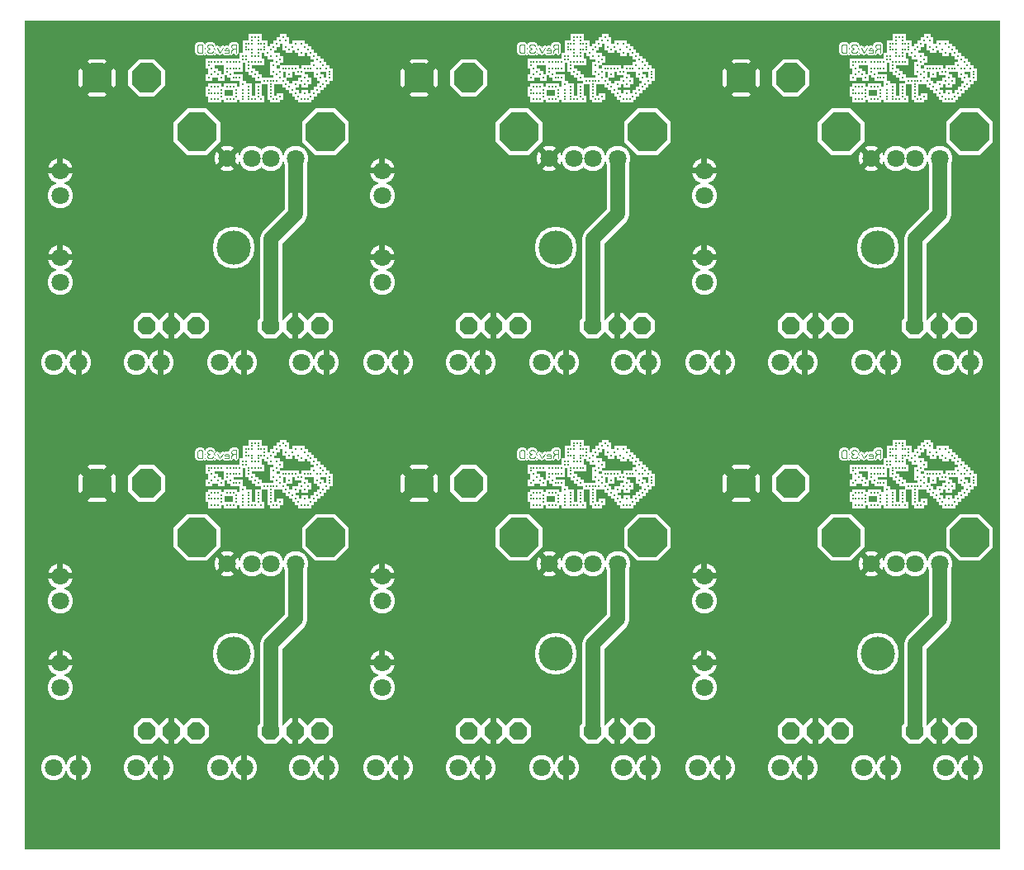
<source format=gbr>
%FSLAX34Y34*%
%MOMM*%
%LNSILK_TOP*%
G71*
G01*
%ADD10C, 2.60*%
%ADD11R, 0.67X0.67*%
%ADD12C, 0.51*%
%ADD13C, 2.60*%
%ADD14C, 2.30*%
%ADD15C, 4.30*%
%ADD16C, 1.00*%
%ADD17C, 0.60*%
%ADD18C, 1.80*%
%ADD19R, 0.27X0.27*%
%ADD20C, 0.11*%
%ADD21C, 1.80*%
%ADD22C, 1.50*%
%ADD23C, 3.50*%
%LPD*%
G36*
X0Y1000000D02*
X1000000Y1000000D01*
X1000000Y150000D01*
X0Y150000D01*
X0Y1000000D01*
G37*
%LPC*%
G36*
X144412Y933502D02*
X133298Y922388D01*
X117528Y922388D01*
X106412Y933502D01*
X106412Y949272D01*
X117528Y960388D01*
X133298Y960388D01*
X144412Y949272D01*
X144412Y933502D01*
G37*
G36*
X93612Y933502D02*
X82498Y922388D01*
X66728Y922388D01*
X55612Y933502D01*
X55612Y949272D01*
X66728Y960388D01*
X82498Y960388D01*
X93612Y949272D01*
X93612Y933502D01*
G37*
X36512Y820738D02*
G54D10*
D03*
X36512Y846138D02*
G54D10*
D03*
X36512Y731838D02*
G54D10*
D03*
X36512Y757238D02*
G54D10*
D03*
G36*
X55612Y949272D02*
X66728Y960388D01*
X82498Y960388D01*
X93612Y949272D01*
X93612Y933502D01*
X82498Y922388D01*
X66728Y922388D01*
X55612Y933502D01*
X55612Y949272D01*
G37*
X36512Y846138D02*
G54D10*
D03*
X36512Y757238D02*
G54D10*
D03*
X207962Y858838D02*
G54D10*
D03*
G36*
X112413Y692782D02*
X120018Y700387D01*
X130808Y700387D01*
X138413Y692782D01*
X138413Y681992D01*
X130808Y674387D01*
X120018Y674387D01*
X112413Y681992D01*
X112413Y692782D01*
G37*
G36*
X137813Y692782D02*
X145418Y700387D01*
X156208Y700387D01*
X163813Y692782D01*
X163813Y681992D01*
X156208Y674387D01*
X145418Y674387D01*
X137813Y681992D01*
X137813Y692782D01*
G37*
G36*
X163212Y692782D02*
X170818Y700387D01*
X181608Y700387D01*
X189212Y692782D01*
X189212Y681992D01*
X181608Y674387D01*
X170818Y674387D01*
X163212Y681992D01*
X163212Y692782D01*
G37*
G36*
X137813Y692782D02*
X145418Y700387D01*
X156208Y700387D01*
X163813Y692782D01*
X163813Y681992D01*
X156208Y674387D01*
X145418Y674387D01*
X137813Y681992D01*
X137813Y692782D01*
G37*
X277812Y858838D02*
G54D10*
D03*
X252809Y858838D02*
G54D10*
D03*
X232966Y858837D02*
G54D10*
D03*
X207962Y858837D02*
G54D10*
D03*
G36*
X332570Y875865D02*
X318530Y861825D01*
X298610Y861825D01*
X284570Y875865D01*
X284570Y895785D01*
X298610Y909825D01*
X318530Y909825D01*
X332570Y895785D01*
X332570Y875865D01*
G37*
G36*
X201006Y875865D02*
X186966Y861825D01*
X167046Y861825D01*
X153006Y875865D01*
X153006Y895785D01*
X167046Y909825D01*
X186966Y909825D01*
X201006Y895785D01*
X201006Y875865D01*
G37*
X312738Y941388D02*
G54D11*
D03*
X309562Y938212D02*
G54D11*
D03*
X306388Y935038D02*
G54D11*
D03*
X303212Y931862D02*
G54D11*
D03*
X312738Y947738D02*
G54D11*
D03*
X309562Y950912D02*
G54D11*
D03*
X306388Y954088D02*
G54D11*
D03*
X303212Y957262D02*
G54D11*
D03*
X300038Y960438D02*
G54D11*
D03*
X300038Y928688D02*
G54D11*
D03*
X296862Y925512D02*
G54D11*
D03*
X293688Y922338D02*
G54D11*
D03*
X290512Y919162D02*
G54D11*
D03*
X284162Y919162D02*
G54D11*
D03*
X280988Y922338D02*
G54D11*
D03*
X277812Y925512D02*
G54D11*
D03*
X274638Y928688D02*
G54D11*
D03*
X271462Y931862D02*
G54D11*
D03*
X268288Y935038D02*
G54D11*
D03*
X265112Y938212D02*
G54D11*
D03*
X261938Y941388D02*
G54D11*
D03*
X258762Y944562D02*
G54D11*
D03*
X296862Y963612D02*
G54D11*
D03*
X293688Y966788D02*
G54D11*
D03*
X290512Y969962D02*
G54D11*
D03*
X287338Y973138D02*
G54D11*
D03*
X271462Y969962D02*
G54D11*
D03*
X261938Y960438D02*
G54D11*
D03*
X258762Y963612D02*
G54D11*
D03*
X268288Y973138D02*
G54D11*
D03*
X268288Y979488D02*
G54D11*
D03*
X265112Y982662D02*
G54D11*
D03*
X261938Y979488D02*
G54D11*
D03*
X258762Y976312D02*
G54D11*
D03*
X255588Y973138D02*
G54D11*
D03*
X252412Y969962D02*
G54D11*
D03*
X249238Y966788D02*
G54D11*
D03*
X252412Y963612D02*
G54D11*
D03*
X303212Y950912D02*
G54D11*
D03*
X300038Y950912D02*
G54D11*
D03*
X296862Y954088D02*
G54D11*
D03*
X293688Y950912D02*
G54D11*
D03*
X290512Y950912D02*
G54D11*
D03*
X287338Y950912D02*
G54D11*
D03*
X284162Y947738D02*
G54D11*
D03*
X280988Y947738D02*
G54D11*
D03*
X277812Y950912D02*
G54D11*
D03*
X274638Y950912D02*
G54D11*
D03*
X271462Y950912D02*
G54D11*
D03*
X268288Y950912D02*
G54D11*
D03*
X265112Y950912D02*
G54D11*
D03*
X261938Y947738D02*
G54D11*
D03*
X246062Y976312D02*
G54D11*
D03*
X246062Y973138D02*
G54D11*
D03*
X246062Y969962D02*
G54D11*
D03*
X242888Y969962D02*
G54D11*
D03*
X242888Y976312D02*
G54D11*
D03*
X239712Y976312D02*
G54D11*
D03*
X239712Y979488D02*
G54D11*
D03*
X239712Y982662D02*
G54D11*
D03*
X236538Y982662D02*
G54D11*
D03*
X233362Y982662D02*
G54D11*
D03*
X233362Y979488D02*
G54D11*
D03*
X233362Y976312D02*
G54D11*
D03*
X230188Y976312D02*
G54D11*
D03*
X227012Y976312D02*
G54D11*
D03*
X227012Y973138D02*
G54D11*
D03*
X227012Y969962D02*
G54D11*
D03*
X230188Y969962D02*
G54D11*
D03*
X233362Y969962D02*
G54D11*
D03*
X239712Y969962D02*
G54D11*
D03*
X239712Y966788D02*
G54D11*
D03*
X239712Y963612D02*
G54D11*
D03*
X236538Y963612D02*
G54D11*
D03*
X233362Y963612D02*
G54D11*
D03*
X233362Y966788D02*
G54D11*
D03*
X284162Y976312D02*
G54D11*
D03*
X277812Y976312D02*
G54D11*
D03*
X274638Y973138D02*
G54D11*
D03*
X258762Y957262D02*
G54D11*
D03*
X255588Y954088D02*
G54D11*
D03*
X255588Y947738D02*
G54D11*
D03*
X258762Y938212D02*
G54D11*
D03*
X255588Y938212D02*
G54D11*
D03*
X252412Y938212D02*
G54D11*
D03*
X249238Y938212D02*
G54D11*
D03*
X246062Y938212D02*
G54D11*
D03*
X252412Y935038D02*
G54D11*
D03*
X252412Y931862D02*
G54D11*
D03*
X252412Y928688D02*
G54D11*
D03*
X252412Y925512D02*
G54D11*
D03*
X252412Y922338D02*
G54D11*
D03*
X255588Y919162D02*
G54D11*
D03*
X258762Y919162D02*
G54D11*
D03*
X261938Y922338D02*
G54D11*
D03*
X242888Y919162D02*
G54D11*
D03*
X239712Y922338D02*
G54D11*
D03*
X239712Y925512D02*
G54D11*
D03*
X239712Y928688D02*
G54D11*
D03*
X239712Y931862D02*
G54D11*
D03*
X236538Y919162D02*
G54D11*
D03*
X233362Y919162D02*
G54D11*
D03*
X230188Y919162D02*
G54D11*
D03*
X230188Y922338D02*
G54D11*
D03*
X230188Y925512D02*
G54D11*
D03*
X230188Y928688D02*
G54D11*
D03*
X230188Y931862D02*
G54D11*
D03*
X223838Y935038D02*
G54D11*
D03*
X223838Y928688D02*
G54D11*
D03*
X223838Y925512D02*
G54D11*
D03*
X223838Y922338D02*
G54D11*
D03*
X223838Y919162D02*
G54D11*
D03*
X217488Y922338D02*
G54D11*
D03*
X217488Y925512D02*
G54D11*
D03*
X217488Y928688D02*
G54D11*
D03*
X214312Y931862D02*
G54D11*
D03*
X211138Y931862D02*
G54D11*
D03*
X214312Y919162D02*
G54D11*
D03*
X211138Y919162D02*
G54D11*
D03*
X207962Y919162D02*
G54D11*
D03*
X207962Y931862D02*
G54D11*
D03*
X201612Y922338D02*
G54D11*
D03*
X201612Y925512D02*
G54D11*
D03*
X201612Y928688D02*
G54D11*
D03*
X198438Y931862D02*
G54D11*
D03*
X195262Y931862D02*
G54D11*
D03*
X192088Y931862D02*
G54D11*
D03*
X198438Y919162D02*
G54D11*
D03*
X195262Y919162D02*
G54D11*
D03*
X192088Y919162D02*
G54D11*
D03*
X188912Y928688D02*
G54D11*
D03*
X188912Y925512D02*
G54D11*
D03*
X192088Y925512D02*
G54D11*
D03*
X195262Y925512D02*
G54D11*
D03*
X198438Y925512D02*
G54D11*
D03*
X290512Y938212D02*
G54D11*
D03*
X287338Y935038D02*
G54D11*
D03*
X284162Y938212D02*
G54D11*
D03*
X287338Y941388D02*
G54D11*
D03*
X277812Y935038D02*
G54D11*
D03*
X300038Y944562D02*
G54D11*
D03*
X271462Y944562D02*
G54D11*
D03*
X287338Y925512D02*
G54D11*
D03*
X303212Y941388D02*
G54D11*
D03*
X242888Y957262D02*
G54D11*
D03*
X239712Y957262D02*
G54D11*
D03*
X236538Y957262D02*
G54D11*
D03*
X233362Y957262D02*
G54D11*
D03*
X230188Y957262D02*
G54D11*
D03*
X230188Y954088D02*
G54D11*
D03*
X230188Y950912D02*
G54D11*
D03*
X233362Y947738D02*
G54D11*
D03*
X236538Y944562D02*
G54D11*
D03*
X239712Y941388D02*
G54D11*
D03*
X227012Y963612D02*
G54D11*
D03*
X227012Y960438D02*
G54D11*
D03*
X223838Y960438D02*
G54D11*
D03*
X223838Y963612D02*
G54D11*
D03*
X220662Y957262D02*
G54D11*
D03*
X217488Y957262D02*
G54D11*
D03*
X214312Y957262D02*
G54D11*
D03*
X211138Y957262D02*
G54D11*
D03*
X207962Y957262D02*
G54D11*
D03*
X220662Y950912D02*
G54D11*
D03*
X217488Y950912D02*
G54D11*
D03*
X214312Y950912D02*
G54D11*
D03*
X211138Y950912D02*
G54D11*
D03*
X207962Y950912D02*
G54D11*
D03*
X207962Y947738D02*
G54D11*
D03*
X211138Y944562D02*
G54D11*
D03*
X214312Y941388D02*
G54D11*
D03*
X220662Y941388D02*
G54D11*
D03*
X217488Y941388D02*
G54D11*
D03*
X201612Y957262D02*
G54D11*
D03*
X198438Y957262D02*
G54D11*
D03*
X195262Y957262D02*
G54D11*
D03*
X192088Y957262D02*
G54D11*
D03*
X188912Y957262D02*
G54D11*
D03*
X188912Y954088D02*
G54D11*
D03*
X192088Y950912D02*
G54D11*
D03*
X195262Y947738D02*
G54D11*
D03*
X198438Y944562D02*
G54D11*
D03*
X201612Y941388D02*
G54D11*
D03*
X192088Y944562D02*
G54D11*
D03*
X188912Y941388D02*
G54D11*
D03*
X280988Y969962D02*
G54D11*
D03*
X284162Y966788D02*
G54D11*
D03*
G54D12*
X214821Y971232D02*
X212821Y970121D01*
X212154Y969010D01*
X212154Y966788D01*
G54D12*
X217488Y966788D02*
X217488Y975676D01*
X214154Y975676D01*
X212821Y975121D01*
X212154Y974010D01*
X212154Y972899D01*
X212821Y971788D01*
X214154Y971232D01*
X217488Y971232D01*
G54D12*
X205710Y967343D02*
X206777Y966788D01*
X208110Y966788D01*
X209444Y967343D01*
X209710Y968454D01*
X209710Y970343D01*
X209044Y971454D01*
X207710Y971788D01*
X206377Y971454D01*
X205710Y970676D01*
X205710Y969565D01*
X209710Y969565D01*
G54D12*
X203266Y971788D02*
X200600Y966788D01*
X197933Y971788D01*
G54D12*
X195490Y966788D02*
X195490Y966788D01*
G54D12*
X193046Y974010D02*
X192379Y975121D01*
X191046Y975676D01*
X189712Y975676D01*
X188379Y975121D01*
X187712Y974010D01*
X187712Y972899D01*
X188379Y971788D01*
X189712Y971232D01*
X188379Y970676D01*
X187712Y969565D01*
X187712Y968454D01*
X188379Y967343D01*
X189712Y966788D01*
X191046Y966788D01*
X192379Y967343D01*
X193046Y968454D01*
G54D12*
X185268Y966788D02*
X185268Y966788D01*
G54D12*
X177491Y974010D02*
X177491Y968454D01*
X178158Y967343D01*
X179491Y966788D01*
X180824Y966788D01*
X182158Y967343D01*
X182824Y968454D01*
X182824Y974010D01*
X182158Y975121D01*
X180824Y975676D01*
X179491Y975676D01*
X178158Y975121D01*
X177491Y974010D01*
X287338Y919162D02*
G54D11*
D03*
X312738Y944562D02*
G54D11*
D03*
G36*
X239412Y692782D02*
X247018Y700388D01*
X257808Y700388D01*
X265412Y692782D01*
X265412Y681992D01*
X257808Y674388D01*
X247018Y674388D01*
X239412Y681992D01*
X239412Y692782D01*
G37*
G36*
X264813Y692782D02*
X272418Y700388D01*
X283208Y700388D01*
X290813Y692782D01*
X290813Y681992D01*
X283208Y674388D01*
X272418Y674388D01*
X264813Y681992D01*
X264813Y692782D01*
G37*
G36*
X290212Y692782D02*
X297818Y700388D01*
X308608Y700388D01*
X316212Y692782D01*
X316212Y681992D01*
X308608Y674388D01*
X297818Y674388D01*
X290212Y681992D01*
X290212Y692782D01*
G37*
G36*
X264813Y692782D02*
X272418Y700388D01*
X283208Y700388D01*
X290813Y692782D01*
X290813Y681992D01*
X283208Y674388D01*
X272418Y674388D01*
X264813Y681992D01*
X264813Y692782D01*
G37*
X55562Y649288D02*
G54D13*
D03*
X30162Y649288D02*
G54D13*
D03*
X139700Y649288D02*
G54D13*
D03*
X114300Y649288D02*
G54D13*
D03*
X225425Y649288D02*
G54D13*
D03*
X200025Y649288D02*
G54D13*
D03*
X309562Y649288D02*
G54D13*
D03*
X284162Y649288D02*
G54D13*
D03*
X55562Y649288D02*
G54D13*
D03*
X139702Y649288D02*
G54D13*
D03*
X225422Y649288D02*
G54D13*
D03*
X309562Y649288D02*
G54D13*
D03*
G54D14*
X252412Y687388D02*
X252412Y776288D01*
X277812Y801688D01*
X277812Y858838D01*
X214312Y766762D02*
G54D15*
D03*
G36*
X474612Y933502D02*
X463498Y922388D01*
X447728Y922388D01*
X436612Y933502D01*
X436612Y949272D01*
X447728Y960388D01*
X463498Y960388D01*
X474612Y949272D01*
X474612Y933502D01*
G37*
G36*
X423812Y933502D02*
X412698Y922388D01*
X396928Y922388D01*
X385812Y933502D01*
X385812Y949272D01*
X396928Y960388D01*
X412698Y960388D01*
X423812Y949272D01*
X423812Y933502D01*
G37*
X366712Y820738D02*
G54D10*
D03*
X366712Y846138D02*
G54D10*
D03*
X366712Y731838D02*
G54D10*
D03*
X366712Y757238D02*
G54D10*
D03*
G36*
X385812Y949272D02*
X396928Y960388D01*
X412698Y960388D01*
X423812Y949272D01*
X423812Y933502D01*
X412698Y922388D01*
X396928Y922388D01*
X385812Y933502D01*
X385812Y949272D01*
G37*
X366712Y846138D02*
G54D10*
D03*
X366712Y757238D02*
G54D10*
D03*
X538162Y858838D02*
G54D10*
D03*
G36*
X442613Y692782D02*
X450218Y700387D01*
X461008Y700387D01*
X468613Y692782D01*
X468613Y681992D01*
X461008Y674387D01*
X450218Y674387D01*
X442613Y681992D01*
X442613Y692782D01*
G37*
G36*
X468013Y692782D02*
X475618Y700387D01*
X486408Y700387D01*
X494013Y692782D01*
X494013Y681992D01*
X486408Y674387D01*
X475618Y674387D01*
X468013Y681992D01*
X468013Y692782D01*
G37*
G36*
X493412Y692782D02*
X501018Y700387D01*
X511808Y700387D01*
X519412Y692782D01*
X519412Y681992D01*
X511808Y674387D01*
X501018Y674387D01*
X493412Y681992D01*
X493412Y692782D01*
G37*
G36*
X468013Y692782D02*
X475618Y700387D01*
X486408Y700387D01*
X494013Y692782D01*
X494013Y681992D01*
X486408Y674387D01*
X475618Y674387D01*
X468013Y681992D01*
X468013Y692782D01*
G37*
X608012Y858838D02*
G54D10*
D03*
X583009Y858838D02*
G54D10*
D03*
X563166Y858837D02*
G54D10*
D03*
X538162Y858837D02*
G54D10*
D03*
G36*
X662770Y875865D02*
X648730Y861825D01*
X628810Y861825D01*
X614770Y875865D01*
X614770Y895785D01*
X628810Y909825D01*
X648730Y909825D01*
X662770Y895785D01*
X662770Y875865D01*
G37*
G36*
X531206Y875865D02*
X517166Y861825D01*
X497246Y861825D01*
X483206Y875865D01*
X483206Y895785D01*
X497246Y909825D01*
X517166Y909825D01*
X531206Y895785D01*
X531206Y875865D01*
G37*
X642938Y941388D02*
G54D11*
D03*
X639762Y938212D02*
G54D11*
D03*
X636588Y935038D02*
G54D11*
D03*
X633412Y931862D02*
G54D11*
D03*
X642938Y947738D02*
G54D11*
D03*
X639762Y950912D02*
G54D11*
D03*
X636588Y954088D02*
G54D11*
D03*
X633412Y957262D02*
G54D11*
D03*
X630238Y960438D02*
G54D11*
D03*
X630238Y928688D02*
G54D11*
D03*
X627062Y925512D02*
G54D11*
D03*
X623888Y922338D02*
G54D11*
D03*
X620712Y919162D02*
G54D11*
D03*
X614362Y919162D02*
G54D11*
D03*
X611188Y922338D02*
G54D11*
D03*
X608012Y925512D02*
G54D11*
D03*
X604838Y928688D02*
G54D11*
D03*
X601662Y931862D02*
G54D11*
D03*
X598488Y935038D02*
G54D11*
D03*
X595312Y938212D02*
G54D11*
D03*
X592138Y941388D02*
G54D11*
D03*
X588962Y944562D02*
G54D11*
D03*
X627062Y963612D02*
G54D11*
D03*
X623888Y966788D02*
G54D11*
D03*
X620712Y969962D02*
G54D11*
D03*
X617538Y973138D02*
G54D11*
D03*
X601662Y969962D02*
G54D11*
D03*
X592138Y960438D02*
G54D11*
D03*
X588962Y963612D02*
G54D11*
D03*
X598488Y973138D02*
G54D11*
D03*
X598488Y979488D02*
G54D11*
D03*
X595312Y982662D02*
G54D11*
D03*
X592138Y979488D02*
G54D11*
D03*
X588962Y976312D02*
G54D11*
D03*
X585788Y973138D02*
G54D11*
D03*
X582612Y969962D02*
G54D11*
D03*
X579438Y966788D02*
G54D11*
D03*
X582612Y963612D02*
G54D11*
D03*
X633412Y950912D02*
G54D11*
D03*
X630238Y950912D02*
G54D11*
D03*
X627062Y954088D02*
G54D11*
D03*
X623888Y950912D02*
G54D11*
D03*
X620712Y950912D02*
G54D11*
D03*
X617538Y950912D02*
G54D11*
D03*
X614362Y947738D02*
G54D11*
D03*
X611188Y947738D02*
G54D11*
D03*
X608012Y950912D02*
G54D11*
D03*
X604838Y950912D02*
G54D11*
D03*
X601662Y950912D02*
G54D11*
D03*
X598488Y950912D02*
G54D11*
D03*
X595312Y950912D02*
G54D11*
D03*
X592138Y947738D02*
G54D11*
D03*
X576262Y976312D02*
G54D11*
D03*
X576262Y973138D02*
G54D11*
D03*
X576262Y969962D02*
G54D11*
D03*
X573088Y969962D02*
G54D11*
D03*
X573088Y976312D02*
G54D11*
D03*
X569912Y976312D02*
G54D11*
D03*
X569912Y979488D02*
G54D11*
D03*
X569912Y982662D02*
G54D11*
D03*
X566738Y982662D02*
G54D11*
D03*
X563562Y982662D02*
G54D11*
D03*
X563562Y979488D02*
G54D11*
D03*
X563562Y976312D02*
G54D11*
D03*
X560388Y976312D02*
G54D11*
D03*
X557212Y976312D02*
G54D11*
D03*
X557212Y973138D02*
G54D11*
D03*
X557212Y969962D02*
G54D11*
D03*
X560388Y969962D02*
G54D11*
D03*
X563562Y969962D02*
G54D11*
D03*
X569912Y969962D02*
G54D11*
D03*
X569912Y966788D02*
G54D11*
D03*
X569912Y963612D02*
G54D11*
D03*
X566738Y963612D02*
G54D11*
D03*
X563562Y963612D02*
G54D11*
D03*
X563562Y966788D02*
G54D11*
D03*
X614362Y976312D02*
G54D11*
D03*
X608012Y976312D02*
G54D11*
D03*
X604838Y973138D02*
G54D11*
D03*
X588962Y957262D02*
G54D11*
D03*
X585788Y954088D02*
G54D11*
D03*
X585788Y947738D02*
G54D11*
D03*
X588962Y938212D02*
G54D11*
D03*
X585788Y938212D02*
G54D11*
D03*
X582612Y938212D02*
G54D11*
D03*
X579438Y938212D02*
G54D11*
D03*
X576262Y938212D02*
G54D11*
D03*
X582612Y935038D02*
G54D11*
D03*
X582612Y931862D02*
G54D11*
D03*
X582612Y928688D02*
G54D11*
D03*
X582612Y925512D02*
G54D11*
D03*
X582612Y922338D02*
G54D11*
D03*
X585788Y919162D02*
G54D11*
D03*
X588962Y919162D02*
G54D11*
D03*
X592138Y922338D02*
G54D11*
D03*
X573088Y919162D02*
G54D11*
D03*
X569912Y922338D02*
G54D11*
D03*
X569912Y925512D02*
G54D11*
D03*
X569912Y928688D02*
G54D11*
D03*
X569912Y931862D02*
G54D11*
D03*
X566738Y919162D02*
G54D11*
D03*
X563562Y919162D02*
G54D11*
D03*
X560388Y919162D02*
G54D11*
D03*
X560388Y922338D02*
G54D11*
D03*
X560388Y925512D02*
G54D11*
D03*
X560388Y928688D02*
G54D11*
D03*
X560388Y931862D02*
G54D11*
D03*
X554038Y935038D02*
G54D11*
D03*
X554038Y928688D02*
G54D11*
D03*
X554038Y925512D02*
G54D11*
D03*
X554038Y922338D02*
G54D11*
D03*
X554038Y919162D02*
G54D11*
D03*
X547688Y922338D02*
G54D11*
D03*
X547688Y925512D02*
G54D11*
D03*
X547688Y928688D02*
G54D11*
D03*
X544512Y931862D02*
G54D11*
D03*
X541338Y931862D02*
G54D11*
D03*
X544512Y919162D02*
G54D11*
D03*
X541338Y919162D02*
G54D11*
D03*
X538162Y919162D02*
G54D11*
D03*
X538162Y931862D02*
G54D11*
D03*
X531812Y922338D02*
G54D11*
D03*
X531812Y925512D02*
G54D11*
D03*
X531812Y928688D02*
G54D11*
D03*
X528638Y931862D02*
G54D11*
D03*
X525462Y931862D02*
G54D11*
D03*
X522288Y931862D02*
G54D11*
D03*
X528638Y919162D02*
G54D11*
D03*
X525462Y919162D02*
G54D11*
D03*
X522288Y919162D02*
G54D11*
D03*
X519112Y928688D02*
G54D11*
D03*
X519112Y925512D02*
G54D11*
D03*
X522288Y925512D02*
G54D11*
D03*
X525462Y925512D02*
G54D11*
D03*
X528638Y925512D02*
G54D11*
D03*
X620712Y938212D02*
G54D11*
D03*
X617538Y935038D02*
G54D11*
D03*
X614362Y938212D02*
G54D11*
D03*
X617538Y941388D02*
G54D11*
D03*
X608012Y935038D02*
G54D11*
D03*
X630238Y944562D02*
G54D11*
D03*
X601662Y944562D02*
G54D11*
D03*
X617538Y925512D02*
G54D11*
D03*
X633412Y941388D02*
G54D11*
D03*
X573088Y957262D02*
G54D11*
D03*
X569912Y957262D02*
G54D11*
D03*
X566738Y957262D02*
G54D11*
D03*
X563562Y957262D02*
G54D11*
D03*
X560388Y957262D02*
G54D11*
D03*
X560388Y954088D02*
G54D11*
D03*
X560388Y950912D02*
G54D11*
D03*
X563562Y947738D02*
G54D11*
D03*
X566738Y944562D02*
G54D11*
D03*
X569912Y941388D02*
G54D11*
D03*
X557212Y963612D02*
G54D11*
D03*
X557212Y960438D02*
G54D11*
D03*
X554038Y960438D02*
G54D11*
D03*
X554038Y963612D02*
G54D11*
D03*
X550862Y957262D02*
G54D11*
D03*
X547688Y957262D02*
G54D11*
D03*
X544512Y957262D02*
G54D11*
D03*
X541338Y957262D02*
G54D11*
D03*
X538162Y957262D02*
G54D11*
D03*
X550862Y950912D02*
G54D11*
D03*
X547688Y950912D02*
G54D11*
D03*
X544512Y950912D02*
G54D11*
D03*
X541338Y950912D02*
G54D11*
D03*
X538162Y950912D02*
G54D11*
D03*
X538162Y947738D02*
G54D11*
D03*
X541338Y944562D02*
G54D11*
D03*
X544512Y941388D02*
G54D11*
D03*
X550862Y941388D02*
G54D11*
D03*
X547688Y941388D02*
G54D11*
D03*
X531812Y957262D02*
G54D11*
D03*
X528638Y957262D02*
G54D11*
D03*
X525462Y957262D02*
G54D11*
D03*
X522288Y957262D02*
G54D11*
D03*
X519112Y957262D02*
G54D11*
D03*
X519112Y954088D02*
G54D11*
D03*
X522288Y950912D02*
G54D11*
D03*
X525462Y947738D02*
G54D11*
D03*
X528638Y944562D02*
G54D11*
D03*
X531812Y941388D02*
G54D11*
D03*
X522288Y944562D02*
G54D11*
D03*
X519112Y941388D02*
G54D11*
D03*
X611188Y969962D02*
G54D11*
D03*
X614362Y966788D02*
G54D11*
D03*
G54D12*
X545021Y971232D02*
X543021Y970121D01*
X542354Y969010D01*
X542354Y966788D01*
G54D12*
X547688Y966788D02*
X547688Y975676D01*
X544354Y975676D01*
X543021Y975121D01*
X542354Y974010D01*
X542354Y972899D01*
X543021Y971788D01*
X544354Y971232D01*
X547688Y971232D01*
G54D12*
X535910Y967343D02*
X536977Y966788D01*
X538310Y966788D01*
X539644Y967343D01*
X539910Y968454D01*
X539910Y970343D01*
X539244Y971454D01*
X537910Y971788D01*
X536577Y971454D01*
X535910Y970676D01*
X535910Y969565D01*
X539910Y969565D01*
G54D12*
X533466Y971788D02*
X530800Y966788D01*
X528133Y971788D01*
G54D12*
X525690Y966788D02*
X525690Y966788D01*
G54D12*
X523246Y974010D02*
X522579Y975121D01*
X521246Y975676D01*
X519912Y975676D01*
X518579Y975121D01*
X517912Y974010D01*
X517912Y972899D01*
X518579Y971788D01*
X519912Y971232D01*
X518579Y970676D01*
X517912Y969565D01*
X517912Y968454D01*
X518579Y967343D01*
X519912Y966788D01*
X521246Y966788D01*
X522579Y967343D01*
X523246Y968454D01*
G54D12*
X515468Y966788D02*
X515468Y966788D01*
G54D12*
X507691Y974010D02*
X507691Y968454D01*
X508358Y967343D01*
X509691Y966788D01*
X511024Y966788D01*
X512358Y967343D01*
X513024Y968454D01*
X513024Y974010D01*
X512358Y975121D01*
X511024Y975676D01*
X509691Y975676D01*
X508358Y975121D01*
X507691Y974010D01*
X617538Y919162D02*
G54D11*
D03*
X642938Y944562D02*
G54D11*
D03*
G36*
X569612Y692782D02*
X577218Y700388D01*
X588008Y700388D01*
X595612Y692782D01*
X595612Y681992D01*
X588008Y674388D01*
X577218Y674388D01*
X569612Y681992D01*
X569612Y692782D01*
G37*
G36*
X595013Y692782D02*
X602618Y700388D01*
X613408Y700388D01*
X621013Y692782D01*
X621013Y681992D01*
X613408Y674388D01*
X602618Y674388D01*
X595013Y681992D01*
X595013Y692782D01*
G37*
G36*
X620412Y692782D02*
X628018Y700388D01*
X638808Y700388D01*
X646412Y692782D01*
X646412Y681992D01*
X638808Y674388D01*
X628018Y674388D01*
X620412Y681992D01*
X620412Y692782D01*
G37*
G36*
X595013Y692782D02*
X602618Y700388D01*
X613408Y700388D01*
X621013Y692782D01*
X621013Y681992D01*
X613408Y674388D01*
X602618Y674388D01*
X595013Y681992D01*
X595013Y692782D01*
G37*
X385762Y649288D02*
G54D13*
D03*
X360362Y649288D02*
G54D13*
D03*
X469900Y649288D02*
G54D13*
D03*
X444500Y649288D02*
G54D13*
D03*
X555625Y649288D02*
G54D13*
D03*
X530225Y649288D02*
G54D13*
D03*
X639762Y649288D02*
G54D13*
D03*
X614362Y649288D02*
G54D13*
D03*
X385762Y649288D02*
G54D13*
D03*
X469902Y649288D02*
G54D13*
D03*
X555622Y649288D02*
G54D13*
D03*
X639762Y649288D02*
G54D13*
D03*
G54D14*
X582612Y687388D02*
X582612Y776288D01*
X608012Y801688D01*
X608012Y858838D01*
X544512Y766762D02*
G54D15*
D03*
G36*
X804812Y933502D02*
X793698Y922388D01*
X777928Y922388D01*
X766812Y933502D01*
X766812Y949272D01*
X777928Y960388D01*
X793698Y960388D01*
X804812Y949272D01*
X804812Y933502D01*
G37*
G36*
X754012Y933502D02*
X742898Y922388D01*
X727128Y922388D01*
X716012Y933502D01*
X716012Y949272D01*
X727128Y960388D01*
X742898Y960388D01*
X754012Y949272D01*
X754012Y933502D01*
G37*
X696912Y820738D02*
G54D10*
D03*
X696912Y846138D02*
G54D10*
D03*
X696912Y731838D02*
G54D10*
D03*
X696912Y757238D02*
G54D10*
D03*
G36*
X716012Y949272D02*
X727128Y960388D01*
X742898Y960388D01*
X754012Y949272D01*
X754012Y933502D01*
X742898Y922388D01*
X727128Y922388D01*
X716012Y933502D01*
X716012Y949272D01*
G37*
X696912Y846138D02*
G54D10*
D03*
X696912Y757238D02*
G54D10*
D03*
X868362Y858838D02*
G54D10*
D03*
G36*
X772813Y692782D02*
X780418Y700387D01*
X791208Y700387D01*
X798813Y692782D01*
X798813Y681992D01*
X791208Y674387D01*
X780418Y674387D01*
X772813Y681992D01*
X772813Y692782D01*
G37*
G36*
X798213Y692782D02*
X805818Y700387D01*
X816608Y700387D01*
X824213Y692782D01*
X824213Y681992D01*
X816608Y674387D01*
X805818Y674387D01*
X798213Y681992D01*
X798213Y692782D01*
G37*
G36*
X823612Y692782D02*
X831218Y700387D01*
X842008Y700387D01*
X849612Y692782D01*
X849612Y681992D01*
X842008Y674387D01*
X831218Y674387D01*
X823612Y681992D01*
X823612Y692782D01*
G37*
G36*
X798213Y692782D02*
X805818Y700387D01*
X816608Y700387D01*
X824213Y692782D01*
X824213Y681992D01*
X816608Y674387D01*
X805818Y674387D01*
X798213Y681992D01*
X798213Y692782D01*
G37*
X938212Y858838D02*
G54D10*
D03*
X913209Y858838D02*
G54D10*
D03*
X893366Y858837D02*
G54D10*
D03*
X868362Y858837D02*
G54D10*
D03*
G36*
X992970Y875865D02*
X978930Y861825D01*
X959010Y861825D01*
X944970Y875865D01*
X944970Y895785D01*
X959010Y909825D01*
X978930Y909825D01*
X992970Y895785D01*
X992970Y875865D01*
G37*
G36*
X861406Y875865D02*
X847366Y861825D01*
X827446Y861825D01*
X813406Y875865D01*
X813406Y895785D01*
X827446Y909825D01*
X847366Y909825D01*
X861406Y895785D01*
X861406Y875865D01*
G37*
X973138Y941388D02*
G54D11*
D03*
X969962Y938212D02*
G54D11*
D03*
X966788Y935038D02*
G54D11*
D03*
X963612Y931862D02*
G54D11*
D03*
X973138Y947738D02*
G54D11*
D03*
X969962Y950912D02*
G54D11*
D03*
X966788Y954088D02*
G54D11*
D03*
X963612Y957262D02*
G54D11*
D03*
X960438Y960438D02*
G54D11*
D03*
X960438Y928688D02*
G54D11*
D03*
X957262Y925512D02*
G54D11*
D03*
X954088Y922338D02*
G54D11*
D03*
X950912Y919162D02*
G54D11*
D03*
X944562Y919162D02*
G54D11*
D03*
X941388Y922338D02*
G54D11*
D03*
X938212Y925512D02*
G54D11*
D03*
X935038Y928688D02*
G54D11*
D03*
X931862Y931862D02*
G54D11*
D03*
X928688Y935038D02*
G54D11*
D03*
X925512Y938212D02*
G54D11*
D03*
X922338Y941388D02*
G54D11*
D03*
X919162Y944562D02*
G54D11*
D03*
X957262Y963612D02*
G54D11*
D03*
X954088Y966788D02*
G54D11*
D03*
X950912Y969962D02*
G54D11*
D03*
X947738Y973138D02*
G54D11*
D03*
X931862Y969962D02*
G54D11*
D03*
X922338Y960438D02*
G54D11*
D03*
X919162Y963612D02*
G54D11*
D03*
X928688Y973138D02*
G54D11*
D03*
X928688Y979488D02*
G54D11*
D03*
X925512Y982662D02*
G54D11*
D03*
X922338Y979488D02*
G54D11*
D03*
X919162Y976312D02*
G54D11*
D03*
X915988Y973138D02*
G54D11*
D03*
X912812Y969962D02*
G54D11*
D03*
X909638Y966788D02*
G54D11*
D03*
X912812Y963612D02*
G54D11*
D03*
X963612Y950912D02*
G54D11*
D03*
X960438Y950912D02*
G54D11*
D03*
X957262Y954088D02*
G54D11*
D03*
X954088Y950912D02*
G54D11*
D03*
X950912Y950912D02*
G54D11*
D03*
X947738Y950912D02*
G54D11*
D03*
X944562Y947738D02*
G54D11*
D03*
X941388Y947738D02*
G54D11*
D03*
X938212Y950912D02*
G54D11*
D03*
X935038Y950912D02*
G54D11*
D03*
X931862Y950912D02*
G54D11*
D03*
X928688Y950912D02*
G54D11*
D03*
X925512Y950912D02*
G54D11*
D03*
X922338Y947738D02*
G54D11*
D03*
X906462Y976312D02*
G54D11*
D03*
X906462Y973138D02*
G54D11*
D03*
X906462Y969962D02*
G54D11*
D03*
X903288Y969962D02*
G54D11*
D03*
X903288Y976312D02*
G54D11*
D03*
X900112Y976312D02*
G54D11*
D03*
X900112Y979488D02*
G54D11*
D03*
X900112Y982662D02*
G54D11*
D03*
X896938Y982662D02*
G54D11*
D03*
X893762Y982662D02*
G54D11*
D03*
X893762Y979488D02*
G54D11*
D03*
X893762Y976312D02*
G54D11*
D03*
X890588Y976312D02*
G54D11*
D03*
X887412Y976312D02*
G54D11*
D03*
X887412Y973138D02*
G54D11*
D03*
X887412Y969962D02*
G54D11*
D03*
X890588Y969962D02*
G54D11*
D03*
X893762Y969962D02*
G54D11*
D03*
X900112Y969962D02*
G54D11*
D03*
X900112Y966788D02*
G54D11*
D03*
X900112Y963612D02*
G54D11*
D03*
X896938Y963612D02*
G54D11*
D03*
X893762Y963612D02*
G54D11*
D03*
X893762Y966788D02*
G54D11*
D03*
X944562Y976312D02*
G54D11*
D03*
X938212Y976312D02*
G54D11*
D03*
X935038Y973138D02*
G54D11*
D03*
X919162Y957262D02*
G54D11*
D03*
X915988Y954088D02*
G54D11*
D03*
X915988Y947738D02*
G54D11*
D03*
X919162Y938212D02*
G54D11*
D03*
X915988Y938212D02*
G54D11*
D03*
X912812Y938212D02*
G54D11*
D03*
X909638Y938212D02*
G54D11*
D03*
X906462Y938212D02*
G54D11*
D03*
X912812Y935038D02*
G54D11*
D03*
X912812Y931862D02*
G54D11*
D03*
X912812Y928688D02*
G54D11*
D03*
X912812Y925512D02*
G54D11*
D03*
X912812Y922338D02*
G54D11*
D03*
X915988Y919162D02*
G54D11*
D03*
X919162Y919162D02*
G54D11*
D03*
X922338Y922338D02*
G54D11*
D03*
X903288Y919162D02*
G54D11*
D03*
X900112Y922338D02*
G54D11*
D03*
X900112Y925512D02*
G54D11*
D03*
X900112Y928688D02*
G54D11*
D03*
X900112Y931862D02*
G54D11*
D03*
X896938Y919162D02*
G54D11*
D03*
X893762Y919162D02*
G54D11*
D03*
X890588Y919162D02*
G54D11*
D03*
X890588Y922338D02*
G54D11*
D03*
X890588Y925512D02*
G54D11*
D03*
X890588Y928688D02*
G54D11*
D03*
X890588Y931862D02*
G54D11*
D03*
X884238Y935038D02*
G54D11*
D03*
X884238Y928688D02*
G54D11*
D03*
X884238Y925512D02*
G54D11*
D03*
X884238Y922338D02*
G54D11*
D03*
X884238Y919162D02*
G54D11*
D03*
X877888Y922338D02*
G54D11*
D03*
X877888Y925512D02*
G54D11*
D03*
X877888Y928688D02*
G54D11*
D03*
X874712Y931862D02*
G54D11*
D03*
X871538Y931862D02*
G54D11*
D03*
X874712Y919162D02*
G54D11*
D03*
X871538Y919162D02*
G54D11*
D03*
X868362Y919162D02*
G54D11*
D03*
X868362Y931862D02*
G54D11*
D03*
X862012Y922338D02*
G54D11*
D03*
X862012Y925512D02*
G54D11*
D03*
X862012Y928688D02*
G54D11*
D03*
X858838Y931862D02*
G54D11*
D03*
X855662Y931862D02*
G54D11*
D03*
X852488Y931862D02*
G54D11*
D03*
X858838Y919162D02*
G54D11*
D03*
X855662Y919162D02*
G54D11*
D03*
X852488Y919162D02*
G54D11*
D03*
X849312Y928688D02*
G54D11*
D03*
X849312Y925512D02*
G54D11*
D03*
X852488Y925512D02*
G54D11*
D03*
X855662Y925512D02*
G54D11*
D03*
X858838Y925512D02*
G54D11*
D03*
X950912Y938212D02*
G54D11*
D03*
X947738Y935038D02*
G54D11*
D03*
X944562Y938212D02*
G54D11*
D03*
X947738Y941388D02*
G54D11*
D03*
X938212Y935038D02*
G54D11*
D03*
X960438Y944562D02*
G54D11*
D03*
X931862Y944562D02*
G54D11*
D03*
X947738Y925512D02*
G54D11*
D03*
X963612Y941388D02*
G54D11*
D03*
X903288Y957262D02*
G54D11*
D03*
X900112Y957262D02*
G54D11*
D03*
X896938Y957262D02*
G54D11*
D03*
X893762Y957262D02*
G54D11*
D03*
X890588Y957262D02*
G54D11*
D03*
X890588Y954088D02*
G54D11*
D03*
X890588Y950912D02*
G54D11*
D03*
X893762Y947738D02*
G54D11*
D03*
X896938Y944562D02*
G54D11*
D03*
X900112Y941388D02*
G54D11*
D03*
X887412Y963612D02*
G54D11*
D03*
X887412Y960438D02*
G54D11*
D03*
X884238Y960438D02*
G54D11*
D03*
X884238Y963612D02*
G54D11*
D03*
X881062Y957262D02*
G54D11*
D03*
X877888Y957262D02*
G54D11*
D03*
X874712Y957262D02*
G54D11*
D03*
X871538Y957262D02*
G54D11*
D03*
X868362Y957262D02*
G54D11*
D03*
X881062Y950912D02*
G54D11*
D03*
X877888Y950912D02*
G54D11*
D03*
X874712Y950912D02*
G54D11*
D03*
X871538Y950912D02*
G54D11*
D03*
X868362Y950912D02*
G54D11*
D03*
X868362Y947738D02*
G54D11*
D03*
X871538Y944562D02*
G54D11*
D03*
X874712Y941388D02*
G54D11*
D03*
X881062Y941388D02*
G54D11*
D03*
X877888Y941388D02*
G54D11*
D03*
X862012Y957262D02*
G54D11*
D03*
X858838Y957262D02*
G54D11*
D03*
X855662Y957262D02*
G54D11*
D03*
X852488Y957262D02*
G54D11*
D03*
X849312Y957262D02*
G54D11*
D03*
X849312Y954088D02*
G54D11*
D03*
X852488Y950912D02*
G54D11*
D03*
X855662Y947738D02*
G54D11*
D03*
X858838Y944562D02*
G54D11*
D03*
X862012Y941388D02*
G54D11*
D03*
X852488Y944562D02*
G54D11*
D03*
X849312Y941388D02*
G54D11*
D03*
X941388Y969962D02*
G54D11*
D03*
X944562Y966788D02*
G54D11*
D03*
G54D12*
X875221Y971232D02*
X873221Y970121D01*
X872554Y969010D01*
X872554Y966788D01*
G54D12*
X877888Y966788D02*
X877888Y975676D01*
X874554Y975676D01*
X873221Y975121D01*
X872554Y974010D01*
X872554Y972899D01*
X873221Y971788D01*
X874554Y971232D01*
X877888Y971232D01*
G54D12*
X866110Y967343D02*
X867177Y966788D01*
X868510Y966788D01*
X869844Y967343D01*
X870110Y968454D01*
X870110Y970343D01*
X869444Y971454D01*
X868110Y971788D01*
X866777Y971454D01*
X866110Y970676D01*
X866110Y969565D01*
X870110Y969565D01*
G54D12*
X863666Y971788D02*
X861000Y966788D01*
X858333Y971788D01*
G54D12*
X855890Y966788D02*
X855890Y966788D01*
G54D12*
X853446Y974010D02*
X852779Y975121D01*
X851446Y975676D01*
X850112Y975676D01*
X848779Y975121D01*
X848112Y974010D01*
X848112Y972899D01*
X848779Y971788D01*
X850112Y971232D01*
X848779Y970676D01*
X848112Y969565D01*
X848112Y968454D01*
X848779Y967343D01*
X850112Y966788D01*
X851446Y966788D01*
X852779Y967343D01*
X853446Y968454D01*
G54D12*
X845668Y966788D02*
X845668Y966788D01*
G54D12*
X837891Y974010D02*
X837891Y968454D01*
X838558Y967343D01*
X839891Y966788D01*
X841224Y966788D01*
X842558Y967343D01*
X843224Y968454D01*
X843224Y974010D01*
X842558Y975121D01*
X841224Y975676D01*
X839891Y975676D01*
X838558Y975121D01*
X837891Y974010D01*
X947738Y919162D02*
G54D11*
D03*
X973138Y944562D02*
G54D11*
D03*
G36*
X899812Y692782D02*
X907418Y700388D01*
X918208Y700388D01*
X925812Y692782D01*
X925812Y681992D01*
X918208Y674388D01*
X907418Y674388D01*
X899812Y681992D01*
X899812Y692782D01*
G37*
G36*
X925213Y692782D02*
X932818Y700388D01*
X943608Y700388D01*
X951213Y692782D01*
X951213Y681992D01*
X943608Y674388D01*
X932818Y674388D01*
X925213Y681992D01*
X925213Y692782D01*
G37*
G36*
X950612Y692782D02*
X958218Y700388D01*
X969008Y700388D01*
X976612Y692782D01*
X976612Y681992D01*
X969008Y674388D01*
X958218Y674388D01*
X950612Y681992D01*
X950612Y692782D01*
G37*
G36*
X925213Y692782D02*
X932818Y700388D01*
X943608Y700388D01*
X951213Y692782D01*
X951213Y681992D01*
X943608Y674388D01*
X932818Y674388D01*
X925213Y681992D01*
X925213Y692782D01*
G37*
X715962Y649288D02*
G54D13*
D03*
X690562Y649288D02*
G54D13*
D03*
X800100Y649288D02*
G54D13*
D03*
X774700Y649288D02*
G54D13*
D03*
X885825Y649288D02*
G54D13*
D03*
X860425Y649288D02*
G54D13*
D03*
X969962Y649288D02*
G54D13*
D03*
X944562Y649288D02*
G54D13*
D03*
X715962Y649288D02*
G54D13*
D03*
X800102Y649288D02*
G54D13*
D03*
X885822Y649288D02*
G54D13*
D03*
X969962Y649288D02*
G54D13*
D03*
G54D14*
X912812Y687388D02*
X912812Y776288D01*
X938212Y801688D01*
X938212Y858838D01*
X874712Y766762D02*
G54D15*
D03*
G36*
X144412Y517578D02*
X133298Y506462D01*
X117528Y506462D01*
X106412Y517578D01*
X106412Y533348D01*
X117528Y544462D01*
X133298Y544462D01*
X144412Y533348D01*
X144412Y517578D01*
G37*
G36*
X93612Y517578D02*
X82498Y506462D01*
X66728Y506462D01*
X55612Y517578D01*
X55612Y533348D01*
X66728Y544462D01*
X82498Y544462D01*
X93612Y533348D01*
X93612Y517578D01*
G37*
X36512Y404812D02*
G54D10*
D03*
X36512Y430212D02*
G54D10*
D03*
X36512Y315912D02*
G54D10*
D03*
X36512Y341312D02*
G54D10*
D03*
G36*
X55612Y533348D02*
X66728Y544462D01*
X82498Y544462D01*
X93612Y533348D01*
X93612Y517578D01*
X82498Y506462D01*
X66728Y506462D01*
X55612Y517578D01*
X55612Y533348D01*
G37*
X36512Y430212D02*
G54D10*
D03*
X36512Y341312D02*
G54D10*
D03*
X207962Y442912D02*
G54D10*
D03*
G36*
X112413Y276857D02*
X120018Y284462D01*
X130808Y284462D01*
X138413Y276857D01*
X138413Y266067D01*
X130808Y258462D01*
X120018Y258462D01*
X112413Y266067D01*
X112413Y276857D01*
G37*
G36*
X137813Y276857D02*
X145418Y284462D01*
X156208Y284462D01*
X163813Y276857D01*
X163813Y266067D01*
X156208Y258462D01*
X145418Y258462D01*
X137813Y266067D01*
X137813Y276857D01*
G37*
G36*
X163212Y276857D02*
X170818Y284462D01*
X181608Y284462D01*
X189212Y276857D01*
X189212Y266067D01*
X181608Y258462D01*
X170818Y258462D01*
X163212Y266067D01*
X163212Y276857D01*
G37*
G36*
X137813Y276857D02*
X145418Y284462D01*
X156208Y284462D01*
X163813Y276857D01*
X163813Y266067D01*
X156208Y258462D01*
X145418Y258462D01*
X137813Y266067D01*
X137813Y276857D01*
G37*
X277812Y442912D02*
G54D10*
D03*
X252809Y442912D02*
G54D10*
D03*
X232966Y442912D02*
G54D10*
D03*
X207962Y442912D02*
G54D10*
D03*
G36*
X332570Y459940D02*
X318530Y445900D01*
X298610Y445900D01*
X284570Y459940D01*
X284570Y479860D01*
X298610Y493900D01*
X318530Y493900D01*
X332570Y479860D01*
X332570Y459940D01*
G37*
G36*
X201006Y459940D02*
X186966Y445900D01*
X167046Y445900D01*
X153006Y459940D01*
X153006Y479860D01*
X167046Y493900D01*
X186966Y493900D01*
X201006Y479860D01*
X201006Y459940D01*
G37*
X312738Y525462D02*
G54D11*
D03*
X309562Y522288D02*
G54D11*
D03*
X306388Y519112D02*
G54D11*
D03*
X303212Y515938D02*
G54D11*
D03*
X312738Y531812D02*
G54D11*
D03*
X309562Y534988D02*
G54D11*
D03*
X306388Y538162D02*
G54D11*
D03*
X303212Y541338D02*
G54D11*
D03*
X300038Y544512D02*
G54D11*
D03*
X300038Y512762D02*
G54D11*
D03*
X296862Y509588D02*
G54D11*
D03*
X293688Y506412D02*
G54D11*
D03*
X290512Y503238D02*
G54D11*
D03*
X284162Y503238D02*
G54D11*
D03*
X280988Y506412D02*
G54D11*
D03*
X277812Y509588D02*
G54D11*
D03*
X274638Y512762D02*
G54D11*
D03*
X271462Y515938D02*
G54D11*
D03*
X268288Y519112D02*
G54D11*
D03*
X265112Y522288D02*
G54D11*
D03*
X261938Y525462D02*
G54D11*
D03*
X258762Y528638D02*
G54D11*
D03*
X296862Y547688D02*
G54D11*
D03*
X293688Y550862D02*
G54D11*
D03*
X290512Y554038D02*
G54D11*
D03*
X287338Y557212D02*
G54D11*
D03*
X271462Y554038D02*
G54D11*
D03*
X261938Y544512D02*
G54D11*
D03*
X258762Y547688D02*
G54D11*
D03*
X268288Y557212D02*
G54D11*
D03*
X268288Y563562D02*
G54D11*
D03*
X265112Y566738D02*
G54D11*
D03*
X261938Y563562D02*
G54D11*
D03*
X258762Y560388D02*
G54D11*
D03*
X255588Y557212D02*
G54D11*
D03*
X252412Y554038D02*
G54D11*
D03*
X249238Y550862D02*
G54D11*
D03*
X252412Y547688D02*
G54D11*
D03*
X303212Y534988D02*
G54D11*
D03*
X300038Y534988D02*
G54D11*
D03*
X296862Y538162D02*
G54D11*
D03*
X293688Y534988D02*
G54D11*
D03*
X290512Y534988D02*
G54D11*
D03*
X287338Y534988D02*
G54D11*
D03*
X284162Y531812D02*
G54D11*
D03*
X280988Y531812D02*
G54D11*
D03*
X277812Y534988D02*
G54D11*
D03*
X274638Y534988D02*
G54D11*
D03*
X271462Y534988D02*
G54D11*
D03*
X268288Y534988D02*
G54D11*
D03*
X265112Y534988D02*
G54D11*
D03*
X261938Y531812D02*
G54D11*
D03*
X246062Y560388D02*
G54D11*
D03*
X246062Y557212D02*
G54D11*
D03*
X246062Y554038D02*
G54D11*
D03*
X242888Y554038D02*
G54D11*
D03*
X242888Y560388D02*
G54D11*
D03*
X239712Y560388D02*
G54D11*
D03*
X239712Y563562D02*
G54D11*
D03*
X239712Y566738D02*
G54D11*
D03*
X236538Y566738D02*
G54D11*
D03*
X233362Y566738D02*
G54D11*
D03*
X233362Y563562D02*
G54D11*
D03*
X233362Y560388D02*
G54D11*
D03*
X230188Y560388D02*
G54D11*
D03*
X227012Y560388D02*
G54D11*
D03*
X227012Y557212D02*
G54D11*
D03*
X227012Y554038D02*
G54D11*
D03*
X230188Y554038D02*
G54D11*
D03*
X233362Y554038D02*
G54D11*
D03*
X239712Y554038D02*
G54D11*
D03*
X239712Y550862D02*
G54D11*
D03*
X239712Y547688D02*
G54D11*
D03*
X236538Y547688D02*
G54D11*
D03*
X233362Y547688D02*
G54D11*
D03*
X233362Y550862D02*
G54D11*
D03*
X284162Y560388D02*
G54D11*
D03*
X277812Y560388D02*
G54D11*
D03*
X274638Y557212D02*
G54D11*
D03*
X258762Y541338D02*
G54D11*
D03*
X255588Y538162D02*
G54D11*
D03*
X255588Y531812D02*
G54D11*
D03*
X258762Y522288D02*
G54D11*
D03*
X255588Y522288D02*
G54D11*
D03*
X252412Y522288D02*
G54D11*
D03*
X249238Y522288D02*
G54D11*
D03*
X246062Y522288D02*
G54D11*
D03*
X252412Y519112D02*
G54D11*
D03*
X252412Y515938D02*
G54D11*
D03*
X252412Y512762D02*
G54D11*
D03*
X252412Y509588D02*
G54D11*
D03*
X252412Y506412D02*
G54D11*
D03*
X255588Y503238D02*
G54D11*
D03*
X258762Y503238D02*
G54D11*
D03*
X261938Y506412D02*
G54D11*
D03*
X242888Y503238D02*
G54D11*
D03*
X239712Y506412D02*
G54D11*
D03*
X239712Y509588D02*
G54D11*
D03*
X239712Y512762D02*
G54D11*
D03*
X239712Y515938D02*
G54D11*
D03*
X236538Y503238D02*
G54D11*
D03*
X233362Y503238D02*
G54D11*
D03*
X230188Y503238D02*
G54D11*
D03*
X230188Y506412D02*
G54D11*
D03*
X230188Y509588D02*
G54D11*
D03*
X230188Y512762D02*
G54D11*
D03*
X230188Y515938D02*
G54D11*
D03*
X223838Y519112D02*
G54D11*
D03*
X223838Y512762D02*
G54D11*
D03*
X223838Y509588D02*
G54D11*
D03*
X223838Y506412D02*
G54D11*
D03*
X223838Y503238D02*
G54D11*
D03*
X217488Y506412D02*
G54D11*
D03*
X217488Y509588D02*
G54D11*
D03*
X217488Y512762D02*
G54D11*
D03*
X214312Y515938D02*
G54D11*
D03*
X211138Y515938D02*
G54D11*
D03*
X214312Y503238D02*
G54D11*
D03*
X211138Y503238D02*
G54D11*
D03*
X207962Y503238D02*
G54D11*
D03*
X207962Y515938D02*
G54D11*
D03*
X201612Y506412D02*
G54D11*
D03*
X201612Y509588D02*
G54D11*
D03*
X201612Y512762D02*
G54D11*
D03*
X198438Y515938D02*
G54D11*
D03*
X195262Y515938D02*
G54D11*
D03*
X192088Y515938D02*
G54D11*
D03*
X198438Y503238D02*
G54D11*
D03*
X195262Y503238D02*
G54D11*
D03*
X192088Y503238D02*
G54D11*
D03*
X188912Y512762D02*
G54D11*
D03*
X188912Y509588D02*
G54D11*
D03*
X192088Y509588D02*
G54D11*
D03*
X195262Y509588D02*
G54D11*
D03*
X198438Y509588D02*
G54D11*
D03*
X290512Y522288D02*
G54D11*
D03*
X287338Y519112D02*
G54D11*
D03*
X284162Y522288D02*
G54D11*
D03*
X287338Y525462D02*
G54D11*
D03*
X277812Y519112D02*
G54D11*
D03*
X300038Y528638D02*
G54D11*
D03*
X271462Y528638D02*
G54D11*
D03*
X287338Y509588D02*
G54D11*
D03*
X303212Y525462D02*
G54D11*
D03*
X242888Y541338D02*
G54D11*
D03*
X239712Y541338D02*
G54D11*
D03*
X236538Y541338D02*
G54D11*
D03*
X233362Y541338D02*
G54D11*
D03*
X230188Y541338D02*
G54D11*
D03*
X230188Y538162D02*
G54D11*
D03*
X230188Y534988D02*
G54D11*
D03*
X233362Y531812D02*
G54D11*
D03*
X236538Y528638D02*
G54D11*
D03*
X239712Y525462D02*
G54D11*
D03*
X227012Y547688D02*
G54D11*
D03*
X227012Y544512D02*
G54D11*
D03*
X223838Y544512D02*
G54D11*
D03*
X223838Y547688D02*
G54D11*
D03*
X220662Y541338D02*
G54D11*
D03*
X217488Y541338D02*
G54D11*
D03*
X214312Y541338D02*
G54D11*
D03*
X211138Y541338D02*
G54D11*
D03*
X207962Y541338D02*
G54D11*
D03*
X220662Y534988D02*
G54D11*
D03*
X217488Y534988D02*
G54D11*
D03*
X214312Y534988D02*
G54D11*
D03*
X211138Y534988D02*
G54D11*
D03*
X207962Y534988D02*
G54D11*
D03*
X207962Y531812D02*
G54D11*
D03*
X211138Y528638D02*
G54D11*
D03*
X214312Y525462D02*
G54D11*
D03*
X220662Y525462D02*
G54D11*
D03*
X217488Y525462D02*
G54D11*
D03*
X201612Y541338D02*
G54D11*
D03*
X198438Y541338D02*
G54D11*
D03*
X195262Y541338D02*
G54D11*
D03*
X192088Y541338D02*
G54D11*
D03*
X188912Y541338D02*
G54D11*
D03*
X188912Y538162D02*
G54D11*
D03*
X192088Y534988D02*
G54D11*
D03*
X195262Y531812D02*
G54D11*
D03*
X198438Y528638D02*
G54D11*
D03*
X201612Y525462D02*
G54D11*
D03*
X192088Y528638D02*
G54D11*
D03*
X188912Y525462D02*
G54D11*
D03*
X280988Y554038D02*
G54D11*
D03*
X284162Y550862D02*
G54D11*
D03*
G54D12*
X214821Y555307D02*
X212821Y554196D01*
X212154Y553085D01*
X212154Y550862D01*
G54D12*
X217488Y550862D02*
X217488Y559751D01*
X214154Y559751D01*
X212821Y559196D01*
X212154Y558085D01*
X212154Y556974D01*
X212821Y555862D01*
X214154Y555307D01*
X217488Y555307D01*
G54D12*
X205710Y551418D02*
X206777Y550862D01*
X208110Y550862D01*
X209444Y551418D01*
X209710Y552529D01*
X209710Y554418D01*
X209044Y555529D01*
X207710Y555862D01*
X206377Y555529D01*
X205710Y554751D01*
X205710Y553640D01*
X209710Y553640D01*
G54D12*
X203266Y555862D02*
X200600Y550862D01*
X197933Y555862D01*
G54D12*
X195490Y550862D02*
X195490Y550862D01*
G54D12*
X193046Y558085D02*
X192379Y559196D01*
X191046Y559751D01*
X189712Y559751D01*
X188379Y559196D01*
X187712Y558085D01*
X187712Y556974D01*
X188379Y555862D01*
X189712Y555307D01*
X188379Y554751D01*
X187712Y553640D01*
X187712Y552529D01*
X188379Y551418D01*
X189712Y550862D01*
X191046Y550862D01*
X192379Y551418D01*
X193046Y552529D01*
G54D12*
X185268Y550862D02*
X185268Y550862D01*
G54D12*
X177491Y558085D02*
X177491Y552529D01*
X178158Y551418D01*
X179491Y550862D01*
X180824Y550862D01*
X182158Y551418D01*
X182824Y552529D01*
X182824Y558085D01*
X182158Y559196D01*
X180824Y559751D01*
X179491Y559751D01*
X178158Y559196D01*
X177491Y558085D01*
X287338Y503238D02*
G54D11*
D03*
X312738Y528638D02*
G54D11*
D03*
G36*
X239412Y276858D02*
X247018Y284462D01*
X257808Y284462D01*
X265412Y276858D01*
X265412Y266068D01*
X257808Y258462D01*
X247018Y258462D01*
X239412Y266068D01*
X239412Y276858D01*
G37*
G36*
X264813Y276858D02*
X272418Y284462D01*
X283208Y284462D01*
X290813Y276858D01*
X290813Y266068D01*
X283208Y258462D01*
X272418Y258462D01*
X264813Y266068D01*
X264813Y276858D01*
G37*
G36*
X290212Y276858D02*
X297818Y284462D01*
X308608Y284462D01*
X316212Y276858D01*
X316212Y266068D01*
X308608Y258462D01*
X297818Y258462D01*
X290212Y266068D01*
X290212Y276858D01*
G37*
G36*
X264813Y276858D02*
X272418Y284462D01*
X283208Y284462D01*
X290813Y276858D01*
X290813Y266068D01*
X283208Y258462D01*
X272418Y258462D01*
X264813Y266068D01*
X264813Y276858D01*
G37*
X55562Y233362D02*
G54D13*
D03*
X30162Y233362D02*
G54D13*
D03*
X139700Y233362D02*
G54D13*
D03*
X114300Y233362D02*
G54D13*
D03*
X225425Y233362D02*
G54D13*
D03*
X200025Y233362D02*
G54D13*
D03*
X309562Y233362D02*
G54D13*
D03*
X284162Y233362D02*
G54D13*
D03*
X55562Y233362D02*
G54D13*
D03*
X139702Y233362D02*
G54D13*
D03*
X225422Y233362D02*
G54D13*
D03*
X309562Y233362D02*
G54D13*
D03*
G54D14*
X252412Y271462D02*
X252412Y360362D01*
X277812Y385762D01*
X277812Y442912D01*
X214312Y350838D02*
G54D15*
D03*
G36*
X474612Y517578D02*
X463498Y506462D01*
X447728Y506462D01*
X436612Y517578D01*
X436612Y533348D01*
X447728Y544462D01*
X463498Y544462D01*
X474612Y533348D01*
X474612Y517578D01*
G37*
G36*
X423812Y517578D02*
X412698Y506462D01*
X396928Y506462D01*
X385812Y517578D01*
X385812Y533348D01*
X396928Y544462D01*
X412698Y544462D01*
X423812Y533348D01*
X423812Y517578D01*
G37*
X366712Y404812D02*
G54D10*
D03*
X366712Y430212D02*
G54D10*
D03*
X366712Y315912D02*
G54D10*
D03*
X366712Y341312D02*
G54D10*
D03*
G36*
X385812Y533348D02*
X396928Y544462D01*
X412698Y544462D01*
X423812Y533348D01*
X423812Y517578D01*
X412698Y506462D01*
X396928Y506462D01*
X385812Y517578D01*
X385812Y533348D01*
G37*
X366712Y430212D02*
G54D10*
D03*
X366712Y341312D02*
G54D10*
D03*
X538162Y442912D02*
G54D10*
D03*
G36*
X442613Y276857D02*
X450218Y284462D01*
X461008Y284462D01*
X468613Y276857D01*
X468613Y266067D01*
X461008Y258462D01*
X450218Y258462D01*
X442613Y266067D01*
X442613Y276857D01*
G37*
G36*
X468013Y276857D02*
X475618Y284462D01*
X486408Y284462D01*
X494013Y276857D01*
X494013Y266067D01*
X486408Y258462D01*
X475618Y258462D01*
X468013Y266067D01*
X468013Y276857D01*
G37*
G36*
X493412Y276857D02*
X501018Y284462D01*
X511808Y284462D01*
X519412Y276857D01*
X519412Y266067D01*
X511808Y258462D01*
X501018Y258462D01*
X493412Y266067D01*
X493412Y276857D01*
G37*
G36*
X468013Y276857D02*
X475618Y284462D01*
X486408Y284462D01*
X494013Y276857D01*
X494013Y266067D01*
X486408Y258462D01*
X475618Y258462D01*
X468013Y266067D01*
X468013Y276857D01*
G37*
X608012Y442912D02*
G54D10*
D03*
X583009Y442912D02*
G54D10*
D03*
X563166Y442912D02*
G54D10*
D03*
X538162Y442912D02*
G54D10*
D03*
G36*
X662770Y459940D02*
X648730Y445900D01*
X628810Y445900D01*
X614770Y459940D01*
X614770Y479860D01*
X628810Y493900D01*
X648730Y493900D01*
X662770Y479860D01*
X662770Y459940D01*
G37*
G36*
X531206Y459940D02*
X517166Y445900D01*
X497246Y445900D01*
X483206Y459940D01*
X483206Y479860D01*
X497246Y493900D01*
X517166Y493900D01*
X531206Y479860D01*
X531206Y459940D01*
G37*
X642938Y525462D02*
G54D11*
D03*
X639762Y522288D02*
G54D11*
D03*
X636588Y519112D02*
G54D11*
D03*
X633412Y515938D02*
G54D11*
D03*
X642938Y531812D02*
G54D11*
D03*
X639762Y534988D02*
G54D11*
D03*
X636588Y538162D02*
G54D11*
D03*
X633412Y541338D02*
G54D11*
D03*
X630238Y544512D02*
G54D11*
D03*
X630238Y512762D02*
G54D11*
D03*
X627062Y509588D02*
G54D11*
D03*
X623888Y506412D02*
G54D11*
D03*
X620712Y503238D02*
G54D11*
D03*
X614362Y503238D02*
G54D11*
D03*
X611188Y506412D02*
G54D11*
D03*
X608012Y509588D02*
G54D11*
D03*
X604838Y512762D02*
G54D11*
D03*
X601662Y515938D02*
G54D11*
D03*
X598488Y519112D02*
G54D11*
D03*
X595312Y522288D02*
G54D11*
D03*
X592138Y525462D02*
G54D11*
D03*
X588962Y528638D02*
G54D11*
D03*
X627062Y547688D02*
G54D11*
D03*
X623888Y550862D02*
G54D11*
D03*
X620712Y554038D02*
G54D11*
D03*
X617538Y557212D02*
G54D11*
D03*
X601662Y554038D02*
G54D11*
D03*
X592138Y544512D02*
G54D11*
D03*
X588962Y547688D02*
G54D11*
D03*
X598488Y557212D02*
G54D11*
D03*
X598488Y563562D02*
G54D11*
D03*
X595312Y566738D02*
G54D11*
D03*
X592138Y563562D02*
G54D11*
D03*
X588962Y560388D02*
G54D11*
D03*
X585788Y557212D02*
G54D11*
D03*
X582612Y554038D02*
G54D11*
D03*
X579438Y550862D02*
G54D11*
D03*
X582612Y547688D02*
G54D11*
D03*
X633412Y534988D02*
G54D11*
D03*
X630238Y534988D02*
G54D11*
D03*
X627062Y538162D02*
G54D11*
D03*
X623888Y534988D02*
G54D11*
D03*
X620712Y534988D02*
G54D11*
D03*
X617538Y534988D02*
G54D11*
D03*
X614362Y531812D02*
G54D11*
D03*
X611188Y531812D02*
G54D11*
D03*
X608012Y534988D02*
G54D11*
D03*
X604838Y534988D02*
G54D11*
D03*
X601662Y534988D02*
G54D11*
D03*
X598488Y534988D02*
G54D11*
D03*
X595312Y534988D02*
G54D11*
D03*
X592138Y531812D02*
G54D11*
D03*
X576262Y560388D02*
G54D11*
D03*
X576262Y557212D02*
G54D11*
D03*
X576262Y554038D02*
G54D11*
D03*
X573088Y554038D02*
G54D11*
D03*
X573088Y560388D02*
G54D11*
D03*
X569912Y560388D02*
G54D11*
D03*
X569912Y563562D02*
G54D11*
D03*
X569912Y566738D02*
G54D11*
D03*
X566738Y566738D02*
G54D11*
D03*
X563562Y566738D02*
G54D11*
D03*
X563562Y563562D02*
G54D11*
D03*
X563562Y560388D02*
G54D11*
D03*
X560388Y560388D02*
G54D11*
D03*
X557212Y560388D02*
G54D11*
D03*
X557212Y557212D02*
G54D11*
D03*
X557212Y554038D02*
G54D11*
D03*
X560388Y554038D02*
G54D11*
D03*
X563562Y554038D02*
G54D11*
D03*
X569912Y554038D02*
G54D11*
D03*
X569912Y550862D02*
G54D11*
D03*
X569912Y547688D02*
G54D11*
D03*
X566738Y547688D02*
G54D11*
D03*
X563562Y547688D02*
G54D11*
D03*
X563562Y550862D02*
G54D11*
D03*
X614362Y560388D02*
G54D11*
D03*
X608012Y560388D02*
G54D11*
D03*
X604838Y557212D02*
G54D11*
D03*
X588962Y541338D02*
G54D11*
D03*
X585788Y538162D02*
G54D11*
D03*
X585788Y531812D02*
G54D11*
D03*
X588962Y522288D02*
G54D11*
D03*
X585788Y522288D02*
G54D11*
D03*
X582612Y522288D02*
G54D11*
D03*
X579438Y522288D02*
G54D11*
D03*
X576262Y522288D02*
G54D11*
D03*
X582612Y519112D02*
G54D11*
D03*
X582612Y515938D02*
G54D11*
D03*
X582612Y512762D02*
G54D11*
D03*
X582612Y509588D02*
G54D11*
D03*
X582612Y506412D02*
G54D11*
D03*
X585788Y503238D02*
G54D11*
D03*
X588962Y503238D02*
G54D11*
D03*
X592138Y506412D02*
G54D11*
D03*
X573088Y503238D02*
G54D11*
D03*
X569912Y506412D02*
G54D11*
D03*
X569912Y509588D02*
G54D11*
D03*
X569912Y512762D02*
G54D11*
D03*
X569912Y515938D02*
G54D11*
D03*
X566738Y503238D02*
G54D11*
D03*
X563562Y503238D02*
G54D11*
D03*
X560388Y503238D02*
G54D11*
D03*
X560388Y506412D02*
G54D11*
D03*
X560388Y509588D02*
G54D11*
D03*
X560388Y512762D02*
G54D11*
D03*
X560388Y515938D02*
G54D11*
D03*
X554038Y519112D02*
G54D11*
D03*
X554038Y512762D02*
G54D11*
D03*
X554038Y509588D02*
G54D11*
D03*
X554038Y506412D02*
G54D11*
D03*
X554038Y503238D02*
G54D11*
D03*
X547688Y506412D02*
G54D11*
D03*
X547688Y509588D02*
G54D11*
D03*
X547688Y512762D02*
G54D11*
D03*
X544512Y515938D02*
G54D11*
D03*
X541338Y515938D02*
G54D11*
D03*
X544512Y503238D02*
G54D11*
D03*
X541338Y503238D02*
G54D11*
D03*
X538162Y503238D02*
G54D11*
D03*
X538162Y515938D02*
G54D11*
D03*
X531812Y506412D02*
G54D11*
D03*
X531812Y509588D02*
G54D11*
D03*
X531812Y512762D02*
G54D11*
D03*
X528638Y515938D02*
G54D11*
D03*
X525462Y515938D02*
G54D11*
D03*
X522288Y515938D02*
G54D11*
D03*
X528638Y503238D02*
G54D11*
D03*
X525462Y503238D02*
G54D11*
D03*
X522288Y503238D02*
G54D11*
D03*
X519112Y512762D02*
G54D11*
D03*
X519112Y509588D02*
G54D11*
D03*
X522288Y509588D02*
G54D11*
D03*
X525462Y509588D02*
G54D11*
D03*
X528638Y509588D02*
G54D11*
D03*
X620712Y522288D02*
G54D11*
D03*
X617538Y519112D02*
G54D11*
D03*
X614362Y522288D02*
G54D11*
D03*
X617538Y525462D02*
G54D11*
D03*
X608012Y519112D02*
G54D11*
D03*
X630238Y528638D02*
G54D11*
D03*
X601662Y528638D02*
G54D11*
D03*
X617538Y509588D02*
G54D11*
D03*
X633412Y525462D02*
G54D11*
D03*
X573088Y541338D02*
G54D11*
D03*
X569912Y541338D02*
G54D11*
D03*
X566738Y541338D02*
G54D11*
D03*
X563562Y541338D02*
G54D11*
D03*
X560388Y541338D02*
G54D11*
D03*
X560388Y538162D02*
G54D11*
D03*
X560388Y534988D02*
G54D11*
D03*
X563562Y531812D02*
G54D11*
D03*
X566738Y528638D02*
G54D11*
D03*
X569912Y525462D02*
G54D11*
D03*
X557212Y547688D02*
G54D11*
D03*
X557212Y544512D02*
G54D11*
D03*
X554038Y544512D02*
G54D11*
D03*
X554038Y547688D02*
G54D11*
D03*
X550862Y541338D02*
G54D11*
D03*
X547688Y541338D02*
G54D11*
D03*
X544512Y541338D02*
G54D11*
D03*
X541338Y541338D02*
G54D11*
D03*
X538162Y541338D02*
G54D11*
D03*
X550862Y534988D02*
G54D11*
D03*
X547688Y534988D02*
G54D11*
D03*
X544512Y534988D02*
G54D11*
D03*
X541338Y534988D02*
G54D11*
D03*
X538162Y534988D02*
G54D11*
D03*
X538162Y531812D02*
G54D11*
D03*
X541338Y528638D02*
G54D11*
D03*
X544512Y525462D02*
G54D11*
D03*
X550862Y525462D02*
G54D11*
D03*
X547688Y525462D02*
G54D11*
D03*
X531812Y541338D02*
G54D11*
D03*
X528638Y541338D02*
G54D11*
D03*
X525462Y541338D02*
G54D11*
D03*
X522288Y541338D02*
G54D11*
D03*
X519112Y541338D02*
G54D11*
D03*
X519112Y538162D02*
G54D11*
D03*
X522288Y534988D02*
G54D11*
D03*
X525462Y531812D02*
G54D11*
D03*
X528638Y528638D02*
G54D11*
D03*
X531812Y525462D02*
G54D11*
D03*
X522288Y528638D02*
G54D11*
D03*
X519112Y525462D02*
G54D11*
D03*
X611188Y554038D02*
G54D11*
D03*
X614362Y550862D02*
G54D11*
D03*
G54D12*
X545021Y555307D02*
X543021Y554196D01*
X542354Y553085D01*
X542354Y550862D01*
G54D12*
X547688Y550862D02*
X547688Y559751D01*
X544354Y559751D01*
X543021Y559196D01*
X542354Y558085D01*
X542354Y556974D01*
X543021Y555862D01*
X544354Y555307D01*
X547688Y555307D01*
G54D12*
X535910Y551418D02*
X536977Y550862D01*
X538310Y550862D01*
X539644Y551418D01*
X539910Y552529D01*
X539910Y554418D01*
X539244Y555529D01*
X537910Y555862D01*
X536577Y555529D01*
X535910Y554751D01*
X535910Y553640D01*
X539910Y553640D01*
G54D12*
X533466Y555862D02*
X530800Y550862D01*
X528133Y555862D01*
G54D12*
X525690Y550862D02*
X525690Y550862D01*
G54D12*
X523246Y558085D02*
X522579Y559196D01*
X521246Y559751D01*
X519912Y559751D01*
X518579Y559196D01*
X517912Y558085D01*
X517912Y556974D01*
X518579Y555862D01*
X519912Y555307D01*
X518579Y554751D01*
X517912Y553640D01*
X517912Y552529D01*
X518579Y551418D01*
X519912Y550862D01*
X521246Y550862D01*
X522579Y551418D01*
X523246Y552529D01*
G54D12*
X515468Y550862D02*
X515468Y550862D01*
G54D12*
X507691Y558085D02*
X507691Y552529D01*
X508358Y551418D01*
X509691Y550862D01*
X511024Y550862D01*
X512358Y551418D01*
X513024Y552529D01*
X513024Y558085D01*
X512358Y559196D01*
X511024Y559751D01*
X509691Y559751D01*
X508358Y559196D01*
X507691Y558085D01*
X617538Y503238D02*
G54D11*
D03*
X642938Y528638D02*
G54D11*
D03*
G36*
X569612Y276858D02*
X577218Y284462D01*
X588008Y284462D01*
X595612Y276858D01*
X595612Y266068D01*
X588008Y258462D01*
X577218Y258462D01*
X569612Y266068D01*
X569612Y276858D01*
G37*
G36*
X595013Y276858D02*
X602618Y284462D01*
X613408Y284462D01*
X621013Y276858D01*
X621013Y266068D01*
X613408Y258462D01*
X602618Y258462D01*
X595013Y266068D01*
X595013Y276858D01*
G37*
G36*
X620412Y276858D02*
X628018Y284462D01*
X638808Y284462D01*
X646412Y276858D01*
X646412Y266068D01*
X638808Y258462D01*
X628018Y258462D01*
X620412Y266068D01*
X620412Y276858D01*
G37*
G36*
X595013Y276858D02*
X602618Y284462D01*
X613408Y284462D01*
X621013Y276858D01*
X621013Y266068D01*
X613408Y258462D01*
X602618Y258462D01*
X595013Y266068D01*
X595013Y276858D01*
G37*
X385762Y233362D02*
G54D13*
D03*
X360362Y233362D02*
G54D13*
D03*
X469900Y233362D02*
G54D13*
D03*
X444500Y233362D02*
G54D13*
D03*
X555625Y233362D02*
G54D13*
D03*
X530225Y233362D02*
G54D13*
D03*
X639762Y233362D02*
G54D13*
D03*
X614362Y233362D02*
G54D13*
D03*
X385762Y233362D02*
G54D13*
D03*
X469902Y233362D02*
G54D13*
D03*
X555622Y233362D02*
G54D13*
D03*
X639762Y233362D02*
G54D13*
D03*
G54D14*
X582612Y271462D02*
X582612Y360362D01*
X608012Y385762D01*
X608012Y442912D01*
X544512Y350838D02*
G54D15*
D03*
G36*
X804812Y517578D02*
X793698Y506462D01*
X777928Y506462D01*
X766812Y517578D01*
X766812Y533348D01*
X777928Y544462D01*
X793698Y544462D01*
X804812Y533348D01*
X804812Y517578D01*
G37*
G36*
X754012Y517578D02*
X742898Y506462D01*
X727128Y506462D01*
X716012Y517578D01*
X716012Y533348D01*
X727128Y544462D01*
X742898Y544462D01*
X754012Y533348D01*
X754012Y517578D01*
G37*
X696912Y404812D02*
G54D10*
D03*
X696912Y430212D02*
G54D10*
D03*
X696912Y315912D02*
G54D10*
D03*
X696912Y341312D02*
G54D10*
D03*
G36*
X716012Y533348D02*
X727128Y544462D01*
X742898Y544462D01*
X754012Y533348D01*
X754012Y517578D01*
X742898Y506462D01*
X727128Y506462D01*
X716012Y517578D01*
X716012Y533348D01*
G37*
X696912Y430212D02*
G54D10*
D03*
X696912Y341312D02*
G54D10*
D03*
X868362Y442912D02*
G54D10*
D03*
G36*
X772813Y276857D02*
X780418Y284462D01*
X791208Y284462D01*
X798813Y276857D01*
X798813Y266067D01*
X791208Y258462D01*
X780418Y258462D01*
X772813Y266067D01*
X772813Y276857D01*
G37*
G36*
X798213Y276857D02*
X805818Y284462D01*
X816608Y284462D01*
X824213Y276857D01*
X824213Y266067D01*
X816608Y258462D01*
X805818Y258462D01*
X798213Y266067D01*
X798213Y276857D01*
G37*
G36*
X823612Y276857D02*
X831218Y284462D01*
X842008Y284462D01*
X849612Y276857D01*
X849612Y266067D01*
X842008Y258462D01*
X831218Y258462D01*
X823612Y266067D01*
X823612Y276857D01*
G37*
G36*
X798213Y276857D02*
X805818Y284462D01*
X816608Y284462D01*
X824213Y276857D01*
X824213Y266067D01*
X816608Y258462D01*
X805818Y258462D01*
X798213Y266067D01*
X798213Y276857D01*
G37*
X938212Y442912D02*
G54D10*
D03*
X913209Y442912D02*
G54D10*
D03*
X893366Y442912D02*
G54D10*
D03*
X868362Y442912D02*
G54D10*
D03*
G36*
X992970Y459940D02*
X978930Y445900D01*
X959010Y445900D01*
X944970Y459940D01*
X944970Y479860D01*
X959010Y493900D01*
X978930Y493900D01*
X992970Y479860D01*
X992970Y459940D01*
G37*
G36*
X861406Y459940D02*
X847366Y445900D01*
X827446Y445900D01*
X813406Y459940D01*
X813406Y479860D01*
X827446Y493900D01*
X847366Y493900D01*
X861406Y479860D01*
X861406Y459940D01*
G37*
X973138Y525462D02*
G54D11*
D03*
X969962Y522288D02*
G54D11*
D03*
X966788Y519112D02*
G54D11*
D03*
X963612Y515938D02*
G54D11*
D03*
X973138Y531812D02*
G54D11*
D03*
X969962Y534988D02*
G54D11*
D03*
X966788Y538162D02*
G54D11*
D03*
X963612Y541338D02*
G54D11*
D03*
X960438Y544512D02*
G54D11*
D03*
X960438Y512762D02*
G54D11*
D03*
X957262Y509588D02*
G54D11*
D03*
X954088Y506412D02*
G54D11*
D03*
X950912Y503238D02*
G54D11*
D03*
X944562Y503238D02*
G54D11*
D03*
X941388Y506412D02*
G54D11*
D03*
X938212Y509588D02*
G54D11*
D03*
X935038Y512762D02*
G54D11*
D03*
X931862Y515938D02*
G54D11*
D03*
X928688Y519112D02*
G54D11*
D03*
X925512Y522288D02*
G54D11*
D03*
X922338Y525462D02*
G54D11*
D03*
X919162Y528638D02*
G54D11*
D03*
X957262Y547688D02*
G54D11*
D03*
X954088Y550862D02*
G54D11*
D03*
X950912Y554038D02*
G54D11*
D03*
X947738Y557212D02*
G54D11*
D03*
X931862Y554038D02*
G54D11*
D03*
X922338Y544512D02*
G54D11*
D03*
X919162Y547688D02*
G54D11*
D03*
X928688Y557212D02*
G54D11*
D03*
X928688Y563562D02*
G54D11*
D03*
X925512Y566738D02*
G54D11*
D03*
X922338Y563562D02*
G54D11*
D03*
X919162Y560388D02*
G54D11*
D03*
X915988Y557212D02*
G54D11*
D03*
X912812Y554038D02*
G54D11*
D03*
X909638Y550862D02*
G54D11*
D03*
X912812Y547688D02*
G54D11*
D03*
X963612Y534988D02*
G54D11*
D03*
X960438Y534988D02*
G54D11*
D03*
X957262Y538162D02*
G54D11*
D03*
X954088Y534988D02*
G54D11*
D03*
X950912Y534988D02*
G54D11*
D03*
X947738Y534988D02*
G54D11*
D03*
X944562Y531812D02*
G54D11*
D03*
X941388Y531812D02*
G54D11*
D03*
X938212Y534988D02*
G54D11*
D03*
X935038Y534988D02*
G54D11*
D03*
X931862Y534988D02*
G54D11*
D03*
X928688Y534988D02*
G54D11*
D03*
X925512Y534988D02*
G54D11*
D03*
X922338Y531812D02*
G54D11*
D03*
X906462Y560388D02*
G54D11*
D03*
X906462Y557212D02*
G54D11*
D03*
X906462Y554038D02*
G54D11*
D03*
X903288Y554038D02*
G54D11*
D03*
X903288Y560388D02*
G54D11*
D03*
X900112Y560388D02*
G54D11*
D03*
X900112Y563562D02*
G54D11*
D03*
X900112Y566738D02*
G54D11*
D03*
X896938Y566738D02*
G54D11*
D03*
X893762Y566738D02*
G54D11*
D03*
X893762Y563562D02*
G54D11*
D03*
X893762Y560388D02*
G54D11*
D03*
X890588Y560388D02*
G54D11*
D03*
X887412Y560388D02*
G54D11*
D03*
X887412Y557212D02*
G54D11*
D03*
X887412Y554038D02*
G54D11*
D03*
X890588Y554038D02*
G54D11*
D03*
X893762Y554038D02*
G54D11*
D03*
X900112Y554038D02*
G54D11*
D03*
X900112Y550862D02*
G54D11*
D03*
X900112Y547688D02*
G54D11*
D03*
X896938Y547688D02*
G54D11*
D03*
X893762Y547688D02*
G54D11*
D03*
X893762Y550862D02*
G54D11*
D03*
X944562Y560388D02*
G54D11*
D03*
X938212Y560388D02*
G54D11*
D03*
X935038Y557212D02*
G54D11*
D03*
X919162Y541338D02*
G54D11*
D03*
X915988Y538162D02*
G54D11*
D03*
X915988Y531812D02*
G54D11*
D03*
X919162Y522288D02*
G54D11*
D03*
X915988Y522288D02*
G54D11*
D03*
X912812Y522288D02*
G54D11*
D03*
X909638Y522288D02*
G54D11*
D03*
X906462Y522288D02*
G54D11*
D03*
X912812Y519112D02*
G54D11*
D03*
X912812Y515938D02*
G54D11*
D03*
X912812Y512762D02*
G54D11*
D03*
X912812Y509588D02*
G54D11*
D03*
X912812Y506412D02*
G54D11*
D03*
X915988Y503238D02*
G54D11*
D03*
X919162Y503238D02*
G54D11*
D03*
X922338Y506412D02*
G54D11*
D03*
X903288Y503238D02*
G54D11*
D03*
X900112Y506412D02*
G54D11*
D03*
X900112Y509588D02*
G54D11*
D03*
X900112Y512762D02*
G54D11*
D03*
X900112Y515938D02*
G54D11*
D03*
X896938Y503238D02*
G54D11*
D03*
X893762Y503238D02*
G54D11*
D03*
X890588Y503238D02*
G54D11*
D03*
X890588Y506412D02*
G54D11*
D03*
X890588Y509588D02*
G54D11*
D03*
X890588Y512762D02*
G54D11*
D03*
X890588Y515938D02*
G54D11*
D03*
X884238Y519112D02*
G54D11*
D03*
X884238Y512762D02*
G54D11*
D03*
X884238Y509588D02*
G54D11*
D03*
X884238Y506412D02*
G54D11*
D03*
X884238Y503238D02*
G54D11*
D03*
X877888Y506412D02*
G54D11*
D03*
X877888Y509588D02*
G54D11*
D03*
X877888Y512762D02*
G54D11*
D03*
X874712Y515938D02*
G54D11*
D03*
X871538Y515938D02*
G54D11*
D03*
X874712Y503238D02*
G54D11*
D03*
X871538Y503238D02*
G54D11*
D03*
X868362Y503238D02*
G54D11*
D03*
X868362Y515938D02*
G54D11*
D03*
X862012Y506412D02*
G54D11*
D03*
X862012Y509588D02*
G54D11*
D03*
X862012Y512762D02*
G54D11*
D03*
X858838Y515938D02*
G54D11*
D03*
X855662Y515938D02*
G54D11*
D03*
X852488Y515938D02*
G54D11*
D03*
X858838Y503238D02*
G54D11*
D03*
X855662Y503238D02*
G54D11*
D03*
X852488Y503238D02*
G54D11*
D03*
X849312Y512762D02*
G54D11*
D03*
X849312Y509588D02*
G54D11*
D03*
X852488Y509588D02*
G54D11*
D03*
X855662Y509588D02*
G54D11*
D03*
X858838Y509588D02*
G54D11*
D03*
X950912Y522288D02*
G54D11*
D03*
X947738Y519112D02*
G54D11*
D03*
X944562Y522288D02*
G54D11*
D03*
X947738Y525462D02*
G54D11*
D03*
X938212Y519112D02*
G54D11*
D03*
X960438Y528638D02*
G54D11*
D03*
X931862Y528638D02*
G54D11*
D03*
X947738Y509588D02*
G54D11*
D03*
X963612Y525462D02*
G54D11*
D03*
X903288Y541338D02*
G54D11*
D03*
X900112Y541338D02*
G54D11*
D03*
X896938Y541338D02*
G54D11*
D03*
X893762Y541338D02*
G54D11*
D03*
X890588Y541338D02*
G54D11*
D03*
X890588Y538162D02*
G54D11*
D03*
X890588Y534988D02*
G54D11*
D03*
X893762Y531812D02*
G54D11*
D03*
X896938Y528638D02*
G54D11*
D03*
X900112Y525462D02*
G54D11*
D03*
X887412Y547688D02*
G54D11*
D03*
X887412Y544512D02*
G54D11*
D03*
X884238Y544512D02*
G54D11*
D03*
X884238Y547688D02*
G54D11*
D03*
X881062Y541338D02*
G54D11*
D03*
X877888Y541338D02*
G54D11*
D03*
X874712Y541338D02*
G54D11*
D03*
X871538Y541338D02*
G54D11*
D03*
X868362Y541338D02*
G54D11*
D03*
X881062Y534988D02*
G54D11*
D03*
X877888Y534988D02*
G54D11*
D03*
X874712Y534988D02*
G54D11*
D03*
X871538Y534988D02*
G54D11*
D03*
X868362Y534988D02*
G54D11*
D03*
X868362Y531812D02*
G54D11*
D03*
X871538Y528638D02*
G54D11*
D03*
X874712Y525462D02*
G54D11*
D03*
X881062Y525462D02*
G54D11*
D03*
X877888Y525462D02*
G54D11*
D03*
X862012Y541338D02*
G54D11*
D03*
X858838Y541338D02*
G54D11*
D03*
X855662Y541338D02*
G54D11*
D03*
X852488Y541338D02*
G54D11*
D03*
X849312Y541338D02*
G54D11*
D03*
X849312Y538162D02*
G54D11*
D03*
X852488Y534988D02*
G54D11*
D03*
X855662Y531812D02*
G54D11*
D03*
X858838Y528638D02*
G54D11*
D03*
X862012Y525462D02*
G54D11*
D03*
X852488Y528638D02*
G54D11*
D03*
X849312Y525462D02*
G54D11*
D03*
X941388Y554038D02*
G54D11*
D03*
X944562Y550862D02*
G54D11*
D03*
G54D12*
X875221Y555307D02*
X873221Y554196D01*
X872554Y553085D01*
X872554Y550862D01*
G54D12*
X877888Y550862D02*
X877888Y559751D01*
X874554Y559751D01*
X873221Y559196D01*
X872554Y558085D01*
X872554Y556974D01*
X873221Y555862D01*
X874554Y555307D01*
X877888Y555307D01*
G54D12*
X866110Y551418D02*
X867177Y550862D01*
X868510Y550862D01*
X869844Y551418D01*
X870110Y552529D01*
X870110Y554418D01*
X869444Y555529D01*
X868110Y555862D01*
X866777Y555529D01*
X866110Y554751D01*
X866110Y553640D01*
X870110Y553640D01*
G54D12*
X863666Y555862D02*
X861000Y550862D01*
X858333Y555862D01*
G54D12*
X855890Y550862D02*
X855890Y550862D01*
G54D12*
X853446Y558085D02*
X852779Y559196D01*
X851446Y559751D01*
X850112Y559751D01*
X848779Y559196D01*
X848112Y558085D01*
X848112Y556974D01*
X848779Y555862D01*
X850112Y555307D01*
X848779Y554751D01*
X848112Y553640D01*
X848112Y552529D01*
X848779Y551418D01*
X850112Y550862D01*
X851446Y550862D01*
X852779Y551418D01*
X853446Y552529D01*
G54D12*
X845668Y550862D02*
X845668Y550862D01*
G54D12*
X837891Y558085D02*
X837891Y552529D01*
X838558Y551418D01*
X839891Y550862D01*
X841224Y550862D01*
X842558Y551418D01*
X843224Y552529D01*
X843224Y558085D01*
X842558Y559196D01*
X841224Y559751D01*
X839891Y559751D01*
X838558Y559196D01*
X837891Y558085D01*
X947738Y503238D02*
G54D11*
D03*
X973138Y528638D02*
G54D11*
D03*
G36*
X899812Y276858D02*
X907418Y284462D01*
X918208Y284462D01*
X925812Y276858D01*
X925812Y266068D01*
X918208Y258462D01*
X907418Y258462D01*
X899812Y266068D01*
X899812Y276858D01*
G37*
G36*
X925213Y276858D02*
X932818Y284462D01*
X943608Y284462D01*
X951213Y276858D01*
X951213Y266068D01*
X943608Y258462D01*
X932818Y258462D01*
X925213Y266068D01*
X925213Y276858D01*
G37*
G36*
X950612Y276858D02*
X958218Y284462D01*
X969008Y284462D01*
X976612Y276858D01*
X976612Y266068D01*
X969008Y258462D01*
X958218Y258462D01*
X950612Y266068D01*
X950612Y276858D01*
G37*
G36*
X925213Y276858D02*
X932818Y284462D01*
X943608Y284462D01*
X951213Y276858D01*
X951213Y266068D01*
X943608Y258462D01*
X932818Y258462D01*
X925213Y266068D01*
X925213Y276858D01*
G37*
X715962Y233362D02*
G54D13*
D03*
X690562Y233362D02*
G54D13*
D03*
X800100Y233362D02*
G54D13*
D03*
X774700Y233362D02*
G54D13*
D03*
X885825Y233362D02*
G54D13*
D03*
X860425Y233362D02*
G54D13*
D03*
X969962Y233362D02*
G54D13*
D03*
X944562Y233362D02*
G54D13*
D03*
X715962Y233362D02*
G54D13*
D03*
X800102Y233362D02*
G54D13*
D03*
X885822Y233362D02*
G54D13*
D03*
X969962Y233362D02*
G54D13*
D03*
G54D14*
X912812Y271462D02*
X912812Y360362D01*
X938212Y385762D01*
X938212Y442912D01*
X874712Y350838D02*
G54D15*
D03*
%LPD*%
G54D16*
G36*
X71077Y944923D02*
X84866Y958712D01*
X91937Y951641D01*
X78148Y937852D01*
X71077Y944923D01*
G37*
G36*
X78148Y944923D02*
X91937Y931134D01*
X84866Y924063D01*
X71077Y937852D01*
X78148Y944923D01*
G37*
G36*
X78148Y937852D02*
X64359Y924063D01*
X57288Y931134D01*
X71077Y944923D01*
X78148Y937852D01*
G37*
G36*
X71077Y937852D02*
X57288Y951641D01*
X64359Y958712D01*
X78148Y944923D01*
X71077Y937852D01*
G37*
G54D17*
G36*
X33512Y846138D02*
X33512Y859638D01*
X39512Y859638D01*
X39512Y846138D01*
X33512Y846138D01*
G37*
G36*
X36512Y849138D02*
X50012Y849138D01*
X50012Y843138D01*
X36512Y843138D01*
X36512Y849138D01*
G37*
G36*
X36512Y843138D02*
X23012Y843138D01*
X23012Y849138D01*
X36512Y849138D01*
X36512Y843138D01*
G37*
G54D17*
G36*
X33512Y757238D02*
X33512Y770738D01*
X39512Y770738D01*
X39512Y757238D01*
X33512Y757238D01*
G37*
G36*
X36512Y760238D02*
X50012Y760238D01*
X50012Y754238D01*
X36512Y754238D01*
X36512Y760238D01*
G37*
G36*
X36512Y754238D02*
X23012Y754238D01*
X23012Y760238D01*
X36512Y760238D01*
X36512Y754238D01*
G37*
G54D17*
G36*
X205841Y860959D02*
X215387Y870505D01*
X219630Y866262D01*
X210084Y856716D01*
X205841Y860959D01*
G37*
G36*
X210084Y860959D02*
X219630Y851413D01*
X215387Y847170D01*
X205841Y856716D01*
X210084Y860959D01*
G37*
G36*
X210084Y856716D02*
X200538Y847170D01*
X196295Y851413D01*
X205841Y860959D01*
X210084Y856716D01*
G37*
G36*
X205841Y856716D02*
X196295Y866262D01*
X200538Y870505D01*
X210084Y860959D01*
X205841Y856716D01*
G37*
G54D17*
G36*
X147813Y687387D02*
X147813Y700887D01*
X153813Y700887D01*
X153813Y687387D01*
X147813Y687387D01*
G37*
G36*
X153813Y687387D02*
X153813Y673887D01*
X147813Y673887D01*
X147813Y687387D01*
X153813Y687387D01*
G37*
G54D17*
G36*
X274813Y687388D02*
X274813Y700888D01*
X280813Y700888D01*
X280813Y687388D01*
X274813Y687388D01*
G37*
G36*
X280813Y687388D02*
X280813Y673888D01*
X274813Y673888D01*
X274813Y687388D01*
X280813Y687388D01*
G37*
G54D17*
G36*
X52562Y649288D02*
X52562Y662788D01*
X58562Y662788D01*
X58562Y649288D01*
X52562Y649288D01*
G37*
G36*
X58562Y649288D02*
X58562Y635788D01*
X52562Y635788D01*
X52562Y649288D01*
X58562Y649288D01*
G37*
G54D17*
G36*
X136702Y649288D02*
X136702Y662788D01*
X142702Y662788D01*
X142702Y649288D01*
X136702Y649288D01*
G37*
G36*
X142702Y649288D02*
X142702Y635788D01*
X136702Y635788D01*
X136702Y649288D01*
X142702Y649288D01*
G37*
G54D17*
G36*
X222422Y649288D02*
X222422Y662788D01*
X228422Y662788D01*
X228422Y649288D01*
X222422Y649288D01*
G37*
G36*
X228422Y649288D02*
X228422Y635788D01*
X222422Y635788D01*
X222422Y649288D01*
X228422Y649288D01*
G37*
G54D17*
G36*
X306562Y649288D02*
X306562Y662788D01*
X312562Y662788D01*
X312562Y649288D01*
X306562Y649288D01*
G37*
G36*
X312562Y649288D02*
X312562Y635788D01*
X306562Y635788D01*
X306562Y649288D01*
X312562Y649288D01*
G37*
G54D16*
G36*
X401277Y944923D02*
X415066Y958712D01*
X422137Y951641D01*
X408348Y937852D01*
X401277Y944923D01*
G37*
G36*
X408348Y944923D02*
X422137Y931134D01*
X415066Y924063D01*
X401277Y937852D01*
X408348Y944923D01*
G37*
G36*
X408348Y937852D02*
X394559Y924063D01*
X387488Y931134D01*
X401277Y944923D01*
X408348Y937852D01*
G37*
G36*
X401277Y937852D02*
X387488Y951641D01*
X394559Y958712D01*
X408348Y944923D01*
X401277Y937852D01*
G37*
G54D17*
G36*
X363712Y846138D02*
X363712Y859638D01*
X369712Y859638D01*
X369712Y846138D01*
X363712Y846138D01*
G37*
G36*
X366712Y849138D02*
X380212Y849138D01*
X380212Y843138D01*
X366712Y843138D01*
X366712Y849138D01*
G37*
G36*
X366712Y843138D02*
X353212Y843138D01*
X353212Y849138D01*
X366712Y849138D01*
X366712Y843138D01*
G37*
G54D17*
G36*
X363712Y757238D02*
X363712Y770738D01*
X369712Y770738D01*
X369712Y757238D01*
X363712Y757238D01*
G37*
G36*
X366712Y760238D02*
X380212Y760238D01*
X380212Y754238D01*
X366712Y754238D01*
X366712Y760238D01*
G37*
G36*
X366712Y754238D02*
X353212Y754238D01*
X353212Y760238D01*
X366712Y760238D01*
X366712Y754238D01*
G37*
G54D17*
G36*
X536041Y860959D02*
X545587Y870505D01*
X549830Y866262D01*
X540284Y856716D01*
X536041Y860959D01*
G37*
G36*
X540284Y860959D02*
X549830Y851413D01*
X545587Y847170D01*
X536041Y856716D01*
X540284Y860959D01*
G37*
G36*
X540284Y856716D02*
X530738Y847170D01*
X526495Y851413D01*
X536041Y860959D01*
X540284Y856716D01*
G37*
G36*
X536041Y856716D02*
X526495Y866262D01*
X530738Y870505D01*
X540284Y860959D01*
X536041Y856716D01*
G37*
G54D17*
G36*
X478013Y687387D02*
X478013Y700887D01*
X484013Y700887D01*
X484013Y687387D01*
X478013Y687387D01*
G37*
G36*
X484013Y687387D02*
X484013Y673887D01*
X478013Y673887D01*
X478013Y687387D01*
X484013Y687387D01*
G37*
G54D17*
G36*
X605013Y687388D02*
X605013Y700888D01*
X611013Y700888D01*
X611013Y687388D01*
X605013Y687388D01*
G37*
G36*
X611013Y687388D02*
X611013Y673888D01*
X605013Y673888D01*
X605013Y687388D01*
X611013Y687388D01*
G37*
G54D17*
G36*
X382762Y649288D02*
X382762Y662788D01*
X388762Y662788D01*
X388762Y649288D01*
X382762Y649288D01*
G37*
G36*
X388762Y649288D02*
X388762Y635788D01*
X382762Y635788D01*
X382762Y649288D01*
X388762Y649288D01*
G37*
G54D17*
G36*
X466902Y649288D02*
X466902Y662788D01*
X472902Y662788D01*
X472902Y649288D01*
X466902Y649288D01*
G37*
G36*
X472902Y649288D02*
X472902Y635788D01*
X466902Y635788D01*
X466902Y649288D01*
X472902Y649288D01*
G37*
G54D17*
G36*
X552622Y649288D02*
X552622Y662788D01*
X558622Y662788D01*
X558622Y649288D01*
X552622Y649288D01*
G37*
G36*
X558622Y649288D02*
X558622Y635788D01*
X552622Y635788D01*
X552622Y649288D01*
X558622Y649288D01*
G37*
G54D17*
G36*
X636762Y649288D02*
X636762Y662788D01*
X642762Y662788D01*
X642762Y649288D01*
X636762Y649288D01*
G37*
G36*
X642762Y649288D02*
X642762Y635788D01*
X636762Y635788D01*
X636762Y649288D01*
X642762Y649288D01*
G37*
G54D16*
G36*
X731477Y944923D02*
X745266Y958712D01*
X752337Y951641D01*
X738548Y937852D01*
X731477Y944923D01*
G37*
G36*
X738548Y944923D02*
X752337Y931134D01*
X745266Y924063D01*
X731477Y937852D01*
X738548Y944923D01*
G37*
G36*
X738548Y937852D02*
X724759Y924063D01*
X717688Y931134D01*
X731477Y944923D01*
X738548Y937852D01*
G37*
G36*
X731477Y937852D02*
X717688Y951641D01*
X724759Y958712D01*
X738548Y944923D01*
X731477Y937852D01*
G37*
G54D17*
G36*
X693912Y846138D02*
X693912Y859638D01*
X699912Y859638D01*
X699912Y846138D01*
X693912Y846138D01*
G37*
G36*
X696912Y849138D02*
X710412Y849138D01*
X710412Y843138D01*
X696912Y843138D01*
X696912Y849138D01*
G37*
G36*
X696912Y843138D02*
X683412Y843138D01*
X683412Y849138D01*
X696912Y849138D01*
X696912Y843138D01*
G37*
G54D17*
G36*
X693912Y757238D02*
X693912Y770738D01*
X699912Y770738D01*
X699912Y757238D01*
X693912Y757238D01*
G37*
G36*
X696912Y760238D02*
X710412Y760238D01*
X710412Y754238D01*
X696912Y754238D01*
X696912Y760238D01*
G37*
G36*
X696912Y754238D02*
X683412Y754238D01*
X683412Y760238D01*
X696912Y760238D01*
X696912Y754238D01*
G37*
G54D17*
G36*
X866241Y860959D02*
X875787Y870505D01*
X880030Y866262D01*
X870484Y856716D01*
X866241Y860959D01*
G37*
G36*
X870484Y860959D02*
X880030Y851413D01*
X875787Y847170D01*
X866241Y856716D01*
X870484Y860959D01*
G37*
G36*
X870484Y856716D02*
X860938Y847170D01*
X856695Y851413D01*
X866241Y860959D01*
X870484Y856716D01*
G37*
G36*
X866241Y856716D02*
X856695Y866262D01*
X860938Y870505D01*
X870484Y860959D01*
X866241Y856716D01*
G37*
G54D17*
G36*
X808213Y687387D02*
X808213Y700887D01*
X814213Y700887D01*
X814213Y687387D01*
X808213Y687387D01*
G37*
G36*
X814213Y687387D02*
X814213Y673887D01*
X808213Y673887D01*
X808213Y687387D01*
X814213Y687387D01*
G37*
G54D17*
G36*
X935213Y687388D02*
X935213Y700888D01*
X941213Y700888D01*
X941213Y687388D01*
X935213Y687388D01*
G37*
G36*
X941213Y687388D02*
X941213Y673888D01*
X935213Y673888D01*
X935213Y687388D01*
X941213Y687388D01*
G37*
G54D17*
G36*
X712962Y649288D02*
X712962Y662788D01*
X718962Y662788D01*
X718962Y649288D01*
X712962Y649288D01*
G37*
G36*
X718962Y649288D02*
X718962Y635788D01*
X712962Y635788D01*
X712962Y649288D01*
X718962Y649288D01*
G37*
G54D17*
G36*
X797102Y649288D02*
X797102Y662788D01*
X803102Y662788D01*
X803102Y649288D01*
X797102Y649288D01*
G37*
G36*
X803102Y649288D02*
X803102Y635788D01*
X797102Y635788D01*
X797102Y649288D01*
X803102Y649288D01*
G37*
G54D17*
G36*
X882822Y649288D02*
X882822Y662788D01*
X888822Y662788D01*
X888822Y649288D01*
X882822Y649288D01*
G37*
G36*
X888822Y649288D02*
X888822Y635788D01*
X882822Y635788D01*
X882822Y649288D01*
X888822Y649288D01*
G37*
G54D17*
G36*
X966962Y649288D02*
X966962Y662788D01*
X972962Y662788D01*
X972962Y649288D01*
X966962Y649288D01*
G37*
G36*
X972962Y649288D02*
X972962Y635788D01*
X966962Y635788D01*
X966962Y649288D01*
X972962Y649288D01*
G37*
G54D16*
G36*
X71077Y528998D02*
X84866Y542787D01*
X91937Y535716D01*
X78148Y521927D01*
X71077Y528998D01*
G37*
G36*
X78148Y528998D02*
X91937Y515209D01*
X84866Y508138D01*
X71077Y521927D01*
X78148Y528998D01*
G37*
G36*
X78148Y521927D02*
X64359Y508138D01*
X57288Y515209D01*
X71077Y528998D01*
X78148Y521927D01*
G37*
G36*
X71077Y521927D02*
X57288Y535716D01*
X64359Y542787D01*
X78148Y528998D01*
X71077Y521927D01*
G37*
G54D17*
G36*
X33512Y430212D02*
X33512Y443712D01*
X39512Y443712D01*
X39512Y430212D01*
X33512Y430212D01*
G37*
G36*
X36512Y433212D02*
X50012Y433212D01*
X50012Y427212D01*
X36512Y427212D01*
X36512Y433212D01*
G37*
G36*
X36512Y427212D02*
X23012Y427212D01*
X23012Y433212D01*
X36512Y433212D01*
X36512Y427212D01*
G37*
G54D17*
G36*
X33512Y341312D02*
X33512Y354812D01*
X39512Y354812D01*
X39512Y341312D01*
X33512Y341312D01*
G37*
G36*
X36512Y344312D02*
X50012Y344312D01*
X50012Y338312D01*
X36512Y338312D01*
X36512Y344312D01*
G37*
G36*
X36512Y338312D02*
X23012Y338312D01*
X23012Y344312D01*
X36512Y344312D01*
X36512Y338312D01*
G37*
G54D17*
G36*
X205841Y445034D02*
X215387Y454580D01*
X219630Y450337D01*
X210084Y440791D01*
X205841Y445034D01*
G37*
G36*
X210084Y445034D02*
X219630Y435488D01*
X215387Y431245D01*
X205841Y440791D01*
X210084Y445034D01*
G37*
G36*
X210084Y440791D02*
X200538Y431245D01*
X196295Y435488D01*
X205841Y445034D01*
X210084Y440791D01*
G37*
G36*
X205841Y440791D02*
X196295Y450337D01*
X200538Y454580D01*
X210084Y445034D01*
X205841Y440791D01*
G37*
G54D17*
G36*
X147813Y271462D02*
X147813Y284962D01*
X153813Y284962D01*
X153813Y271462D01*
X147813Y271462D01*
G37*
G36*
X153813Y271462D02*
X153813Y257962D01*
X147813Y257962D01*
X147813Y271462D01*
X153813Y271462D01*
G37*
G54D17*
G36*
X274813Y271462D02*
X274813Y284962D01*
X280813Y284962D01*
X280813Y271462D01*
X274813Y271462D01*
G37*
G36*
X280813Y271462D02*
X280813Y257962D01*
X274813Y257962D01*
X274813Y271462D01*
X280813Y271462D01*
G37*
G54D17*
G36*
X52562Y233362D02*
X52562Y246862D01*
X58562Y246862D01*
X58562Y233362D01*
X52562Y233362D01*
G37*
G36*
X58562Y233362D02*
X58562Y219862D01*
X52562Y219862D01*
X52562Y233362D01*
X58562Y233362D01*
G37*
G54D17*
G36*
X136702Y233362D02*
X136702Y246862D01*
X142702Y246862D01*
X142702Y233362D01*
X136702Y233362D01*
G37*
G36*
X142702Y233362D02*
X142702Y219862D01*
X136702Y219862D01*
X136702Y233362D01*
X142702Y233362D01*
G37*
G54D17*
G36*
X222422Y233362D02*
X222422Y246862D01*
X228422Y246862D01*
X228422Y233362D01*
X222422Y233362D01*
G37*
G36*
X228422Y233362D02*
X228422Y219862D01*
X222422Y219862D01*
X222422Y233362D01*
X228422Y233362D01*
G37*
G54D17*
G36*
X306562Y233362D02*
X306562Y246862D01*
X312562Y246862D01*
X312562Y233362D01*
X306562Y233362D01*
G37*
G36*
X312562Y233362D02*
X312562Y219862D01*
X306562Y219862D01*
X306562Y233362D01*
X312562Y233362D01*
G37*
G54D16*
G36*
X401277Y528998D02*
X415066Y542787D01*
X422137Y535716D01*
X408348Y521927D01*
X401277Y528998D01*
G37*
G36*
X408348Y528998D02*
X422137Y515209D01*
X415066Y508138D01*
X401277Y521927D01*
X408348Y528998D01*
G37*
G36*
X408348Y521927D02*
X394559Y508138D01*
X387488Y515209D01*
X401277Y528998D01*
X408348Y521927D01*
G37*
G36*
X401277Y521927D02*
X387488Y535716D01*
X394559Y542787D01*
X408348Y528998D01*
X401277Y521927D01*
G37*
G54D17*
G36*
X363712Y430212D02*
X363712Y443712D01*
X369712Y443712D01*
X369712Y430212D01*
X363712Y430212D01*
G37*
G36*
X366712Y433212D02*
X380212Y433212D01*
X380212Y427212D01*
X366712Y427212D01*
X366712Y433212D01*
G37*
G36*
X366712Y427212D02*
X353212Y427212D01*
X353212Y433212D01*
X366712Y433212D01*
X366712Y427212D01*
G37*
G54D17*
G36*
X363712Y341312D02*
X363712Y354812D01*
X369712Y354812D01*
X369712Y341312D01*
X363712Y341312D01*
G37*
G36*
X366712Y344312D02*
X380212Y344312D01*
X380212Y338312D01*
X366712Y338312D01*
X366712Y344312D01*
G37*
G36*
X366712Y338312D02*
X353212Y338312D01*
X353212Y344312D01*
X366712Y344312D01*
X366712Y338312D01*
G37*
G54D17*
G36*
X536041Y445034D02*
X545587Y454580D01*
X549830Y450337D01*
X540284Y440791D01*
X536041Y445034D01*
G37*
G36*
X540284Y445034D02*
X549830Y435488D01*
X545587Y431245D01*
X536041Y440791D01*
X540284Y445034D01*
G37*
G36*
X540284Y440791D02*
X530738Y431245D01*
X526495Y435488D01*
X536041Y445034D01*
X540284Y440791D01*
G37*
G36*
X536041Y440791D02*
X526495Y450337D01*
X530738Y454580D01*
X540284Y445034D01*
X536041Y440791D01*
G37*
G54D17*
G36*
X478013Y271462D02*
X478013Y284962D01*
X484013Y284962D01*
X484013Y271462D01*
X478013Y271462D01*
G37*
G36*
X484013Y271462D02*
X484013Y257962D01*
X478013Y257962D01*
X478013Y271462D01*
X484013Y271462D01*
G37*
G54D17*
G36*
X605013Y271462D02*
X605013Y284962D01*
X611013Y284962D01*
X611013Y271462D01*
X605013Y271462D01*
G37*
G36*
X611013Y271462D02*
X611013Y257962D01*
X605013Y257962D01*
X605013Y271462D01*
X611013Y271462D01*
G37*
G54D17*
G36*
X382762Y233362D02*
X382762Y246862D01*
X388762Y246862D01*
X388762Y233362D01*
X382762Y233362D01*
G37*
G36*
X388762Y233362D02*
X388762Y219862D01*
X382762Y219862D01*
X382762Y233362D01*
X388762Y233362D01*
G37*
G54D17*
G36*
X466902Y233362D02*
X466902Y246862D01*
X472902Y246862D01*
X472902Y233362D01*
X466902Y233362D01*
G37*
G36*
X472902Y233362D02*
X472902Y219862D01*
X466902Y219862D01*
X466902Y233362D01*
X472902Y233362D01*
G37*
G54D17*
G36*
X552622Y233362D02*
X552622Y246862D01*
X558622Y246862D01*
X558622Y233362D01*
X552622Y233362D01*
G37*
G36*
X558622Y233362D02*
X558622Y219862D01*
X552622Y219862D01*
X552622Y233362D01*
X558622Y233362D01*
G37*
G54D17*
G36*
X636762Y233362D02*
X636762Y246862D01*
X642762Y246862D01*
X642762Y233362D01*
X636762Y233362D01*
G37*
G36*
X642762Y233362D02*
X642762Y219862D01*
X636762Y219862D01*
X636762Y233362D01*
X642762Y233362D01*
G37*
G54D16*
G36*
X731477Y528998D02*
X745266Y542787D01*
X752337Y535716D01*
X738548Y521927D01*
X731477Y528998D01*
G37*
G36*
X738548Y528998D02*
X752337Y515209D01*
X745266Y508138D01*
X731477Y521927D01*
X738548Y528998D01*
G37*
G36*
X738548Y521927D02*
X724759Y508138D01*
X717688Y515209D01*
X731477Y528998D01*
X738548Y521927D01*
G37*
G36*
X731477Y521927D02*
X717688Y535716D01*
X724759Y542787D01*
X738548Y528998D01*
X731477Y521927D01*
G37*
G54D17*
G36*
X693912Y430212D02*
X693912Y443712D01*
X699912Y443712D01*
X699912Y430212D01*
X693912Y430212D01*
G37*
G36*
X696912Y433212D02*
X710412Y433212D01*
X710412Y427212D01*
X696912Y427212D01*
X696912Y433212D01*
G37*
G36*
X696912Y427212D02*
X683412Y427212D01*
X683412Y433212D01*
X696912Y433212D01*
X696912Y427212D01*
G37*
G54D17*
G36*
X693912Y341312D02*
X693912Y354812D01*
X699912Y354812D01*
X699912Y341312D01*
X693912Y341312D01*
G37*
G36*
X696912Y344312D02*
X710412Y344312D01*
X710412Y338312D01*
X696912Y338312D01*
X696912Y344312D01*
G37*
G36*
X696912Y338312D02*
X683412Y338312D01*
X683412Y344312D01*
X696912Y344312D01*
X696912Y338312D01*
G37*
G54D17*
G36*
X866241Y445034D02*
X875787Y454580D01*
X880030Y450337D01*
X870484Y440791D01*
X866241Y445034D01*
G37*
G36*
X870484Y445034D02*
X880030Y435488D01*
X875787Y431245D01*
X866241Y440791D01*
X870484Y445034D01*
G37*
G36*
X870484Y440791D02*
X860938Y431245D01*
X856695Y435488D01*
X866241Y445034D01*
X870484Y440791D01*
G37*
G36*
X866241Y440791D02*
X856695Y450337D01*
X860938Y454580D01*
X870484Y445034D01*
X866241Y440791D01*
G37*
G54D17*
G36*
X808213Y271462D02*
X808213Y284962D01*
X814213Y284962D01*
X814213Y271462D01*
X808213Y271462D01*
G37*
G36*
X814213Y271462D02*
X814213Y257962D01*
X808213Y257962D01*
X808213Y271462D01*
X814213Y271462D01*
G37*
G54D17*
G36*
X935213Y271462D02*
X935213Y284962D01*
X941213Y284962D01*
X941213Y271462D01*
X935213Y271462D01*
G37*
G36*
X941213Y271462D02*
X941213Y257962D01*
X935213Y257962D01*
X935213Y271462D01*
X941213Y271462D01*
G37*
G54D17*
G36*
X712962Y233362D02*
X712962Y246862D01*
X718962Y246862D01*
X718962Y233362D01*
X712962Y233362D01*
G37*
G36*
X718962Y233362D02*
X718962Y219862D01*
X712962Y219862D01*
X712962Y233362D01*
X718962Y233362D01*
G37*
G54D17*
G36*
X797102Y233362D02*
X797102Y246862D01*
X803102Y246862D01*
X803102Y233362D01*
X797102Y233362D01*
G37*
G36*
X803102Y233362D02*
X803102Y219862D01*
X797102Y219862D01*
X797102Y233362D01*
X803102Y233362D01*
G37*
G54D17*
G36*
X882822Y233362D02*
X882822Y246862D01*
X888822Y246862D01*
X888822Y233362D01*
X882822Y233362D01*
G37*
G36*
X888822Y233362D02*
X888822Y219862D01*
X882822Y219862D01*
X882822Y233362D01*
X888822Y233362D01*
G37*
G54D17*
G36*
X966962Y233362D02*
X966962Y246862D01*
X972962Y246862D01*
X972962Y233362D01*
X966962Y233362D01*
G37*
G36*
X972962Y233362D02*
X972962Y219862D01*
X966962Y219862D01*
X966962Y233362D01*
X972962Y233362D01*
G37*
G36*
X140412Y935162D02*
X131638Y926388D01*
X119188Y926388D01*
X110412Y935162D01*
X110412Y947612D01*
X119188Y956388D01*
X131638Y956388D01*
X140412Y947612D01*
X140412Y935162D01*
G37*
G36*
X89612Y935162D02*
X80838Y926388D01*
X68388Y926388D01*
X59612Y935162D01*
X59612Y947612D01*
X68388Y956388D01*
X80838Y956388D01*
X89612Y947612D01*
X89612Y935162D01*
G37*
X36512Y820738D02*
G54D18*
D03*
X36512Y846138D02*
G54D18*
D03*
X36512Y731838D02*
G54D18*
D03*
X36512Y757238D02*
G54D18*
D03*
G36*
X59612Y947612D02*
X68388Y956388D01*
X80838Y956388D01*
X89612Y947612D01*
X89612Y935162D01*
X80838Y926388D01*
X68388Y926388D01*
X59612Y935162D01*
X59612Y947612D01*
G37*
X36512Y846138D02*
G54D18*
D03*
X36512Y757238D02*
G54D18*
D03*
X207962Y858838D02*
G54D18*
D03*
G36*
X116413Y691122D02*
X121678Y696387D01*
X129148Y696387D01*
X134413Y691122D01*
X134413Y683652D01*
X129148Y678387D01*
X121678Y678387D01*
X116413Y683652D01*
X116413Y691122D01*
G37*
G36*
X141813Y691122D02*
X147078Y696387D01*
X154548Y696387D01*
X159813Y691122D01*
X159813Y683652D01*
X154548Y678387D01*
X147078Y678387D01*
X141813Y683652D01*
X141813Y691122D01*
G37*
G36*
X167212Y691122D02*
X172478Y696387D01*
X179948Y696387D01*
X185212Y691122D01*
X185212Y683652D01*
X179948Y678387D01*
X172478Y678387D01*
X167212Y683652D01*
X167212Y691122D01*
G37*
G36*
X141813Y691122D02*
X147078Y696387D01*
X154548Y696387D01*
X159813Y691122D01*
X159813Y683652D01*
X154548Y678387D01*
X147078Y678387D01*
X141813Y683652D01*
X141813Y691122D01*
G37*
X277812Y858838D02*
G54D18*
D03*
X252809Y858838D02*
G54D18*
D03*
X232966Y858837D02*
G54D18*
D03*
X207962Y858837D02*
G54D18*
D03*
G36*
X328570Y877525D02*
X316870Y865825D01*
X300270Y865825D01*
X288570Y877525D01*
X288570Y894125D01*
X300270Y905825D01*
X316870Y905825D01*
X328570Y894125D01*
X328570Y877525D01*
G37*
G36*
X197006Y877525D02*
X185306Y865825D01*
X168706Y865825D01*
X157006Y877525D01*
X157006Y894125D01*
X168706Y905825D01*
X185306Y905825D01*
X197006Y894125D01*
X197006Y877525D01*
G37*
X312738Y941388D02*
G54D19*
D03*
X309562Y938212D02*
G54D19*
D03*
X306388Y935038D02*
G54D19*
D03*
X303212Y931862D02*
G54D19*
D03*
X312738Y947738D02*
G54D19*
D03*
X309562Y950912D02*
G54D19*
D03*
X306388Y954088D02*
G54D19*
D03*
X303212Y957262D02*
G54D19*
D03*
X300038Y960438D02*
G54D19*
D03*
X300038Y928688D02*
G54D19*
D03*
X296862Y925512D02*
G54D19*
D03*
X293688Y922338D02*
G54D19*
D03*
X290512Y919162D02*
G54D19*
D03*
X284162Y919162D02*
G54D19*
D03*
X280988Y922338D02*
G54D19*
D03*
X277812Y925512D02*
G54D19*
D03*
X274638Y928688D02*
G54D19*
D03*
X271462Y931862D02*
G54D19*
D03*
X268288Y935038D02*
G54D19*
D03*
X265112Y938212D02*
G54D19*
D03*
X261938Y941388D02*
G54D19*
D03*
X258762Y944562D02*
G54D19*
D03*
X296862Y963612D02*
G54D19*
D03*
X293688Y966788D02*
G54D19*
D03*
X290512Y969962D02*
G54D19*
D03*
X287338Y973138D02*
G54D19*
D03*
X271462Y969962D02*
G54D19*
D03*
X261938Y960438D02*
G54D19*
D03*
X258762Y963612D02*
G54D19*
D03*
X268288Y973138D02*
G54D19*
D03*
X268288Y979488D02*
G54D19*
D03*
X265112Y982662D02*
G54D19*
D03*
X261938Y979488D02*
G54D19*
D03*
X258762Y976312D02*
G54D19*
D03*
X255588Y973138D02*
G54D19*
D03*
X252412Y969962D02*
G54D19*
D03*
X249238Y966788D02*
G54D19*
D03*
X252412Y963612D02*
G54D19*
D03*
X303212Y950912D02*
G54D19*
D03*
X300038Y950912D02*
G54D19*
D03*
X296862Y954088D02*
G54D19*
D03*
X293688Y950912D02*
G54D19*
D03*
X290512Y950912D02*
G54D19*
D03*
X287338Y950912D02*
G54D19*
D03*
X284162Y947738D02*
G54D19*
D03*
X280988Y947738D02*
G54D19*
D03*
X277812Y950912D02*
G54D19*
D03*
X274638Y950912D02*
G54D19*
D03*
X271462Y950912D02*
G54D19*
D03*
X268288Y950912D02*
G54D19*
D03*
X265112Y950912D02*
G54D19*
D03*
X261938Y947738D02*
G54D19*
D03*
X246062Y976312D02*
G54D19*
D03*
X246062Y973138D02*
G54D19*
D03*
X246062Y969962D02*
G54D19*
D03*
X242888Y969962D02*
G54D19*
D03*
X242888Y976312D02*
G54D19*
D03*
X239712Y976312D02*
G54D19*
D03*
X239712Y979488D02*
G54D19*
D03*
X239712Y982662D02*
G54D19*
D03*
X236538Y982662D02*
G54D19*
D03*
X233362Y982662D02*
G54D19*
D03*
X233362Y979488D02*
G54D19*
D03*
X233362Y976312D02*
G54D19*
D03*
X230188Y976312D02*
G54D19*
D03*
X227012Y976312D02*
G54D19*
D03*
X227012Y973138D02*
G54D19*
D03*
X227012Y969962D02*
G54D19*
D03*
X230188Y969962D02*
G54D19*
D03*
X233362Y969962D02*
G54D19*
D03*
X239712Y969962D02*
G54D19*
D03*
X239712Y966788D02*
G54D19*
D03*
X239712Y963612D02*
G54D19*
D03*
X236538Y963612D02*
G54D19*
D03*
X233362Y963612D02*
G54D19*
D03*
X233362Y966788D02*
G54D19*
D03*
X284162Y976312D02*
G54D19*
D03*
X277812Y976312D02*
G54D19*
D03*
X274638Y973138D02*
G54D19*
D03*
X258762Y957262D02*
G54D19*
D03*
X255588Y954088D02*
G54D19*
D03*
X255588Y947738D02*
G54D19*
D03*
X258762Y938212D02*
G54D19*
D03*
X255588Y938212D02*
G54D19*
D03*
X252412Y938212D02*
G54D19*
D03*
X249238Y938212D02*
G54D19*
D03*
X246062Y938212D02*
G54D19*
D03*
X252412Y935038D02*
G54D19*
D03*
X252412Y931862D02*
G54D19*
D03*
X252412Y928688D02*
G54D19*
D03*
X252412Y925512D02*
G54D19*
D03*
X252412Y922338D02*
G54D19*
D03*
X255588Y919162D02*
G54D19*
D03*
X258762Y919162D02*
G54D19*
D03*
X261938Y922338D02*
G54D19*
D03*
X242888Y919162D02*
G54D19*
D03*
X239712Y922338D02*
G54D19*
D03*
X239712Y925512D02*
G54D19*
D03*
X239712Y928688D02*
G54D19*
D03*
X239712Y931862D02*
G54D19*
D03*
X236538Y919162D02*
G54D19*
D03*
X233362Y919162D02*
G54D19*
D03*
X230188Y919162D02*
G54D19*
D03*
X230188Y922338D02*
G54D19*
D03*
X230188Y925512D02*
G54D19*
D03*
X230188Y928688D02*
G54D19*
D03*
X230188Y931862D02*
G54D19*
D03*
X223838Y935038D02*
G54D19*
D03*
X223838Y928688D02*
G54D19*
D03*
X223838Y925512D02*
G54D19*
D03*
X223838Y922338D02*
G54D19*
D03*
X223838Y919162D02*
G54D19*
D03*
X217488Y922338D02*
G54D19*
D03*
X217488Y925512D02*
G54D19*
D03*
X217488Y928688D02*
G54D19*
D03*
X214312Y931862D02*
G54D19*
D03*
X211138Y931862D02*
G54D19*
D03*
X214312Y919162D02*
G54D19*
D03*
X211138Y919162D02*
G54D19*
D03*
X207962Y919162D02*
G54D19*
D03*
X207962Y931862D02*
G54D19*
D03*
X201612Y922338D02*
G54D19*
D03*
X201612Y925512D02*
G54D19*
D03*
X201612Y928688D02*
G54D19*
D03*
X198438Y931862D02*
G54D19*
D03*
X195262Y931862D02*
G54D19*
D03*
X192088Y931862D02*
G54D19*
D03*
X198438Y919162D02*
G54D19*
D03*
X195262Y919162D02*
G54D19*
D03*
X192088Y919162D02*
G54D19*
D03*
X188912Y928688D02*
G54D19*
D03*
X188912Y925512D02*
G54D19*
D03*
X192088Y925512D02*
G54D19*
D03*
X195262Y925512D02*
G54D19*
D03*
X198438Y925512D02*
G54D19*
D03*
X290512Y938212D02*
G54D19*
D03*
X287338Y935038D02*
G54D19*
D03*
X284162Y938212D02*
G54D19*
D03*
X287338Y941388D02*
G54D19*
D03*
X277812Y935038D02*
G54D19*
D03*
X300038Y944562D02*
G54D19*
D03*
X271462Y944562D02*
G54D19*
D03*
X287338Y925512D02*
G54D19*
D03*
X303212Y941388D02*
G54D19*
D03*
X242888Y957262D02*
G54D19*
D03*
X239712Y957262D02*
G54D19*
D03*
X236538Y957262D02*
G54D19*
D03*
X233362Y957262D02*
G54D19*
D03*
X230188Y957262D02*
G54D19*
D03*
X230188Y954088D02*
G54D19*
D03*
X230188Y950912D02*
G54D19*
D03*
X233362Y947738D02*
G54D19*
D03*
X236538Y944562D02*
G54D19*
D03*
X239712Y941388D02*
G54D19*
D03*
X227012Y963612D02*
G54D19*
D03*
X227012Y960438D02*
G54D19*
D03*
X223838Y960438D02*
G54D19*
D03*
X223838Y963612D02*
G54D19*
D03*
X220662Y957262D02*
G54D19*
D03*
X217488Y957262D02*
G54D19*
D03*
X214312Y957262D02*
G54D19*
D03*
X211138Y957262D02*
G54D19*
D03*
X207962Y957262D02*
G54D19*
D03*
X220662Y950912D02*
G54D19*
D03*
X217488Y950912D02*
G54D19*
D03*
X214312Y950912D02*
G54D19*
D03*
X211138Y950912D02*
G54D19*
D03*
X207962Y950912D02*
G54D19*
D03*
X207962Y947738D02*
G54D19*
D03*
X211138Y944562D02*
G54D19*
D03*
X214312Y941388D02*
G54D19*
D03*
X220662Y941388D02*
G54D19*
D03*
X217488Y941388D02*
G54D19*
D03*
X201612Y957262D02*
G54D19*
D03*
X198438Y957262D02*
G54D19*
D03*
X195262Y957262D02*
G54D19*
D03*
X192088Y957262D02*
G54D19*
D03*
X188912Y957262D02*
G54D19*
D03*
X188912Y954088D02*
G54D19*
D03*
X192088Y950912D02*
G54D19*
D03*
X195262Y947738D02*
G54D19*
D03*
X198438Y944562D02*
G54D19*
D03*
X201612Y941388D02*
G54D19*
D03*
X192088Y944562D02*
G54D19*
D03*
X188912Y941388D02*
G54D19*
D03*
X280988Y969962D02*
G54D19*
D03*
X284162Y966788D02*
G54D19*
D03*
G54D20*
X214821Y971232D02*
X212821Y970121D01*
X212154Y969010D01*
X212154Y966788D01*
G54D20*
X217488Y966788D02*
X217488Y975676D01*
X214154Y975676D01*
X212821Y975121D01*
X212154Y974010D01*
X212154Y972899D01*
X212821Y971788D01*
X214154Y971232D01*
X217488Y971232D01*
G54D20*
X205710Y967343D02*
X206777Y966788D01*
X208110Y966788D01*
X209444Y967343D01*
X209710Y968454D01*
X209710Y970343D01*
X209044Y971454D01*
X207710Y971788D01*
X206377Y971454D01*
X205710Y970676D01*
X205710Y969565D01*
X209710Y969565D01*
G54D20*
X203266Y971788D02*
X200600Y966788D01*
X197933Y971788D01*
G54D20*
X195490Y966788D02*
X195490Y966788D01*
G54D20*
X193046Y974010D02*
X192379Y975121D01*
X191046Y975676D01*
X189712Y975676D01*
X188379Y975121D01*
X187712Y974010D01*
X187712Y972899D01*
X188379Y971788D01*
X189712Y971232D01*
X188379Y970676D01*
X187712Y969565D01*
X187712Y968454D01*
X188379Y967343D01*
X189712Y966788D01*
X191046Y966788D01*
X192379Y967343D01*
X193046Y968454D01*
G54D20*
X185268Y966788D02*
X185268Y966788D01*
G54D20*
X177491Y974010D02*
X177491Y968454D01*
X178158Y967343D01*
X179491Y966788D01*
X180824Y966788D01*
X182158Y967343D01*
X182824Y968454D01*
X182824Y974010D01*
X182158Y975121D01*
X180824Y975676D01*
X179491Y975676D01*
X178158Y975121D01*
X177491Y974010D01*
X287338Y919162D02*
G54D19*
D03*
X312738Y944562D02*
G54D19*
D03*
G36*
X243412Y691122D02*
X248678Y696388D01*
X256148Y696388D01*
X261412Y691122D01*
X261412Y683652D01*
X256148Y678388D01*
X248678Y678388D01*
X243412Y683652D01*
X243412Y691122D01*
G37*
G36*
X268813Y691122D02*
X274078Y696388D01*
X281548Y696388D01*
X286813Y691122D01*
X286813Y683652D01*
X281548Y678388D01*
X274078Y678388D01*
X268813Y683652D01*
X268813Y691122D01*
G37*
G36*
X294212Y691122D02*
X299478Y696388D01*
X306948Y696388D01*
X312212Y691122D01*
X312212Y683652D01*
X306948Y678388D01*
X299478Y678388D01*
X294212Y683652D01*
X294212Y691122D01*
G37*
G36*
X268813Y691122D02*
X274078Y696388D01*
X281548Y696388D01*
X286813Y691122D01*
X286813Y683652D01*
X281548Y678388D01*
X274078Y678388D01*
X268813Y683652D01*
X268813Y691122D01*
G37*
X55562Y649288D02*
G54D21*
D03*
X30162Y649288D02*
G54D21*
D03*
X139700Y649288D02*
G54D21*
D03*
X114300Y649288D02*
G54D21*
D03*
X225425Y649288D02*
G54D21*
D03*
X200025Y649288D02*
G54D21*
D03*
X309562Y649288D02*
G54D21*
D03*
X284162Y649288D02*
G54D21*
D03*
X55562Y649288D02*
G54D21*
D03*
X139702Y649288D02*
G54D21*
D03*
X225422Y649288D02*
G54D21*
D03*
X309562Y649288D02*
G54D21*
D03*
G54D22*
X252412Y687388D02*
X252412Y776288D01*
X277812Y801688D01*
X277812Y858838D01*
X214312Y766762D02*
G54D23*
D03*
G36*
X470612Y935162D02*
X461838Y926388D01*
X449388Y926388D01*
X440612Y935162D01*
X440612Y947612D01*
X449388Y956388D01*
X461838Y956388D01*
X470612Y947612D01*
X470612Y935162D01*
G37*
G36*
X419812Y935162D02*
X411038Y926388D01*
X398588Y926388D01*
X389812Y935162D01*
X389812Y947612D01*
X398588Y956388D01*
X411038Y956388D01*
X419812Y947612D01*
X419812Y935162D01*
G37*
X366712Y820738D02*
G54D18*
D03*
X366712Y846138D02*
G54D18*
D03*
X366712Y731838D02*
G54D18*
D03*
X366712Y757238D02*
G54D18*
D03*
G36*
X389812Y947612D02*
X398588Y956388D01*
X411038Y956388D01*
X419812Y947612D01*
X419812Y935162D01*
X411038Y926388D01*
X398588Y926388D01*
X389812Y935162D01*
X389812Y947612D01*
G37*
X366712Y846138D02*
G54D18*
D03*
X366712Y757238D02*
G54D18*
D03*
X538162Y858838D02*
G54D18*
D03*
G36*
X446613Y691122D02*
X451878Y696387D01*
X459348Y696387D01*
X464613Y691122D01*
X464613Y683652D01*
X459348Y678387D01*
X451878Y678387D01*
X446613Y683652D01*
X446613Y691122D01*
G37*
G36*
X472013Y691122D02*
X477278Y696387D01*
X484748Y696387D01*
X490013Y691122D01*
X490013Y683652D01*
X484748Y678387D01*
X477278Y678387D01*
X472013Y683652D01*
X472013Y691122D01*
G37*
G36*
X497412Y691122D02*
X502678Y696387D01*
X510148Y696387D01*
X515412Y691122D01*
X515412Y683652D01*
X510148Y678387D01*
X502678Y678387D01*
X497412Y683652D01*
X497412Y691122D01*
G37*
G36*
X472013Y691122D02*
X477278Y696387D01*
X484748Y696387D01*
X490013Y691122D01*
X490013Y683652D01*
X484748Y678387D01*
X477278Y678387D01*
X472013Y683652D01*
X472013Y691122D01*
G37*
X608012Y858838D02*
G54D18*
D03*
X583009Y858838D02*
G54D18*
D03*
X563166Y858837D02*
G54D18*
D03*
X538162Y858837D02*
G54D18*
D03*
G36*
X658770Y877525D02*
X647070Y865825D01*
X630470Y865825D01*
X618770Y877525D01*
X618770Y894125D01*
X630470Y905825D01*
X647070Y905825D01*
X658770Y894125D01*
X658770Y877525D01*
G37*
G36*
X527206Y877525D02*
X515506Y865825D01*
X498906Y865825D01*
X487206Y877525D01*
X487206Y894125D01*
X498906Y905825D01*
X515506Y905825D01*
X527206Y894125D01*
X527206Y877525D01*
G37*
X642938Y941388D02*
G54D19*
D03*
X639762Y938212D02*
G54D19*
D03*
X636588Y935038D02*
G54D19*
D03*
X633412Y931862D02*
G54D19*
D03*
X642938Y947738D02*
G54D19*
D03*
X639762Y950912D02*
G54D19*
D03*
X636588Y954088D02*
G54D19*
D03*
X633412Y957262D02*
G54D19*
D03*
X630238Y960438D02*
G54D19*
D03*
X630238Y928688D02*
G54D19*
D03*
X627062Y925512D02*
G54D19*
D03*
X623888Y922338D02*
G54D19*
D03*
X620712Y919162D02*
G54D19*
D03*
X614362Y919162D02*
G54D19*
D03*
X611188Y922338D02*
G54D19*
D03*
X608012Y925512D02*
G54D19*
D03*
X604838Y928688D02*
G54D19*
D03*
X601662Y931862D02*
G54D19*
D03*
X598488Y935038D02*
G54D19*
D03*
X595312Y938212D02*
G54D19*
D03*
X592138Y941388D02*
G54D19*
D03*
X588962Y944562D02*
G54D19*
D03*
X627062Y963612D02*
G54D19*
D03*
X623888Y966788D02*
G54D19*
D03*
X620712Y969962D02*
G54D19*
D03*
X617538Y973138D02*
G54D19*
D03*
X601662Y969962D02*
G54D19*
D03*
X592138Y960438D02*
G54D19*
D03*
X588962Y963612D02*
G54D19*
D03*
X598488Y973138D02*
G54D19*
D03*
X598488Y979488D02*
G54D19*
D03*
X595312Y982662D02*
G54D19*
D03*
X592138Y979488D02*
G54D19*
D03*
X588962Y976312D02*
G54D19*
D03*
X585788Y973138D02*
G54D19*
D03*
X582612Y969962D02*
G54D19*
D03*
X579438Y966788D02*
G54D19*
D03*
X582612Y963612D02*
G54D19*
D03*
X633412Y950912D02*
G54D19*
D03*
X630238Y950912D02*
G54D19*
D03*
X627062Y954088D02*
G54D19*
D03*
X623888Y950912D02*
G54D19*
D03*
X620712Y950912D02*
G54D19*
D03*
X617538Y950912D02*
G54D19*
D03*
X614362Y947738D02*
G54D19*
D03*
X611188Y947738D02*
G54D19*
D03*
X608012Y950912D02*
G54D19*
D03*
X604838Y950912D02*
G54D19*
D03*
X601662Y950912D02*
G54D19*
D03*
X598488Y950912D02*
G54D19*
D03*
X595312Y950912D02*
G54D19*
D03*
X592138Y947738D02*
G54D19*
D03*
X576262Y976312D02*
G54D19*
D03*
X576262Y973138D02*
G54D19*
D03*
X576262Y969962D02*
G54D19*
D03*
X573088Y969962D02*
G54D19*
D03*
X573088Y976312D02*
G54D19*
D03*
X569912Y976312D02*
G54D19*
D03*
X569912Y979488D02*
G54D19*
D03*
X569912Y982662D02*
G54D19*
D03*
X566738Y982662D02*
G54D19*
D03*
X563562Y982662D02*
G54D19*
D03*
X563562Y979488D02*
G54D19*
D03*
X563562Y976312D02*
G54D19*
D03*
X560388Y976312D02*
G54D19*
D03*
X557212Y976312D02*
G54D19*
D03*
X557212Y973138D02*
G54D19*
D03*
X557212Y969962D02*
G54D19*
D03*
X560388Y969962D02*
G54D19*
D03*
X563562Y969962D02*
G54D19*
D03*
X569912Y969962D02*
G54D19*
D03*
X569912Y966788D02*
G54D19*
D03*
X569912Y963612D02*
G54D19*
D03*
X566738Y963612D02*
G54D19*
D03*
X563562Y963612D02*
G54D19*
D03*
X563562Y966788D02*
G54D19*
D03*
X614362Y976312D02*
G54D19*
D03*
X608012Y976312D02*
G54D19*
D03*
X604838Y973138D02*
G54D19*
D03*
X588962Y957262D02*
G54D19*
D03*
X585788Y954088D02*
G54D19*
D03*
X585788Y947738D02*
G54D19*
D03*
X588962Y938212D02*
G54D19*
D03*
X585788Y938212D02*
G54D19*
D03*
X582612Y938212D02*
G54D19*
D03*
X579438Y938212D02*
G54D19*
D03*
X576262Y938212D02*
G54D19*
D03*
X582612Y935038D02*
G54D19*
D03*
X582612Y931862D02*
G54D19*
D03*
X582612Y928688D02*
G54D19*
D03*
X582612Y925512D02*
G54D19*
D03*
X582612Y922338D02*
G54D19*
D03*
X585788Y919162D02*
G54D19*
D03*
X588962Y919162D02*
G54D19*
D03*
X592138Y922338D02*
G54D19*
D03*
X573088Y919162D02*
G54D19*
D03*
X569912Y922338D02*
G54D19*
D03*
X569912Y925512D02*
G54D19*
D03*
X569912Y928688D02*
G54D19*
D03*
X569912Y931862D02*
G54D19*
D03*
X566738Y919162D02*
G54D19*
D03*
X563562Y919162D02*
G54D19*
D03*
X560388Y919162D02*
G54D19*
D03*
X560388Y922338D02*
G54D19*
D03*
X560388Y925512D02*
G54D19*
D03*
X560388Y928688D02*
G54D19*
D03*
X560388Y931862D02*
G54D19*
D03*
X554038Y935038D02*
G54D19*
D03*
X554038Y928688D02*
G54D19*
D03*
X554038Y925512D02*
G54D19*
D03*
X554038Y922338D02*
G54D19*
D03*
X554038Y919162D02*
G54D19*
D03*
X547688Y922338D02*
G54D19*
D03*
X547688Y925512D02*
G54D19*
D03*
X547688Y928688D02*
G54D19*
D03*
X544512Y931862D02*
G54D19*
D03*
X541338Y931862D02*
G54D19*
D03*
X544512Y919162D02*
G54D19*
D03*
X541338Y919162D02*
G54D19*
D03*
X538162Y919162D02*
G54D19*
D03*
X538162Y931862D02*
G54D19*
D03*
X531812Y922338D02*
G54D19*
D03*
X531812Y925512D02*
G54D19*
D03*
X531812Y928688D02*
G54D19*
D03*
X528638Y931862D02*
G54D19*
D03*
X525462Y931862D02*
G54D19*
D03*
X522288Y931862D02*
G54D19*
D03*
X528638Y919162D02*
G54D19*
D03*
X525462Y919162D02*
G54D19*
D03*
X522288Y919162D02*
G54D19*
D03*
X519112Y928688D02*
G54D19*
D03*
X519112Y925512D02*
G54D19*
D03*
X522288Y925512D02*
G54D19*
D03*
X525462Y925512D02*
G54D19*
D03*
X528638Y925512D02*
G54D19*
D03*
X620712Y938212D02*
G54D19*
D03*
X617538Y935038D02*
G54D19*
D03*
X614362Y938212D02*
G54D19*
D03*
X617538Y941388D02*
G54D19*
D03*
X608012Y935038D02*
G54D19*
D03*
X630238Y944562D02*
G54D19*
D03*
X601662Y944562D02*
G54D19*
D03*
X617538Y925512D02*
G54D19*
D03*
X633412Y941388D02*
G54D19*
D03*
X573088Y957262D02*
G54D19*
D03*
X569912Y957262D02*
G54D19*
D03*
X566738Y957262D02*
G54D19*
D03*
X563562Y957262D02*
G54D19*
D03*
X560388Y957262D02*
G54D19*
D03*
X560388Y954088D02*
G54D19*
D03*
X560388Y950912D02*
G54D19*
D03*
X563562Y947738D02*
G54D19*
D03*
X566738Y944562D02*
G54D19*
D03*
X569912Y941388D02*
G54D19*
D03*
X557212Y963612D02*
G54D19*
D03*
X557212Y960438D02*
G54D19*
D03*
X554038Y960438D02*
G54D19*
D03*
X554038Y963612D02*
G54D19*
D03*
X550862Y957262D02*
G54D19*
D03*
X547688Y957262D02*
G54D19*
D03*
X544512Y957262D02*
G54D19*
D03*
X541338Y957262D02*
G54D19*
D03*
X538162Y957262D02*
G54D19*
D03*
X550862Y950912D02*
G54D19*
D03*
X547688Y950912D02*
G54D19*
D03*
X544512Y950912D02*
G54D19*
D03*
X541338Y950912D02*
G54D19*
D03*
X538162Y950912D02*
G54D19*
D03*
X538162Y947738D02*
G54D19*
D03*
X541338Y944562D02*
G54D19*
D03*
X544512Y941388D02*
G54D19*
D03*
X550862Y941388D02*
G54D19*
D03*
X547688Y941388D02*
G54D19*
D03*
X531812Y957262D02*
G54D19*
D03*
X528638Y957262D02*
G54D19*
D03*
X525462Y957262D02*
G54D19*
D03*
X522288Y957262D02*
G54D19*
D03*
X519112Y957262D02*
G54D19*
D03*
X519112Y954088D02*
G54D19*
D03*
X522288Y950912D02*
G54D19*
D03*
X525462Y947738D02*
G54D19*
D03*
X528638Y944562D02*
G54D19*
D03*
X531812Y941388D02*
G54D19*
D03*
X522288Y944562D02*
G54D19*
D03*
X519112Y941388D02*
G54D19*
D03*
X611188Y969962D02*
G54D19*
D03*
X614362Y966788D02*
G54D19*
D03*
G54D20*
X545021Y971232D02*
X543021Y970121D01*
X542354Y969010D01*
X542354Y966788D01*
G54D20*
X547688Y966788D02*
X547688Y975676D01*
X544354Y975676D01*
X543021Y975121D01*
X542354Y974010D01*
X542354Y972899D01*
X543021Y971788D01*
X544354Y971232D01*
X547688Y971232D01*
G54D20*
X535910Y967343D02*
X536977Y966788D01*
X538310Y966788D01*
X539644Y967343D01*
X539910Y968454D01*
X539910Y970343D01*
X539244Y971454D01*
X537910Y971788D01*
X536577Y971454D01*
X535910Y970676D01*
X535910Y969565D01*
X539910Y969565D01*
G54D20*
X533466Y971788D02*
X530800Y966788D01*
X528133Y971788D01*
G54D20*
X525690Y966788D02*
X525690Y966788D01*
G54D20*
X523246Y974010D02*
X522579Y975121D01*
X521246Y975676D01*
X519912Y975676D01*
X518579Y975121D01*
X517912Y974010D01*
X517912Y972899D01*
X518579Y971788D01*
X519912Y971232D01*
X518579Y970676D01*
X517912Y969565D01*
X517912Y968454D01*
X518579Y967343D01*
X519912Y966788D01*
X521246Y966788D01*
X522579Y967343D01*
X523246Y968454D01*
G54D20*
X515468Y966788D02*
X515468Y966788D01*
G54D20*
X507691Y974010D02*
X507691Y968454D01*
X508358Y967343D01*
X509691Y966788D01*
X511024Y966788D01*
X512358Y967343D01*
X513024Y968454D01*
X513024Y974010D01*
X512358Y975121D01*
X511024Y975676D01*
X509691Y975676D01*
X508358Y975121D01*
X507691Y974010D01*
X617538Y919162D02*
G54D19*
D03*
X642938Y944562D02*
G54D19*
D03*
G36*
X573612Y691122D02*
X578878Y696388D01*
X586348Y696388D01*
X591612Y691122D01*
X591612Y683652D01*
X586348Y678388D01*
X578878Y678388D01*
X573612Y683652D01*
X573612Y691122D01*
G37*
G36*
X599013Y691122D02*
X604278Y696388D01*
X611748Y696388D01*
X617013Y691122D01*
X617013Y683652D01*
X611748Y678388D01*
X604278Y678388D01*
X599013Y683652D01*
X599013Y691122D01*
G37*
G36*
X624412Y691122D02*
X629678Y696388D01*
X637148Y696388D01*
X642412Y691122D01*
X642412Y683652D01*
X637148Y678388D01*
X629678Y678388D01*
X624412Y683652D01*
X624412Y691122D01*
G37*
G36*
X599013Y691122D02*
X604278Y696388D01*
X611748Y696388D01*
X617013Y691122D01*
X617013Y683652D01*
X611748Y678388D01*
X604278Y678388D01*
X599013Y683652D01*
X599013Y691122D01*
G37*
X385762Y649288D02*
G54D21*
D03*
X360362Y649288D02*
G54D21*
D03*
X469900Y649288D02*
G54D21*
D03*
X444500Y649288D02*
G54D21*
D03*
X555625Y649288D02*
G54D21*
D03*
X530225Y649288D02*
G54D21*
D03*
X639762Y649288D02*
G54D21*
D03*
X614362Y649288D02*
G54D21*
D03*
X385762Y649288D02*
G54D21*
D03*
X469902Y649288D02*
G54D21*
D03*
X555622Y649288D02*
G54D21*
D03*
X639762Y649288D02*
G54D21*
D03*
G54D22*
X582612Y687388D02*
X582612Y776288D01*
X608012Y801688D01*
X608012Y858838D01*
X544512Y766762D02*
G54D23*
D03*
G36*
X800812Y935162D02*
X792038Y926388D01*
X779588Y926388D01*
X770812Y935162D01*
X770812Y947612D01*
X779588Y956388D01*
X792038Y956388D01*
X800812Y947612D01*
X800812Y935162D01*
G37*
G36*
X750012Y935162D02*
X741238Y926388D01*
X728788Y926388D01*
X720012Y935162D01*
X720012Y947612D01*
X728788Y956388D01*
X741238Y956388D01*
X750012Y947612D01*
X750012Y935162D01*
G37*
X696912Y820738D02*
G54D18*
D03*
X696912Y846138D02*
G54D18*
D03*
X696912Y731838D02*
G54D18*
D03*
X696912Y757238D02*
G54D18*
D03*
G36*
X720012Y947612D02*
X728788Y956388D01*
X741238Y956388D01*
X750012Y947612D01*
X750012Y935162D01*
X741238Y926388D01*
X728788Y926388D01*
X720012Y935162D01*
X720012Y947612D01*
G37*
X696912Y846138D02*
G54D18*
D03*
X696912Y757238D02*
G54D18*
D03*
X868362Y858838D02*
G54D18*
D03*
G36*
X776813Y691122D02*
X782078Y696387D01*
X789548Y696387D01*
X794813Y691122D01*
X794813Y683652D01*
X789548Y678387D01*
X782078Y678387D01*
X776813Y683652D01*
X776813Y691122D01*
G37*
G36*
X802213Y691122D02*
X807478Y696387D01*
X814948Y696387D01*
X820213Y691122D01*
X820213Y683652D01*
X814948Y678387D01*
X807478Y678387D01*
X802213Y683652D01*
X802213Y691122D01*
G37*
G36*
X827612Y691122D02*
X832878Y696387D01*
X840348Y696387D01*
X845612Y691122D01*
X845612Y683652D01*
X840348Y678387D01*
X832878Y678387D01*
X827612Y683652D01*
X827612Y691122D01*
G37*
G36*
X802213Y691122D02*
X807478Y696387D01*
X814948Y696387D01*
X820213Y691122D01*
X820213Y683652D01*
X814948Y678387D01*
X807478Y678387D01*
X802213Y683652D01*
X802213Y691122D01*
G37*
X938212Y858838D02*
G54D18*
D03*
X913209Y858838D02*
G54D18*
D03*
X893366Y858837D02*
G54D18*
D03*
X868362Y858837D02*
G54D18*
D03*
G36*
X988970Y877525D02*
X977270Y865825D01*
X960670Y865825D01*
X948970Y877525D01*
X948970Y894125D01*
X960670Y905825D01*
X977270Y905825D01*
X988970Y894125D01*
X988970Y877525D01*
G37*
G36*
X857406Y877525D02*
X845706Y865825D01*
X829106Y865825D01*
X817406Y877525D01*
X817406Y894125D01*
X829106Y905825D01*
X845706Y905825D01*
X857406Y894125D01*
X857406Y877525D01*
G37*
X973138Y941388D02*
G54D19*
D03*
X969962Y938212D02*
G54D19*
D03*
X966788Y935038D02*
G54D19*
D03*
X963612Y931862D02*
G54D19*
D03*
X973138Y947738D02*
G54D19*
D03*
X969962Y950912D02*
G54D19*
D03*
X966788Y954088D02*
G54D19*
D03*
X963612Y957262D02*
G54D19*
D03*
X960438Y960438D02*
G54D19*
D03*
X960438Y928688D02*
G54D19*
D03*
X957262Y925512D02*
G54D19*
D03*
X954088Y922338D02*
G54D19*
D03*
X950912Y919162D02*
G54D19*
D03*
X944562Y919162D02*
G54D19*
D03*
X941388Y922338D02*
G54D19*
D03*
X938212Y925512D02*
G54D19*
D03*
X935038Y928688D02*
G54D19*
D03*
X931862Y931862D02*
G54D19*
D03*
X928688Y935038D02*
G54D19*
D03*
X925512Y938212D02*
G54D19*
D03*
X922338Y941388D02*
G54D19*
D03*
X919162Y944562D02*
G54D19*
D03*
X957262Y963612D02*
G54D19*
D03*
X954088Y966788D02*
G54D19*
D03*
X950912Y969962D02*
G54D19*
D03*
X947738Y973138D02*
G54D19*
D03*
X931862Y969962D02*
G54D19*
D03*
X922338Y960438D02*
G54D19*
D03*
X919162Y963612D02*
G54D19*
D03*
X928688Y973138D02*
G54D19*
D03*
X928688Y979488D02*
G54D19*
D03*
X925512Y982662D02*
G54D19*
D03*
X922338Y979488D02*
G54D19*
D03*
X919162Y976312D02*
G54D19*
D03*
X915988Y973138D02*
G54D19*
D03*
X912812Y969962D02*
G54D19*
D03*
X909638Y966788D02*
G54D19*
D03*
X912812Y963612D02*
G54D19*
D03*
X963612Y950912D02*
G54D19*
D03*
X960438Y950912D02*
G54D19*
D03*
X957262Y954088D02*
G54D19*
D03*
X954088Y950912D02*
G54D19*
D03*
X950912Y950912D02*
G54D19*
D03*
X947738Y950912D02*
G54D19*
D03*
X944562Y947738D02*
G54D19*
D03*
X941388Y947738D02*
G54D19*
D03*
X938212Y950912D02*
G54D19*
D03*
X935038Y950912D02*
G54D19*
D03*
X931862Y950912D02*
G54D19*
D03*
X928688Y950912D02*
G54D19*
D03*
X925512Y950912D02*
G54D19*
D03*
X922338Y947738D02*
G54D19*
D03*
X906462Y976312D02*
G54D19*
D03*
X906462Y973138D02*
G54D19*
D03*
X906462Y969962D02*
G54D19*
D03*
X903288Y969962D02*
G54D19*
D03*
X903288Y976312D02*
G54D19*
D03*
X900112Y976312D02*
G54D19*
D03*
X900112Y979488D02*
G54D19*
D03*
X900112Y982662D02*
G54D19*
D03*
X896938Y982662D02*
G54D19*
D03*
X893762Y982662D02*
G54D19*
D03*
X893762Y979488D02*
G54D19*
D03*
X893762Y976312D02*
G54D19*
D03*
X890588Y976312D02*
G54D19*
D03*
X887412Y976312D02*
G54D19*
D03*
X887412Y973138D02*
G54D19*
D03*
X887412Y969962D02*
G54D19*
D03*
X890588Y969962D02*
G54D19*
D03*
X893762Y969962D02*
G54D19*
D03*
X900112Y969962D02*
G54D19*
D03*
X900112Y966788D02*
G54D19*
D03*
X900112Y963612D02*
G54D19*
D03*
X896938Y963612D02*
G54D19*
D03*
X893762Y963612D02*
G54D19*
D03*
X893762Y966788D02*
G54D19*
D03*
X944562Y976312D02*
G54D19*
D03*
X938212Y976312D02*
G54D19*
D03*
X935038Y973138D02*
G54D19*
D03*
X919162Y957262D02*
G54D19*
D03*
X915988Y954088D02*
G54D19*
D03*
X915988Y947738D02*
G54D19*
D03*
X919162Y938212D02*
G54D19*
D03*
X915988Y938212D02*
G54D19*
D03*
X912812Y938212D02*
G54D19*
D03*
X909638Y938212D02*
G54D19*
D03*
X906462Y938212D02*
G54D19*
D03*
X912812Y935038D02*
G54D19*
D03*
X912812Y931862D02*
G54D19*
D03*
X912812Y928688D02*
G54D19*
D03*
X912812Y925512D02*
G54D19*
D03*
X912812Y922338D02*
G54D19*
D03*
X915988Y919162D02*
G54D19*
D03*
X919162Y919162D02*
G54D19*
D03*
X922338Y922338D02*
G54D19*
D03*
X903288Y919162D02*
G54D19*
D03*
X900112Y922338D02*
G54D19*
D03*
X900112Y925512D02*
G54D19*
D03*
X900112Y928688D02*
G54D19*
D03*
X900112Y931862D02*
G54D19*
D03*
X896938Y919162D02*
G54D19*
D03*
X893762Y919162D02*
G54D19*
D03*
X890588Y919162D02*
G54D19*
D03*
X890588Y922338D02*
G54D19*
D03*
X890588Y925512D02*
G54D19*
D03*
X890588Y928688D02*
G54D19*
D03*
X890588Y931862D02*
G54D19*
D03*
X884238Y935038D02*
G54D19*
D03*
X884238Y928688D02*
G54D19*
D03*
X884238Y925512D02*
G54D19*
D03*
X884238Y922338D02*
G54D19*
D03*
X884238Y919162D02*
G54D19*
D03*
X877888Y922338D02*
G54D19*
D03*
X877888Y925512D02*
G54D19*
D03*
X877888Y928688D02*
G54D19*
D03*
X874712Y931862D02*
G54D19*
D03*
X871538Y931862D02*
G54D19*
D03*
X874712Y919162D02*
G54D19*
D03*
X871538Y919162D02*
G54D19*
D03*
X868362Y919162D02*
G54D19*
D03*
X868362Y931862D02*
G54D19*
D03*
X862012Y922338D02*
G54D19*
D03*
X862012Y925512D02*
G54D19*
D03*
X862012Y928688D02*
G54D19*
D03*
X858838Y931862D02*
G54D19*
D03*
X855662Y931862D02*
G54D19*
D03*
X852488Y931862D02*
G54D19*
D03*
X858838Y919162D02*
G54D19*
D03*
X855662Y919162D02*
G54D19*
D03*
X852488Y919162D02*
G54D19*
D03*
X849312Y928688D02*
G54D19*
D03*
X849312Y925512D02*
G54D19*
D03*
X852488Y925512D02*
G54D19*
D03*
X855662Y925512D02*
G54D19*
D03*
X858838Y925512D02*
G54D19*
D03*
X950912Y938212D02*
G54D19*
D03*
X947738Y935038D02*
G54D19*
D03*
X944562Y938212D02*
G54D19*
D03*
X947738Y941388D02*
G54D19*
D03*
X938212Y935038D02*
G54D19*
D03*
X960438Y944562D02*
G54D19*
D03*
X931862Y944562D02*
G54D19*
D03*
X947738Y925512D02*
G54D19*
D03*
X963612Y941388D02*
G54D19*
D03*
X903288Y957262D02*
G54D19*
D03*
X900112Y957262D02*
G54D19*
D03*
X896938Y957262D02*
G54D19*
D03*
X893762Y957262D02*
G54D19*
D03*
X890588Y957262D02*
G54D19*
D03*
X890588Y954088D02*
G54D19*
D03*
X890588Y950912D02*
G54D19*
D03*
X893762Y947738D02*
G54D19*
D03*
X896938Y944562D02*
G54D19*
D03*
X900112Y941388D02*
G54D19*
D03*
X887412Y963612D02*
G54D19*
D03*
X887412Y960438D02*
G54D19*
D03*
X884238Y960438D02*
G54D19*
D03*
X884238Y963612D02*
G54D19*
D03*
X881062Y957262D02*
G54D19*
D03*
X877888Y957262D02*
G54D19*
D03*
X874712Y957262D02*
G54D19*
D03*
X871538Y957262D02*
G54D19*
D03*
X868362Y957262D02*
G54D19*
D03*
X881062Y950912D02*
G54D19*
D03*
X877888Y950912D02*
G54D19*
D03*
X874712Y950912D02*
G54D19*
D03*
X871538Y950912D02*
G54D19*
D03*
X868362Y950912D02*
G54D19*
D03*
X868362Y947738D02*
G54D19*
D03*
X871538Y944562D02*
G54D19*
D03*
X874712Y941388D02*
G54D19*
D03*
X881062Y941388D02*
G54D19*
D03*
X877888Y941388D02*
G54D19*
D03*
X862012Y957262D02*
G54D19*
D03*
X858838Y957262D02*
G54D19*
D03*
X855662Y957262D02*
G54D19*
D03*
X852488Y957262D02*
G54D19*
D03*
X849312Y957262D02*
G54D19*
D03*
X849312Y954088D02*
G54D19*
D03*
X852488Y950912D02*
G54D19*
D03*
X855662Y947738D02*
G54D19*
D03*
X858838Y944562D02*
G54D19*
D03*
X862012Y941388D02*
G54D19*
D03*
X852488Y944562D02*
G54D19*
D03*
X849312Y941388D02*
G54D19*
D03*
X941388Y969962D02*
G54D19*
D03*
X944562Y966788D02*
G54D19*
D03*
G54D20*
X875221Y971232D02*
X873221Y970121D01*
X872554Y969010D01*
X872554Y966788D01*
G54D20*
X877888Y966788D02*
X877888Y975676D01*
X874554Y975676D01*
X873221Y975121D01*
X872554Y974010D01*
X872554Y972899D01*
X873221Y971788D01*
X874554Y971232D01*
X877888Y971232D01*
G54D20*
X866110Y967343D02*
X867177Y966788D01*
X868510Y966788D01*
X869844Y967343D01*
X870110Y968454D01*
X870110Y970343D01*
X869444Y971454D01*
X868110Y971788D01*
X866777Y971454D01*
X866110Y970676D01*
X866110Y969565D01*
X870110Y969565D01*
G54D20*
X863666Y971788D02*
X861000Y966788D01*
X858333Y971788D01*
G54D20*
X855890Y966788D02*
X855890Y966788D01*
G54D20*
X853446Y974010D02*
X852779Y975121D01*
X851446Y975676D01*
X850112Y975676D01*
X848779Y975121D01*
X848112Y974010D01*
X848112Y972899D01*
X848779Y971788D01*
X850112Y971232D01*
X848779Y970676D01*
X848112Y969565D01*
X848112Y968454D01*
X848779Y967343D01*
X850112Y966788D01*
X851446Y966788D01*
X852779Y967343D01*
X853446Y968454D01*
G54D20*
X845668Y966788D02*
X845668Y966788D01*
G54D20*
X837891Y974010D02*
X837891Y968454D01*
X838558Y967343D01*
X839891Y966788D01*
X841224Y966788D01*
X842558Y967343D01*
X843224Y968454D01*
X843224Y974010D01*
X842558Y975121D01*
X841224Y975676D01*
X839891Y975676D01*
X838558Y975121D01*
X837891Y974010D01*
X947738Y919162D02*
G54D19*
D03*
X973138Y944562D02*
G54D19*
D03*
G36*
X903812Y691122D02*
X909078Y696388D01*
X916548Y696388D01*
X921812Y691122D01*
X921812Y683652D01*
X916548Y678388D01*
X909078Y678388D01*
X903812Y683652D01*
X903812Y691122D01*
G37*
G36*
X929213Y691122D02*
X934478Y696388D01*
X941948Y696388D01*
X947213Y691122D01*
X947213Y683652D01*
X941948Y678388D01*
X934478Y678388D01*
X929213Y683652D01*
X929213Y691122D01*
G37*
G36*
X954612Y691122D02*
X959878Y696388D01*
X967348Y696388D01*
X972612Y691122D01*
X972612Y683652D01*
X967348Y678388D01*
X959878Y678388D01*
X954612Y683652D01*
X954612Y691122D01*
G37*
G36*
X929213Y691122D02*
X934478Y696388D01*
X941948Y696388D01*
X947213Y691122D01*
X947213Y683652D01*
X941948Y678388D01*
X934478Y678388D01*
X929213Y683652D01*
X929213Y691122D01*
G37*
X715962Y649288D02*
G54D21*
D03*
X690562Y649288D02*
G54D21*
D03*
X800100Y649288D02*
G54D21*
D03*
X774700Y649288D02*
G54D21*
D03*
X885825Y649288D02*
G54D21*
D03*
X860425Y649288D02*
G54D21*
D03*
X969962Y649288D02*
G54D21*
D03*
X944562Y649288D02*
G54D21*
D03*
X715962Y649288D02*
G54D21*
D03*
X800102Y649288D02*
G54D21*
D03*
X885822Y649288D02*
G54D21*
D03*
X969962Y649288D02*
G54D21*
D03*
G54D22*
X912812Y687388D02*
X912812Y776288D01*
X938212Y801688D01*
X938212Y858838D01*
X874712Y766762D02*
G54D23*
D03*
G36*
X140412Y519238D02*
X131638Y510462D01*
X119188Y510462D01*
X110412Y519238D01*
X110412Y531688D01*
X119188Y540462D01*
X131638Y540462D01*
X140412Y531688D01*
X140412Y519238D01*
G37*
G36*
X89612Y519238D02*
X80838Y510462D01*
X68388Y510462D01*
X59612Y519238D01*
X59612Y531688D01*
X68388Y540462D01*
X80838Y540462D01*
X89612Y531688D01*
X89612Y519238D01*
G37*
X36512Y404812D02*
G54D18*
D03*
X36512Y430212D02*
G54D18*
D03*
X36512Y315912D02*
G54D18*
D03*
X36512Y341312D02*
G54D18*
D03*
G36*
X59612Y531688D02*
X68388Y540462D01*
X80838Y540462D01*
X89612Y531688D01*
X89612Y519238D01*
X80838Y510462D01*
X68388Y510462D01*
X59612Y519238D01*
X59612Y531688D01*
G37*
X36512Y430212D02*
G54D18*
D03*
X36512Y341312D02*
G54D18*
D03*
X207962Y442912D02*
G54D18*
D03*
G36*
X116413Y275197D02*
X121678Y280462D01*
X129148Y280462D01*
X134413Y275197D01*
X134413Y267727D01*
X129148Y262462D01*
X121678Y262462D01*
X116413Y267727D01*
X116413Y275197D01*
G37*
G36*
X141813Y275197D02*
X147078Y280462D01*
X154548Y280462D01*
X159813Y275197D01*
X159813Y267727D01*
X154548Y262462D01*
X147078Y262462D01*
X141813Y267727D01*
X141813Y275197D01*
G37*
G36*
X167212Y275197D02*
X172478Y280462D01*
X179948Y280462D01*
X185212Y275197D01*
X185212Y267727D01*
X179948Y262462D01*
X172478Y262462D01*
X167212Y267727D01*
X167212Y275197D01*
G37*
G36*
X141813Y275197D02*
X147078Y280462D01*
X154548Y280462D01*
X159813Y275197D01*
X159813Y267727D01*
X154548Y262462D01*
X147078Y262462D01*
X141813Y267727D01*
X141813Y275197D01*
G37*
X277812Y442912D02*
G54D18*
D03*
X252809Y442912D02*
G54D18*
D03*
X232966Y442912D02*
G54D18*
D03*
X207962Y442912D02*
G54D18*
D03*
G36*
X328570Y461600D02*
X316870Y449900D01*
X300270Y449900D01*
X288570Y461600D01*
X288570Y478200D01*
X300270Y489900D01*
X316870Y489900D01*
X328570Y478200D01*
X328570Y461600D01*
G37*
G36*
X197006Y461600D02*
X185306Y449900D01*
X168706Y449900D01*
X157006Y461600D01*
X157006Y478200D01*
X168706Y489900D01*
X185306Y489900D01*
X197006Y478200D01*
X197006Y461600D01*
G37*
X312738Y525462D02*
G54D19*
D03*
X309562Y522288D02*
G54D19*
D03*
X306388Y519112D02*
G54D19*
D03*
X303212Y515938D02*
G54D19*
D03*
X312738Y531812D02*
G54D19*
D03*
X309562Y534988D02*
G54D19*
D03*
X306388Y538162D02*
G54D19*
D03*
X303212Y541338D02*
G54D19*
D03*
X300038Y544512D02*
G54D19*
D03*
X300038Y512762D02*
G54D19*
D03*
X296862Y509588D02*
G54D19*
D03*
X293688Y506412D02*
G54D19*
D03*
X290512Y503238D02*
G54D19*
D03*
X284162Y503238D02*
G54D19*
D03*
X280988Y506412D02*
G54D19*
D03*
X277812Y509588D02*
G54D19*
D03*
X274638Y512762D02*
G54D19*
D03*
X271462Y515938D02*
G54D19*
D03*
X268288Y519112D02*
G54D19*
D03*
X265112Y522288D02*
G54D19*
D03*
X261938Y525462D02*
G54D19*
D03*
X258762Y528638D02*
G54D19*
D03*
X296862Y547688D02*
G54D19*
D03*
X293688Y550862D02*
G54D19*
D03*
X290512Y554038D02*
G54D19*
D03*
X287338Y557212D02*
G54D19*
D03*
X271462Y554038D02*
G54D19*
D03*
X261938Y544512D02*
G54D19*
D03*
X258762Y547688D02*
G54D19*
D03*
X268288Y557212D02*
G54D19*
D03*
X268288Y563562D02*
G54D19*
D03*
X265112Y566738D02*
G54D19*
D03*
X261938Y563562D02*
G54D19*
D03*
X258762Y560388D02*
G54D19*
D03*
X255588Y557212D02*
G54D19*
D03*
X252412Y554038D02*
G54D19*
D03*
X249238Y550862D02*
G54D19*
D03*
X252412Y547688D02*
G54D19*
D03*
X303212Y534988D02*
G54D19*
D03*
X300038Y534988D02*
G54D19*
D03*
X296862Y538162D02*
G54D19*
D03*
X293688Y534988D02*
G54D19*
D03*
X290512Y534988D02*
G54D19*
D03*
X287338Y534988D02*
G54D19*
D03*
X284162Y531812D02*
G54D19*
D03*
X280988Y531812D02*
G54D19*
D03*
X277812Y534988D02*
G54D19*
D03*
X274638Y534988D02*
G54D19*
D03*
X271462Y534988D02*
G54D19*
D03*
X268288Y534988D02*
G54D19*
D03*
X265112Y534988D02*
G54D19*
D03*
X261938Y531812D02*
G54D19*
D03*
X246062Y560388D02*
G54D19*
D03*
X246062Y557212D02*
G54D19*
D03*
X246062Y554038D02*
G54D19*
D03*
X242888Y554038D02*
G54D19*
D03*
X242888Y560388D02*
G54D19*
D03*
X239712Y560388D02*
G54D19*
D03*
X239712Y563562D02*
G54D19*
D03*
X239712Y566738D02*
G54D19*
D03*
X236538Y566738D02*
G54D19*
D03*
X233362Y566738D02*
G54D19*
D03*
X233362Y563562D02*
G54D19*
D03*
X233362Y560388D02*
G54D19*
D03*
X230188Y560388D02*
G54D19*
D03*
X227012Y560388D02*
G54D19*
D03*
X227012Y557212D02*
G54D19*
D03*
X227012Y554038D02*
G54D19*
D03*
X230188Y554038D02*
G54D19*
D03*
X233362Y554038D02*
G54D19*
D03*
X239712Y554038D02*
G54D19*
D03*
X239712Y550862D02*
G54D19*
D03*
X239712Y547688D02*
G54D19*
D03*
X236538Y547688D02*
G54D19*
D03*
X233362Y547688D02*
G54D19*
D03*
X233362Y550862D02*
G54D19*
D03*
X284162Y560388D02*
G54D19*
D03*
X277812Y560388D02*
G54D19*
D03*
X274638Y557212D02*
G54D19*
D03*
X258762Y541338D02*
G54D19*
D03*
X255588Y538162D02*
G54D19*
D03*
X255588Y531812D02*
G54D19*
D03*
X258762Y522288D02*
G54D19*
D03*
X255588Y522288D02*
G54D19*
D03*
X252412Y522288D02*
G54D19*
D03*
X249238Y522288D02*
G54D19*
D03*
X246062Y522288D02*
G54D19*
D03*
X252412Y519112D02*
G54D19*
D03*
X252412Y515938D02*
G54D19*
D03*
X252412Y512762D02*
G54D19*
D03*
X252412Y509588D02*
G54D19*
D03*
X252412Y506412D02*
G54D19*
D03*
X255588Y503238D02*
G54D19*
D03*
X258762Y503238D02*
G54D19*
D03*
X261938Y506412D02*
G54D19*
D03*
X242888Y503238D02*
G54D19*
D03*
X239712Y506412D02*
G54D19*
D03*
X239712Y509588D02*
G54D19*
D03*
X239712Y512762D02*
G54D19*
D03*
X239712Y515938D02*
G54D19*
D03*
X236538Y503238D02*
G54D19*
D03*
X233362Y503238D02*
G54D19*
D03*
X230188Y503238D02*
G54D19*
D03*
X230188Y506412D02*
G54D19*
D03*
X230188Y509588D02*
G54D19*
D03*
X230188Y512762D02*
G54D19*
D03*
X230188Y515938D02*
G54D19*
D03*
X223838Y519112D02*
G54D19*
D03*
X223838Y512762D02*
G54D19*
D03*
X223838Y509588D02*
G54D19*
D03*
X223838Y506412D02*
G54D19*
D03*
X223838Y503238D02*
G54D19*
D03*
X217488Y506412D02*
G54D19*
D03*
X217488Y509588D02*
G54D19*
D03*
X217488Y512762D02*
G54D19*
D03*
X214312Y515938D02*
G54D19*
D03*
X211138Y515938D02*
G54D19*
D03*
X214312Y503238D02*
G54D19*
D03*
X211138Y503238D02*
G54D19*
D03*
X207962Y503238D02*
G54D19*
D03*
X207962Y515938D02*
G54D19*
D03*
X201612Y506412D02*
G54D19*
D03*
X201612Y509588D02*
G54D19*
D03*
X201612Y512762D02*
G54D19*
D03*
X198438Y515938D02*
G54D19*
D03*
X195262Y515938D02*
G54D19*
D03*
X192088Y515938D02*
G54D19*
D03*
X198438Y503238D02*
G54D19*
D03*
X195262Y503238D02*
G54D19*
D03*
X192088Y503238D02*
G54D19*
D03*
X188912Y512762D02*
G54D19*
D03*
X188912Y509588D02*
G54D19*
D03*
X192088Y509588D02*
G54D19*
D03*
X195262Y509588D02*
G54D19*
D03*
X198438Y509588D02*
G54D19*
D03*
X290512Y522288D02*
G54D19*
D03*
X287338Y519112D02*
G54D19*
D03*
X284162Y522288D02*
G54D19*
D03*
X287338Y525462D02*
G54D19*
D03*
X277812Y519112D02*
G54D19*
D03*
X300038Y528638D02*
G54D19*
D03*
X271462Y528638D02*
G54D19*
D03*
X287338Y509588D02*
G54D19*
D03*
X303212Y525462D02*
G54D19*
D03*
X242888Y541338D02*
G54D19*
D03*
X239712Y541338D02*
G54D19*
D03*
X236538Y541338D02*
G54D19*
D03*
X233362Y541338D02*
G54D19*
D03*
X230188Y541338D02*
G54D19*
D03*
X230188Y538162D02*
G54D19*
D03*
X230188Y534988D02*
G54D19*
D03*
X233362Y531812D02*
G54D19*
D03*
X236538Y528638D02*
G54D19*
D03*
X239712Y525462D02*
G54D19*
D03*
X227012Y547688D02*
G54D19*
D03*
X227012Y544512D02*
G54D19*
D03*
X223838Y544512D02*
G54D19*
D03*
X223838Y547688D02*
G54D19*
D03*
X220662Y541338D02*
G54D19*
D03*
X217488Y541338D02*
G54D19*
D03*
X214312Y541338D02*
G54D19*
D03*
X211138Y541338D02*
G54D19*
D03*
X207962Y541338D02*
G54D19*
D03*
X220662Y534988D02*
G54D19*
D03*
X217488Y534988D02*
G54D19*
D03*
X214312Y534988D02*
G54D19*
D03*
X211138Y534988D02*
G54D19*
D03*
X207962Y534988D02*
G54D19*
D03*
X207962Y531812D02*
G54D19*
D03*
X211138Y528638D02*
G54D19*
D03*
X214312Y525462D02*
G54D19*
D03*
X220662Y525462D02*
G54D19*
D03*
X217488Y525462D02*
G54D19*
D03*
X201612Y541338D02*
G54D19*
D03*
X198438Y541338D02*
G54D19*
D03*
X195262Y541338D02*
G54D19*
D03*
X192088Y541338D02*
G54D19*
D03*
X188912Y541338D02*
G54D19*
D03*
X188912Y538162D02*
G54D19*
D03*
X192088Y534988D02*
G54D19*
D03*
X195262Y531812D02*
G54D19*
D03*
X198438Y528638D02*
G54D19*
D03*
X201612Y525462D02*
G54D19*
D03*
X192088Y528638D02*
G54D19*
D03*
X188912Y525462D02*
G54D19*
D03*
X280988Y554038D02*
G54D19*
D03*
X284162Y550862D02*
G54D19*
D03*
G54D20*
X214821Y555307D02*
X212821Y554196D01*
X212154Y553085D01*
X212154Y550862D01*
G54D20*
X217488Y550862D02*
X217488Y559751D01*
X214154Y559751D01*
X212821Y559196D01*
X212154Y558085D01*
X212154Y556974D01*
X212821Y555862D01*
X214154Y555307D01*
X217488Y555307D01*
G54D20*
X205710Y551418D02*
X206777Y550862D01*
X208110Y550862D01*
X209444Y551418D01*
X209710Y552529D01*
X209710Y554418D01*
X209044Y555529D01*
X207710Y555862D01*
X206377Y555529D01*
X205710Y554751D01*
X205710Y553640D01*
X209710Y553640D01*
G54D20*
X203266Y555862D02*
X200600Y550862D01*
X197933Y555862D01*
G54D20*
X195490Y550862D02*
X195490Y550862D01*
G54D20*
X193046Y558085D02*
X192379Y559196D01*
X191046Y559751D01*
X189712Y559751D01*
X188379Y559196D01*
X187712Y558085D01*
X187712Y556974D01*
X188379Y555862D01*
X189712Y555307D01*
X188379Y554751D01*
X187712Y553640D01*
X187712Y552529D01*
X188379Y551418D01*
X189712Y550862D01*
X191046Y550862D01*
X192379Y551418D01*
X193046Y552529D01*
G54D20*
X185268Y550862D02*
X185268Y550862D01*
G54D20*
X177491Y558085D02*
X177491Y552529D01*
X178158Y551418D01*
X179491Y550862D01*
X180824Y550862D01*
X182158Y551418D01*
X182824Y552529D01*
X182824Y558085D01*
X182158Y559196D01*
X180824Y559751D01*
X179491Y559751D01*
X178158Y559196D01*
X177491Y558085D01*
X287338Y503238D02*
G54D19*
D03*
X312738Y528638D02*
G54D19*
D03*
G36*
X243412Y275198D02*
X248678Y280462D01*
X256148Y280462D01*
X261412Y275198D01*
X261412Y267728D01*
X256148Y262462D01*
X248678Y262462D01*
X243412Y267728D01*
X243412Y275198D01*
G37*
G36*
X268813Y275198D02*
X274078Y280462D01*
X281548Y280462D01*
X286813Y275198D01*
X286813Y267728D01*
X281548Y262462D01*
X274078Y262462D01*
X268813Y267728D01*
X268813Y275198D01*
G37*
G36*
X294212Y275198D02*
X299478Y280462D01*
X306948Y280462D01*
X312212Y275198D01*
X312212Y267728D01*
X306948Y262462D01*
X299478Y262462D01*
X294212Y267728D01*
X294212Y275198D01*
G37*
G36*
X268813Y275198D02*
X274078Y280462D01*
X281548Y280462D01*
X286813Y275198D01*
X286813Y267728D01*
X281548Y262462D01*
X274078Y262462D01*
X268813Y267728D01*
X268813Y275198D01*
G37*
X55562Y233362D02*
G54D21*
D03*
X30162Y233362D02*
G54D21*
D03*
X139700Y233362D02*
G54D21*
D03*
X114300Y233362D02*
G54D21*
D03*
X225425Y233362D02*
G54D21*
D03*
X200025Y233362D02*
G54D21*
D03*
X309562Y233362D02*
G54D21*
D03*
X284162Y233362D02*
G54D21*
D03*
X55562Y233362D02*
G54D21*
D03*
X139702Y233362D02*
G54D21*
D03*
X225422Y233362D02*
G54D21*
D03*
X309562Y233362D02*
G54D21*
D03*
G54D22*
X252412Y271462D02*
X252412Y360362D01*
X277812Y385762D01*
X277812Y442912D01*
X214312Y350838D02*
G54D23*
D03*
G36*
X470612Y519238D02*
X461838Y510462D01*
X449388Y510462D01*
X440612Y519238D01*
X440612Y531688D01*
X449388Y540462D01*
X461838Y540462D01*
X470612Y531688D01*
X470612Y519238D01*
G37*
G36*
X419812Y519238D02*
X411038Y510462D01*
X398588Y510462D01*
X389812Y519238D01*
X389812Y531688D01*
X398588Y540462D01*
X411038Y540462D01*
X419812Y531688D01*
X419812Y519238D01*
G37*
X366712Y404812D02*
G54D18*
D03*
X366712Y430212D02*
G54D18*
D03*
X366712Y315912D02*
G54D18*
D03*
X366712Y341312D02*
G54D18*
D03*
G36*
X389812Y531688D02*
X398588Y540462D01*
X411038Y540462D01*
X419812Y531688D01*
X419812Y519238D01*
X411038Y510462D01*
X398588Y510462D01*
X389812Y519238D01*
X389812Y531688D01*
G37*
X366712Y430212D02*
G54D18*
D03*
X366712Y341312D02*
G54D18*
D03*
X538162Y442912D02*
G54D18*
D03*
G36*
X446613Y275197D02*
X451878Y280462D01*
X459348Y280462D01*
X464613Y275197D01*
X464613Y267727D01*
X459348Y262462D01*
X451878Y262462D01*
X446613Y267727D01*
X446613Y275197D01*
G37*
G36*
X472013Y275197D02*
X477278Y280462D01*
X484748Y280462D01*
X490013Y275197D01*
X490013Y267727D01*
X484748Y262462D01*
X477278Y262462D01*
X472013Y267727D01*
X472013Y275197D01*
G37*
G36*
X497412Y275197D02*
X502678Y280462D01*
X510148Y280462D01*
X515412Y275197D01*
X515412Y267727D01*
X510148Y262462D01*
X502678Y262462D01*
X497412Y267727D01*
X497412Y275197D01*
G37*
G36*
X472013Y275197D02*
X477278Y280462D01*
X484748Y280462D01*
X490013Y275197D01*
X490013Y267727D01*
X484748Y262462D01*
X477278Y262462D01*
X472013Y267727D01*
X472013Y275197D01*
G37*
X608012Y442912D02*
G54D18*
D03*
X583009Y442912D02*
G54D18*
D03*
X563166Y442912D02*
G54D18*
D03*
X538162Y442912D02*
G54D18*
D03*
G36*
X658770Y461600D02*
X647070Y449900D01*
X630470Y449900D01*
X618770Y461600D01*
X618770Y478200D01*
X630470Y489900D01*
X647070Y489900D01*
X658770Y478200D01*
X658770Y461600D01*
G37*
G36*
X527206Y461600D02*
X515506Y449900D01*
X498906Y449900D01*
X487206Y461600D01*
X487206Y478200D01*
X498906Y489900D01*
X515506Y489900D01*
X527206Y478200D01*
X527206Y461600D01*
G37*
X642938Y525462D02*
G54D19*
D03*
X639762Y522288D02*
G54D19*
D03*
X636588Y519112D02*
G54D19*
D03*
X633412Y515938D02*
G54D19*
D03*
X642938Y531812D02*
G54D19*
D03*
X639762Y534988D02*
G54D19*
D03*
X636588Y538162D02*
G54D19*
D03*
X633412Y541338D02*
G54D19*
D03*
X630238Y544512D02*
G54D19*
D03*
X630238Y512762D02*
G54D19*
D03*
X627062Y509588D02*
G54D19*
D03*
X623888Y506412D02*
G54D19*
D03*
X620712Y503238D02*
G54D19*
D03*
X614362Y503238D02*
G54D19*
D03*
X611188Y506412D02*
G54D19*
D03*
X608012Y509588D02*
G54D19*
D03*
X604838Y512762D02*
G54D19*
D03*
X601662Y515938D02*
G54D19*
D03*
X598488Y519112D02*
G54D19*
D03*
X595312Y522288D02*
G54D19*
D03*
X592138Y525462D02*
G54D19*
D03*
X588962Y528638D02*
G54D19*
D03*
X627062Y547688D02*
G54D19*
D03*
X623888Y550862D02*
G54D19*
D03*
X620712Y554038D02*
G54D19*
D03*
X617538Y557212D02*
G54D19*
D03*
X601662Y554038D02*
G54D19*
D03*
X592138Y544512D02*
G54D19*
D03*
X588962Y547688D02*
G54D19*
D03*
X598488Y557212D02*
G54D19*
D03*
X598488Y563562D02*
G54D19*
D03*
X595312Y566738D02*
G54D19*
D03*
X592138Y563562D02*
G54D19*
D03*
X588962Y560388D02*
G54D19*
D03*
X585788Y557212D02*
G54D19*
D03*
X582612Y554038D02*
G54D19*
D03*
X579438Y550862D02*
G54D19*
D03*
X582612Y547688D02*
G54D19*
D03*
X633412Y534988D02*
G54D19*
D03*
X630238Y534988D02*
G54D19*
D03*
X627062Y538162D02*
G54D19*
D03*
X623888Y534988D02*
G54D19*
D03*
X620712Y534988D02*
G54D19*
D03*
X617538Y534988D02*
G54D19*
D03*
X614362Y531812D02*
G54D19*
D03*
X611188Y531812D02*
G54D19*
D03*
X608012Y534988D02*
G54D19*
D03*
X604838Y534988D02*
G54D19*
D03*
X601662Y534988D02*
G54D19*
D03*
X598488Y534988D02*
G54D19*
D03*
X595312Y534988D02*
G54D19*
D03*
X592138Y531812D02*
G54D19*
D03*
X576262Y560388D02*
G54D19*
D03*
X576262Y557212D02*
G54D19*
D03*
X576262Y554038D02*
G54D19*
D03*
X573088Y554038D02*
G54D19*
D03*
X573088Y560388D02*
G54D19*
D03*
X569912Y560388D02*
G54D19*
D03*
X569912Y563562D02*
G54D19*
D03*
X569912Y566738D02*
G54D19*
D03*
X566738Y566738D02*
G54D19*
D03*
X563562Y566738D02*
G54D19*
D03*
X563562Y563562D02*
G54D19*
D03*
X563562Y560388D02*
G54D19*
D03*
X560388Y560388D02*
G54D19*
D03*
X557212Y560388D02*
G54D19*
D03*
X557212Y557212D02*
G54D19*
D03*
X557212Y554038D02*
G54D19*
D03*
X560388Y554038D02*
G54D19*
D03*
X563562Y554038D02*
G54D19*
D03*
X569912Y554038D02*
G54D19*
D03*
X569912Y550862D02*
G54D19*
D03*
X569912Y547688D02*
G54D19*
D03*
X566738Y547688D02*
G54D19*
D03*
X563562Y547688D02*
G54D19*
D03*
X563562Y550862D02*
G54D19*
D03*
X614362Y560388D02*
G54D19*
D03*
X608012Y560388D02*
G54D19*
D03*
X604838Y557212D02*
G54D19*
D03*
X588962Y541338D02*
G54D19*
D03*
X585788Y538162D02*
G54D19*
D03*
X585788Y531812D02*
G54D19*
D03*
X588962Y522288D02*
G54D19*
D03*
X585788Y522288D02*
G54D19*
D03*
X582612Y522288D02*
G54D19*
D03*
X579438Y522288D02*
G54D19*
D03*
X576262Y522288D02*
G54D19*
D03*
X582612Y519112D02*
G54D19*
D03*
X582612Y515938D02*
G54D19*
D03*
X582612Y512762D02*
G54D19*
D03*
X582612Y509588D02*
G54D19*
D03*
X582612Y506412D02*
G54D19*
D03*
X585788Y503238D02*
G54D19*
D03*
X588962Y503238D02*
G54D19*
D03*
X592138Y506412D02*
G54D19*
D03*
X573088Y503238D02*
G54D19*
D03*
X569912Y506412D02*
G54D19*
D03*
X569912Y509588D02*
G54D19*
D03*
X569912Y512762D02*
G54D19*
D03*
X569912Y515938D02*
G54D19*
D03*
X566738Y503238D02*
G54D19*
D03*
X563562Y503238D02*
G54D19*
D03*
X560388Y503238D02*
G54D19*
D03*
X560388Y506412D02*
G54D19*
D03*
X560388Y509588D02*
G54D19*
D03*
X560388Y512762D02*
G54D19*
D03*
X560388Y515938D02*
G54D19*
D03*
X554038Y519112D02*
G54D19*
D03*
X554038Y512762D02*
G54D19*
D03*
X554038Y509588D02*
G54D19*
D03*
X554038Y506412D02*
G54D19*
D03*
X554038Y503238D02*
G54D19*
D03*
X547688Y506412D02*
G54D19*
D03*
X547688Y509588D02*
G54D19*
D03*
X547688Y512762D02*
G54D19*
D03*
X544512Y515938D02*
G54D19*
D03*
X541338Y515938D02*
G54D19*
D03*
X544512Y503238D02*
G54D19*
D03*
X541338Y503238D02*
G54D19*
D03*
X538162Y503238D02*
G54D19*
D03*
X538162Y515938D02*
G54D19*
D03*
X531812Y506412D02*
G54D19*
D03*
X531812Y509588D02*
G54D19*
D03*
X531812Y512762D02*
G54D19*
D03*
X528638Y515938D02*
G54D19*
D03*
X525462Y515938D02*
G54D19*
D03*
X522288Y515938D02*
G54D19*
D03*
X528638Y503238D02*
G54D19*
D03*
X525462Y503238D02*
G54D19*
D03*
X522288Y503238D02*
G54D19*
D03*
X519112Y512762D02*
G54D19*
D03*
X519112Y509588D02*
G54D19*
D03*
X522288Y509588D02*
G54D19*
D03*
X525462Y509588D02*
G54D19*
D03*
X528638Y509588D02*
G54D19*
D03*
X620712Y522288D02*
G54D19*
D03*
X617538Y519112D02*
G54D19*
D03*
X614362Y522288D02*
G54D19*
D03*
X617538Y525462D02*
G54D19*
D03*
X608012Y519112D02*
G54D19*
D03*
X630238Y528638D02*
G54D19*
D03*
X601662Y528638D02*
G54D19*
D03*
X617538Y509588D02*
G54D19*
D03*
X633412Y525462D02*
G54D19*
D03*
X573088Y541338D02*
G54D19*
D03*
X569912Y541338D02*
G54D19*
D03*
X566738Y541338D02*
G54D19*
D03*
X563562Y541338D02*
G54D19*
D03*
X560388Y541338D02*
G54D19*
D03*
X560388Y538162D02*
G54D19*
D03*
X560388Y534988D02*
G54D19*
D03*
X563562Y531812D02*
G54D19*
D03*
X566738Y528638D02*
G54D19*
D03*
X569912Y525462D02*
G54D19*
D03*
X557212Y547688D02*
G54D19*
D03*
X557212Y544512D02*
G54D19*
D03*
X554038Y544512D02*
G54D19*
D03*
X554038Y547688D02*
G54D19*
D03*
X550862Y541338D02*
G54D19*
D03*
X547688Y541338D02*
G54D19*
D03*
X544512Y541338D02*
G54D19*
D03*
X541338Y541338D02*
G54D19*
D03*
X538162Y541338D02*
G54D19*
D03*
X550862Y534988D02*
G54D19*
D03*
X547688Y534988D02*
G54D19*
D03*
X544512Y534988D02*
G54D19*
D03*
X541338Y534988D02*
G54D19*
D03*
X538162Y534988D02*
G54D19*
D03*
X538162Y531812D02*
G54D19*
D03*
X541338Y528638D02*
G54D19*
D03*
X544512Y525462D02*
G54D19*
D03*
X550862Y525462D02*
G54D19*
D03*
X547688Y525462D02*
G54D19*
D03*
X531812Y541338D02*
G54D19*
D03*
X528638Y541338D02*
G54D19*
D03*
X525462Y541338D02*
G54D19*
D03*
X522288Y541338D02*
G54D19*
D03*
X519112Y541338D02*
G54D19*
D03*
X519112Y538162D02*
G54D19*
D03*
X522288Y534988D02*
G54D19*
D03*
X525462Y531812D02*
G54D19*
D03*
X528638Y528638D02*
G54D19*
D03*
X531812Y525462D02*
G54D19*
D03*
X522288Y528638D02*
G54D19*
D03*
X519112Y525462D02*
G54D19*
D03*
X611188Y554038D02*
G54D19*
D03*
X614362Y550862D02*
G54D19*
D03*
G54D20*
X545021Y555307D02*
X543021Y554196D01*
X542354Y553085D01*
X542354Y550862D01*
G54D20*
X547688Y550862D02*
X547688Y559751D01*
X544354Y559751D01*
X543021Y559196D01*
X542354Y558085D01*
X542354Y556974D01*
X543021Y555862D01*
X544354Y555307D01*
X547688Y555307D01*
G54D20*
X535910Y551418D02*
X536977Y550862D01*
X538310Y550862D01*
X539644Y551418D01*
X539910Y552529D01*
X539910Y554418D01*
X539244Y555529D01*
X537910Y555862D01*
X536577Y555529D01*
X535910Y554751D01*
X535910Y553640D01*
X539910Y553640D01*
G54D20*
X533466Y555862D02*
X530800Y550862D01*
X528133Y555862D01*
G54D20*
X525690Y550862D02*
X525690Y550862D01*
G54D20*
X523246Y558085D02*
X522579Y559196D01*
X521246Y559751D01*
X519912Y559751D01*
X518579Y559196D01*
X517912Y558085D01*
X517912Y556974D01*
X518579Y555862D01*
X519912Y555307D01*
X518579Y554751D01*
X517912Y553640D01*
X517912Y552529D01*
X518579Y551418D01*
X519912Y550862D01*
X521246Y550862D01*
X522579Y551418D01*
X523246Y552529D01*
G54D20*
X515468Y550862D02*
X515468Y550862D01*
G54D20*
X507691Y558085D02*
X507691Y552529D01*
X508358Y551418D01*
X509691Y550862D01*
X511024Y550862D01*
X512358Y551418D01*
X513024Y552529D01*
X513024Y558085D01*
X512358Y559196D01*
X511024Y559751D01*
X509691Y559751D01*
X508358Y559196D01*
X507691Y558085D01*
X617538Y503238D02*
G54D19*
D03*
X642938Y528638D02*
G54D19*
D03*
G36*
X573612Y275198D02*
X578878Y280462D01*
X586348Y280462D01*
X591612Y275198D01*
X591612Y267728D01*
X586348Y262462D01*
X578878Y262462D01*
X573612Y267728D01*
X573612Y275198D01*
G37*
G36*
X599013Y275198D02*
X604278Y280462D01*
X611748Y280462D01*
X617013Y275198D01*
X617013Y267728D01*
X611748Y262462D01*
X604278Y262462D01*
X599013Y267728D01*
X599013Y275198D01*
G37*
G36*
X624412Y275198D02*
X629678Y280462D01*
X637148Y280462D01*
X642412Y275198D01*
X642412Y267728D01*
X637148Y262462D01*
X629678Y262462D01*
X624412Y267728D01*
X624412Y275198D01*
G37*
G36*
X599013Y275198D02*
X604278Y280462D01*
X611748Y280462D01*
X617013Y275198D01*
X617013Y267728D01*
X611748Y262462D01*
X604278Y262462D01*
X599013Y267728D01*
X599013Y275198D01*
G37*
X385762Y233362D02*
G54D21*
D03*
X360362Y233362D02*
G54D21*
D03*
X469900Y233362D02*
G54D21*
D03*
X444500Y233362D02*
G54D21*
D03*
X555625Y233362D02*
G54D21*
D03*
X530225Y233362D02*
G54D21*
D03*
X639762Y233362D02*
G54D21*
D03*
X614362Y233362D02*
G54D21*
D03*
X385762Y233362D02*
G54D21*
D03*
X469902Y233362D02*
G54D21*
D03*
X555622Y233362D02*
G54D21*
D03*
X639762Y233362D02*
G54D21*
D03*
G54D22*
X582612Y271462D02*
X582612Y360362D01*
X608012Y385762D01*
X608012Y442912D01*
X544512Y350838D02*
G54D23*
D03*
G36*
X800812Y519238D02*
X792038Y510462D01*
X779588Y510462D01*
X770812Y519238D01*
X770812Y531688D01*
X779588Y540462D01*
X792038Y540462D01*
X800812Y531688D01*
X800812Y519238D01*
G37*
G36*
X750012Y519238D02*
X741238Y510462D01*
X728788Y510462D01*
X720012Y519238D01*
X720012Y531688D01*
X728788Y540462D01*
X741238Y540462D01*
X750012Y531688D01*
X750012Y519238D01*
G37*
X696912Y404812D02*
G54D18*
D03*
X696912Y430212D02*
G54D18*
D03*
X696912Y315912D02*
G54D18*
D03*
X696912Y341312D02*
G54D18*
D03*
G36*
X720012Y531688D02*
X728788Y540462D01*
X741238Y540462D01*
X750012Y531688D01*
X750012Y519238D01*
X741238Y510462D01*
X728788Y510462D01*
X720012Y519238D01*
X720012Y531688D01*
G37*
X696912Y430212D02*
G54D18*
D03*
X696912Y341312D02*
G54D18*
D03*
X868362Y442912D02*
G54D18*
D03*
G36*
X776813Y275197D02*
X782078Y280462D01*
X789548Y280462D01*
X794813Y275197D01*
X794813Y267727D01*
X789548Y262462D01*
X782078Y262462D01*
X776813Y267727D01*
X776813Y275197D01*
G37*
G36*
X802213Y275197D02*
X807478Y280462D01*
X814948Y280462D01*
X820213Y275197D01*
X820213Y267727D01*
X814948Y262462D01*
X807478Y262462D01*
X802213Y267727D01*
X802213Y275197D01*
G37*
G36*
X827612Y275197D02*
X832878Y280462D01*
X840348Y280462D01*
X845612Y275197D01*
X845612Y267727D01*
X840348Y262462D01*
X832878Y262462D01*
X827612Y267727D01*
X827612Y275197D01*
G37*
G36*
X802213Y275197D02*
X807478Y280462D01*
X814948Y280462D01*
X820213Y275197D01*
X820213Y267727D01*
X814948Y262462D01*
X807478Y262462D01*
X802213Y267727D01*
X802213Y275197D01*
G37*
X938212Y442912D02*
G54D18*
D03*
X913209Y442912D02*
G54D18*
D03*
X893366Y442912D02*
G54D18*
D03*
X868362Y442912D02*
G54D18*
D03*
G36*
X988970Y461600D02*
X977270Y449900D01*
X960670Y449900D01*
X948970Y461600D01*
X948970Y478200D01*
X960670Y489900D01*
X977270Y489900D01*
X988970Y478200D01*
X988970Y461600D01*
G37*
G36*
X857406Y461600D02*
X845706Y449900D01*
X829106Y449900D01*
X817406Y461600D01*
X817406Y478200D01*
X829106Y489900D01*
X845706Y489900D01*
X857406Y478200D01*
X857406Y461600D01*
G37*
X973138Y525462D02*
G54D19*
D03*
X969962Y522288D02*
G54D19*
D03*
X966788Y519112D02*
G54D19*
D03*
X963612Y515938D02*
G54D19*
D03*
X973138Y531812D02*
G54D19*
D03*
X969962Y534988D02*
G54D19*
D03*
X966788Y538162D02*
G54D19*
D03*
X963612Y541338D02*
G54D19*
D03*
X960438Y544512D02*
G54D19*
D03*
X960438Y512762D02*
G54D19*
D03*
X957262Y509588D02*
G54D19*
D03*
X954088Y506412D02*
G54D19*
D03*
X950912Y503238D02*
G54D19*
D03*
X944562Y503238D02*
G54D19*
D03*
X941388Y506412D02*
G54D19*
D03*
X938212Y509588D02*
G54D19*
D03*
X935038Y512762D02*
G54D19*
D03*
X931862Y515938D02*
G54D19*
D03*
X928688Y519112D02*
G54D19*
D03*
X925512Y522288D02*
G54D19*
D03*
X922338Y525462D02*
G54D19*
D03*
X919162Y528638D02*
G54D19*
D03*
X957262Y547688D02*
G54D19*
D03*
X954088Y550862D02*
G54D19*
D03*
X950912Y554038D02*
G54D19*
D03*
X947738Y557212D02*
G54D19*
D03*
X931862Y554038D02*
G54D19*
D03*
X922338Y544512D02*
G54D19*
D03*
X919162Y547688D02*
G54D19*
D03*
X928688Y557212D02*
G54D19*
D03*
X928688Y563562D02*
G54D19*
D03*
X925512Y566738D02*
G54D19*
D03*
X922338Y563562D02*
G54D19*
D03*
X919162Y560388D02*
G54D19*
D03*
X915988Y557212D02*
G54D19*
D03*
X912812Y554038D02*
G54D19*
D03*
X909638Y550862D02*
G54D19*
D03*
X912812Y547688D02*
G54D19*
D03*
X963612Y534988D02*
G54D19*
D03*
X960438Y534988D02*
G54D19*
D03*
X957262Y538162D02*
G54D19*
D03*
X954088Y534988D02*
G54D19*
D03*
X950912Y534988D02*
G54D19*
D03*
X947738Y534988D02*
G54D19*
D03*
X944562Y531812D02*
G54D19*
D03*
X941388Y531812D02*
G54D19*
D03*
X938212Y534988D02*
G54D19*
D03*
X935038Y534988D02*
G54D19*
D03*
X931862Y534988D02*
G54D19*
D03*
X928688Y534988D02*
G54D19*
D03*
X925512Y534988D02*
G54D19*
D03*
X922338Y531812D02*
G54D19*
D03*
X906462Y560388D02*
G54D19*
D03*
X906462Y557212D02*
G54D19*
D03*
X906462Y554038D02*
G54D19*
D03*
X903288Y554038D02*
G54D19*
D03*
X903288Y560388D02*
G54D19*
D03*
X900112Y560388D02*
G54D19*
D03*
X900112Y563562D02*
G54D19*
D03*
X900112Y566738D02*
G54D19*
D03*
X896938Y566738D02*
G54D19*
D03*
X893762Y566738D02*
G54D19*
D03*
X893762Y563562D02*
G54D19*
D03*
X893762Y560388D02*
G54D19*
D03*
X890588Y560388D02*
G54D19*
D03*
X887412Y560388D02*
G54D19*
D03*
X887412Y557212D02*
G54D19*
D03*
X887412Y554038D02*
G54D19*
D03*
X890588Y554038D02*
G54D19*
D03*
X893762Y554038D02*
G54D19*
D03*
X900112Y554038D02*
G54D19*
D03*
X900112Y550862D02*
G54D19*
D03*
X900112Y547688D02*
G54D19*
D03*
X896938Y547688D02*
G54D19*
D03*
X893762Y547688D02*
G54D19*
D03*
X893762Y550862D02*
G54D19*
D03*
X944562Y560388D02*
G54D19*
D03*
X938212Y560388D02*
G54D19*
D03*
X935038Y557212D02*
G54D19*
D03*
X919162Y541338D02*
G54D19*
D03*
X915988Y538162D02*
G54D19*
D03*
X915988Y531812D02*
G54D19*
D03*
X919162Y522288D02*
G54D19*
D03*
X915988Y522288D02*
G54D19*
D03*
X912812Y522288D02*
G54D19*
D03*
X909638Y522288D02*
G54D19*
D03*
X906462Y522288D02*
G54D19*
D03*
X912812Y519112D02*
G54D19*
D03*
X912812Y515938D02*
G54D19*
D03*
X912812Y512762D02*
G54D19*
D03*
X912812Y509588D02*
G54D19*
D03*
X912812Y506412D02*
G54D19*
D03*
X915988Y503238D02*
G54D19*
D03*
X919162Y503238D02*
G54D19*
D03*
X922338Y506412D02*
G54D19*
D03*
X903288Y503238D02*
G54D19*
D03*
X900112Y506412D02*
G54D19*
D03*
X900112Y509588D02*
G54D19*
D03*
X900112Y512762D02*
G54D19*
D03*
X900112Y515938D02*
G54D19*
D03*
X896938Y503238D02*
G54D19*
D03*
X893762Y503238D02*
G54D19*
D03*
X890588Y503238D02*
G54D19*
D03*
X890588Y506412D02*
G54D19*
D03*
X890588Y509588D02*
G54D19*
D03*
X890588Y512762D02*
G54D19*
D03*
X890588Y515938D02*
G54D19*
D03*
X884238Y519112D02*
G54D19*
D03*
X884238Y512762D02*
G54D19*
D03*
X884238Y509588D02*
G54D19*
D03*
X884238Y506412D02*
G54D19*
D03*
X884238Y503238D02*
G54D19*
D03*
X877888Y506412D02*
G54D19*
D03*
X877888Y509588D02*
G54D19*
D03*
X877888Y512762D02*
G54D19*
D03*
X874712Y515938D02*
G54D19*
D03*
X871538Y515938D02*
G54D19*
D03*
X874712Y503238D02*
G54D19*
D03*
X871538Y503238D02*
G54D19*
D03*
X868362Y503238D02*
G54D19*
D03*
X868362Y515938D02*
G54D19*
D03*
X862012Y506412D02*
G54D19*
D03*
X862012Y509588D02*
G54D19*
D03*
X862012Y512762D02*
G54D19*
D03*
X858838Y515938D02*
G54D19*
D03*
X855662Y515938D02*
G54D19*
D03*
X852488Y515938D02*
G54D19*
D03*
X858838Y503238D02*
G54D19*
D03*
X855662Y503238D02*
G54D19*
D03*
X852488Y503238D02*
G54D19*
D03*
X849312Y512762D02*
G54D19*
D03*
X849312Y509588D02*
G54D19*
D03*
X852488Y509588D02*
G54D19*
D03*
X855662Y509588D02*
G54D19*
D03*
X858838Y509588D02*
G54D19*
D03*
X950912Y522288D02*
G54D19*
D03*
X947738Y519112D02*
G54D19*
D03*
X944562Y522288D02*
G54D19*
D03*
X947738Y525462D02*
G54D19*
D03*
X938212Y519112D02*
G54D19*
D03*
X960438Y528638D02*
G54D19*
D03*
X931862Y528638D02*
G54D19*
D03*
X947738Y509588D02*
G54D19*
D03*
X963612Y525462D02*
G54D19*
D03*
X903288Y541338D02*
G54D19*
D03*
X900112Y541338D02*
G54D19*
D03*
X896938Y541338D02*
G54D19*
D03*
X893762Y541338D02*
G54D19*
D03*
X890588Y541338D02*
G54D19*
D03*
X890588Y538162D02*
G54D19*
D03*
X890588Y534988D02*
G54D19*
D03*
X893762Y531812D02*
G54D19*
D03*
X896938Y528638D02*
G54D19*
D03*
X900112Y525462D02*
G54D19*
D03*
X887412Y547688D02*
G54D19*
D03*
X887412Y544512D02*
G54D19*
D03*
X884238Y544512D02*
G54D19*
D03*
X884238Y547688D02*
G54D19*
D03*
X881062Y541338D02*
G54D19*
D03*
X877888Y541338D02*
G54D19*
D03*
X874712Y541338D02*
G54D19*
D03*
X871538Y541338D02*
G54D19*
D03*
X868362Y541338D02*
G54D19*
D03*
X881062Y534988D02*
G54D19*
D03*
X877888Y534988D02*
G54D19*
D03*
X874712Y534988D02*
G54D19*
D03*
X871538Y534988D02*
G54D19*
D03*
X868362Y534988D02*
G54D19*
D03*
X868362Y531812D02*
G54D19*
D03*
X871538Y528638D02*
G54D19*
D03*
X874712Y525462D02*
G54D19*
D03*
X881062Y525462D02*
G54D19*
D03*
X877888Y525462D02*
G54D19*
D03*
X862012Y541338D02*
G54D19*
D03*
X858838Y541338D02*
G54D19*
D03*
X855662Y541338D02*
G54D19*
D03*
X852488Y541338D02*
G54D19*
D03*
X849312Y541338D02*
G54D19*
D03*
X849312Y538162D02*
G54D19*
D03*
X852488Y534988D02*
G54D19*
D03*
X855662Y531812D02*
G54D19*
D03*
X858838Y528638D02*
G54D19*
D03*
X862012Y525462D02*
G54D19*
D03*
X852488Y528638D02*
G54D19*
D03*
X849312Y525462D02*
G54D19*
D03*
X941388Y554038D02*
G54D19*
D03*
X944562Y550862D02*
G54D19*
D03*
G54D20*
X875221Y555307D02*
X873221Y554196D01*
X872554Y553085D01*
X872554Y550862D01*
G54D20*
X877888Y550862D02*
X877888Y559751D01*
X874554Y559751D01*
X873221Y559196D01*
X872554Y558085D01*
X872554Y556974D01*
X873221Y555862D01*
X874554Y555307D01*
X877888Y555307D01*
G54D20*
X866110Y551418D02*
X867177Y550862D01*
X868510Y550862D01*
X869844Y551418D01*
X870110Y552529D01*
X870110Y554418D01*
X869444Y555529D01*
X868110Y555862D01*
X866777Y555529D01*
X866110Y554751D01*
X866110Y553640D01*
X870110Y553640D01*
G54D20*
X863666Y555862D02*
X861000Y550862D01*
X858333Y555862D01*
G54D20*
X855890Y550862D02*
X855890Y550862D01*
G54D20*
X853446Y558085D02*
X852779Y559196D01*
X851446Y559751D01*
X850112Y559751D01*
X848779Y559196D01*
X848112Y558085D01*
X848112Y556974D01*
X848779Y555862D01*
X850112Y555307D01*
X848779Y554751D01*
X848112Y553640D01*
X848112Y552529D01*
X848779Y551418D01*
X850112Y550862D01*
X851446Y550862D01*
X852779Y551418D01*
X853446Y552529D01*
G54D20*
X845668Y550862D02*
X845668Y550862D01*
G54D20*
X837891Y558085D02*
X837891Y552529D01*
X838558Y551418D01*
X839891Y550862D01*
X841224Y550862D01*
X842558Y551418D01*
X843224Y552529D01*
X843224Y558085D01*
X842558Y559196D01*
X841224Y559751D01*
X839891Y559751D01*
X838558Y559196D01*
X837891Y558085D01*
X947738Y503238D02*
G54D19*
D03*
X973138Y528638D02*
G54D19*
D03*
G36*
X903812Y275198D02*
X909078Y280462D01*
X916548Y280462D01*
X921812Y275198D01*
X921812Y267728D01*
X916548Y262462D01*
X909078Y262462D01*
X903812Y267728D01*
X903812Y275198D01*
G37*
G36*
X929213Y275198D02*
X934478Y280462D01*
X941948Y280462D01*
X947213Y275198D01*
X947213Y267728D01*
X941948Y262462D01*
X934478Y262462D01*
X929213Y267728D01*
X929213Y275198D01*
G37*
G36*
X954612Y275198D02*
X959878Y280462D01*
X967348Y280462D01*
X972612Y275198D01*
X972612Y267728D01*
X967348Y262462D01*
X959878Y262462D01*
X954612Y267728D01*
X954612Y275198D01*
G37*
G36*
X929213Y275198D02*
X934478Y280462D01*
X941948Y280462D01*
X947213Y275198D01*
X947213Y267728D01*
X941948Y262462D01*
X934478Y262462D01*
X929213Y267728D01*
X929213Y275198D01*
G37*
X715962Y233362D02*
G54D21*
D03*
X690562Y233362D02*
G54D21*
D03*
X800100Y233362D02*
G54D21*
D03*
X774700Y233362D02*
G54D21*
D03*
X885825Y233362D02*
G54D21*
D03*
X860425Y233362D02*
G54D21*
D03*
X969962Y233362D02*
G54D21*
D03*
X944562Y233362D02*
G54D21*
D03*
X715962Y233362D02*
G54D21*
D03*
X800102Y233362D02*
G54D21*
D03*
X885822Y233362D02*
G54D21*
D03*
X969962Y233362D02*
G54D21*
D03*
G54D22*
X912812Y271462D02*
X912812Y360362D01*
X938212Y385762D01*
X938212Y442912D01*
X874712Y350838D02*
G54D23*
D03*
M02*

</source>
